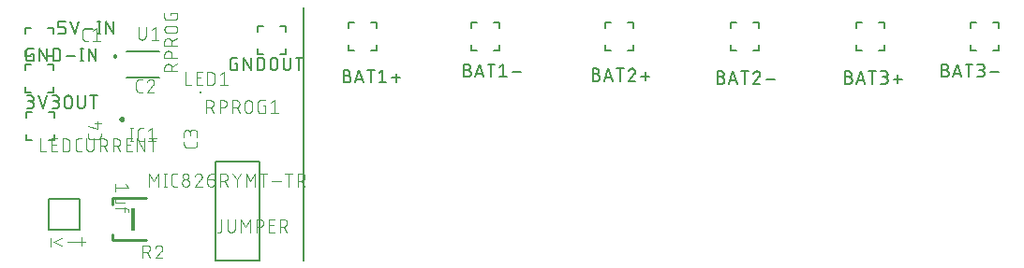
<source format=gbr>
G04 EAGLE Gerber RS-274X export*
G75*
%MOMM*%
%FSLAX34Y34*%
%LPD*%
%INSilkscreen Top*%
%IPPOS*%
%AMOC8*
5,1,8,0,0,1.08239X$1,22.5*%
G01*
%ADD10C,0.152400*%
%ADD11C,0.200000*%
%ADD12C,0.127000*%
%ADD13C,0.101600*%
%ADD14R,0.250000X0.250000*%
%ADD15C,0.250000*%
%ADD16C,0.076200*%
%ADD17C,0.254000*%
%ADD18R,0.300000X2.100000*%


D10*
X260000Y230000D02*
X260000Y0D01*
X220000Y0D02*
X220000Y90000D01*
X180000Y90000D01*
X180000Y0D01*
X220000Y0D01*
D11*
X88550Y185300D02*
X88552Y185363D01*
X88558Y185425D01*
X88568Y185487D01*
X88581Y185549D01*
X88599Y185609D01*
X88620Y185668D01*
X88645Y185726D01*
X88674Y185782D01*
X88706Y185836D01*
X88741Y185888D01*
X88779Y185937D01*
X88821Y185985D01*
X88865Y186029D01*
X88913Y186071D01*
X88962Y186109D01*
X89014Y186144D01*
X89068Y186176D01*
X89124Y186205D01*
X89182Y186230D01*
X89241Y186251D01*
X89301Y186269D01*
X89363Y186282D01*
X89425Y186292D01*
X89487Y186298D01*
X89550Y186300D01*
X89613Y186298D01*
X89675Y186292D01*
X89737Y186282D01*
X89799Y186269D01*
X89859Y186251D01*
X89918Y186230D01*
X89976Y186205D01*
X90032Y186176D01*
X90086Y186144D01*
X90138Y186109D01*
X90187Y186071D01*
X90235Y186029D01*
X90279Y185985D01*
X90321Y185937D01*
X90359Y185888D01*
X90394Y185836D01*
X90426Y185782D01*
X90455Y185726D01*
X90480Y185668D01*
X90501Y185609D01*
X90519Y185549D01*
X90532Y185487D01*
X90542Y185425D01*
X90548Y185363D01*
X90550Y185300D01*
X90548Y185237D01*
X90542Y185175D01*
X90532Y185113D01*
X90519Y185051D01*
X90501Y184991D01*
X90480Y184932D01*
X90455Y184874D01*
X90426Y184818D01*
X90394Y184764D01*
X90359Y184712D01*
X90321Y184663D01*
X90279Y184615D01*
X90235Y184571D01*
X90187Y184529D01*
X90138Y184491D01*
X90086Y184456D01*
X90032Y184424D01*
X89976Y184395D01*
X89918Y184370D01*
X89859Y184349D01*
X89799Y184331D01*
X89737Y184318D01*
X89675Y184308D01*
X89613Y184302D01*
X89550Y184300D01*
X89487Y184302D01*
X89425Y184308D01*
X89363Y184318D01*
X89301Y184331D01*
X89241Y184349D01*
X89182Y184370D01*
X89124Y184395D01*
X89068Y184424D01*
X89014Y184456D01*
X88962Y184491D01*
X88913Y184529D01*
X88865Y184571D01*
X88821Y184615D01*
X88779Y184663D01*
X88741Y184712D01*
X88706Y184764D01*
X88674Y184818D01*
X88645Y184874D01*
X88620Y184932D01*
X88599Y184991D01*
X88581Y185051D01*
X88568Y185113D01*
X88558Y185175D01*
X88552Y185237D01*
X88550Y185300D01*
D12*
X99300Y189850D02*
X129300Y189850D01*
X129300Y165750D02*
X99300Y165750D01*
D13*
X110468Y203654D02*
X110468Y212092D01*
X110468Y203654D02*
X110470Y203541D01*
X110476Y203428D01*
X110486Y203315D01*
X110500Y203202D01*
X110517Y203090D01*
X110539Y202979D01*
X110564Y202869D01*
X110594Y202759D01*
X110627Y202651D01*
X110664Y202544D01*
X110704Y202438D01*
X110749Y202334D01*
X110797Y202231D01*
X110848Y202130D01*
X110903Y202031D01*
X110961Y201934D01*
X111023Y201839D01*
X111088Y201746D01*
X111156Y201656D01*
X111227Y201568D01*
X111302Y201482D01*
X111379Y201399D01*
X111459Y201319D01*
X111542Y201242D01*
X111628Y201167D01*
X111716Y201096D01*
X111806Y201028D01*
X111899Y200963D01*
X111994Y200901D01*
X112091Y200843D01*
X112190Y200788D01*
X112291Y200737D01*
X112394Y200689D01*
X112498Y200644D01*
X112604Y200604D01*
X112711Y200567D01*
X112819Y200534D01*
X112929Y200504D01*
X113039Y200479D01*
X113150Y200457D01*
X113262Y200440D01*
X113375Y200426D01*
X113488Y200416D01*
X113601Y200410D01*
X113714Y200408D01*
X113827Y200410D01*
X113940Y200416D01*
X114053Y200426D01*
X114166Y200440D01*
X114278Y200457D01*
X114389Y200479D01*
X114499Y200504D01*
X114609Y200534D01*
X114717Y200567D01*
X114824Y200604D01*
X114930Y200644D01*
X115034Y200689D01*
X115137Y200737D01*
X115238Y200788D01*
X115337Y200843D01*
X115434Y200901D01*
X115529Y200963D01*
X115622Y201028D01*
X115712Y201096D01*
X115800Y201167D01*
X115886Y201242D01*
X115969Y201319D01*
X116049Y201399D01*
X116126Y201482D01*
X116201Y201568D01*
X116272Y201656D01*
X116340Y201746D01*
X116405Y201839D01*
X116467Y201934D01*
X116525Y202031D01*
X116580Y202130D01*
X116631Y202231D01*
X116679Y202334D01*
X116724Y202438D01*
X116764Y202544D01*
X116801Y202651D01*
X116834Y202759D01*
X116864Y202869D01*
X116889Y202979D01*
X116911Y203090D01*
X116928Y203202D01*
X116942Y203315D01*
X116952Y203428D01*
X116958Y203541D01*
X116960Y203654D01*
X116959Y203654D02*
X116959Y212092D01*
X122279Y209496D02*
X125525Y212092D01*
X125525Y200408D01*
X128770Y200408D02*
X122279Y200408D01*
D10*
X300500Y215900D02*
X305580Y215900D01*
X300500Y215900D02*
X300500Y210820D01*
X325900Y210820D02*
X325900Y215900D01*
X320820Y215900D01*
X325900Y195580D02*
X325900Y190500D01*
X320820Y190500D01*
X305580Y190500D02*
X300500Y190500D01*
X300500Y195580D01*
D12*
X298950Y167985D02*
X295775Y167985D01*
X298950Y167985D02*
X299061Y167983D01*
X299171Y167977D01*
X299282Y167968D01*
X299392Y167954D01*
X299501Y167937D01*
X299610Y167916D01*
X299718Y167891D01*
X299825Y167862D01*
X299931Y167830D01*
X300036Y167794D01*
X300139Y167754D01*
X300241Y167711D01*
X300342Y167664D01*
X300441Y167613D01*
X300538Y167560D01*
X300632Y167503D01*
X300725Y167442D01*
X300816Y167379D01*
X300905Y167312D01*
X300991Y167242D01*
X301074Y167169D01*
X301156Y167094D01*
X301234Y167016D01*
X301309Y166934D01*
X301382Y166851D01*
X301452Y166765D01*
X301519Y166676D01*
X301582Y166585D01*
X301643Y166492D01*
X301700Y166397D01*
X301753Y166301D01*
X301804Y166202D01*
X301851Y166101D01*
X301894Y165999D01*
X301934Y165896D01*
X301970Y165791D01*
X302002Y165685D01*
X302031Y165578D01*
X302056Y165470D01*
X302077Y165361D01*
X302094Y165252D01*
X302108Y165142D01*
X302117Y165031D01*
X302123Y164921D01*
X302125Y164810D01*
X302123Y164699D01*
X302117Y164589D01*
X302108Y164478D01*
X302094Y164368D01*
X302077Y164259D01*
X302056Y164150D01*
X302031Y164042D01*
X302002Y163935D01*
X301970Y163829D01*
X301934Y163724D01*
X301894Y163621D01*
X301851Y163519D01*
X301804Y163418D01*
X301753Y163319D01*
X301700Y163222D01*
X301643Y163128D01*
X301582Y163035D01*
X301519Y162944D01*
X301452Y162855D01*
X301382Y162769D01*
X301309Y162686D01*
X301234Y162604D01*
X301156Y162526D01*
X301074Y162451D01*
X300991Y162378D01*
X300905Y162308D01*
X300816Y162241D01*
X300725Y162178D01*
X300632Y162117D01*
X300538Y162060D01*
X300441Y162007D01*
X300342Y161956D01*
X300241Y161909D01*
X300139Y161866D01*
X300036Y161826D01*
X299931Y161790D01*
X299825Y161758D01*
X299718Y161729D01*
X299610Y161704D01*
X299501Y161683D01*
X299392Y161666D01*
X299282Y161652D01*
X299171Y161643D01*
X299061Y161637D01*
X298950Y161635D01*
X295775Y161635D01*
X295775Y173065D01*
X298950Y173065D01*
X299050Y173063D01*
X299149Y173057D01*
X299249Y173047D01*
X299347Y173034D01*
X299446Y173016D01*
X299543Y172995D01*
X299639Y172970D01*
X299735Y172941D01*
X299829Y172908D01*
X299922Y172872D01*
X300013Y172832D01*
X300103Y172788D01*
X300191Y172741D01*
X300277Y172691D01*
X300361Y172637D01*
X300443Y172580D01*
X300522Y172520D01*
X300600Y172456D01*
X300674Y172390D01*
X300746Y172321D01*
X300815Y172249D01*
X300881Y172175D01*
X300945Y172097D01*
X301005Y172018D01*
X301062Y171936D01*
X301116Y171852D01*
X301166Y171766D01*
X301213Y171678D01*
X301257Y171588D01*
X301297Y171497D01*
X301333Y171404D01*
X301366Y171310D01*
X301395Y171214D01*
X301420Y171118D01*
X301441Y171021D01*
X301459Y170922D01*
X301472Y170824D01*
X301482Y170724D01*
X301488Y170625D01*
X301490Y170525D01*
X301488Y170425D01*
X301482Y170326D01*
X301472Y170226D01*
X301459Y170128D01*
X301441Y170029D01*
X301420Y169932D01*
X301395Y169836D01*
X301366Y169740D01*
X301333Y169646D01*
X301297Y169553D01*
X301257Y169462D01*
X301213Y169372D01*
X301166Y169284D01*
X301116Y169198D01*
X301062Y169114D01*
X301005Y169032D01*
X300945Y168953D01*
X300881Y168875D01*
X300815Y168801D01*
X300746Y168729D01*
X300674Y168660D01*
X300600Y168594D01*
X300522Y168530D01*
X300443Y168470D01*
X300361Y168413D01*
X300277Y168359D01*
X300191Y168309D01*
X300103Y168262D01*
X300013Y168218D01*
X299922Y168178D01*
X299829Y168142D01*
X299735Y168109D01*
X299639Y168080D01*
X299543Y168055D01*
X299446Y168034D01*
X299347Y168016D01*
X299249Y168003D01*
X299149Y167993D01*
X299050Y167987D01*
X298950Y167985D01*
X305999Y161635D02*
X309809Y173065D01*
X313619Y161635D01*
X312666Y164493D02*
X306951Y164493D01*
X320477Y161635D02*
X320477Y173065D01*
X317302Y173065D02*
X323652Y173065D01*
X327970Y170525D02*
X331145Y173065D01*
X331145Y161635D01*
X327970Y161635D02*
X334320Y161635D01*
X339527Y166080D02*
X347147Y166080D01*
X343337Y162270D02*
X343337Y169890D01*
D10*
X411300Y215900D02*
X416380Y215900D01*
X411300Y215900D02*
X411300Y210820D01*
X436700Y210820D02*
X436700Y215900D01*
X431620Y215900D01*
X436700Y195580D02*
X436700Y190500D01*
X431620Y190500D01*
X416380Y190500D02*
X411300Y190500D01*
X411300Y195580D01*
D12*
X407700Y173065D02*
X404525Y173065D01*
X407700Y173065D02*
X407811Y173063D01*
X407921Y173057D01*
X408032Y173048D01*
X408142Y173034D01*
X408251Y173017D01*
X408360Y172996D01*
X408468Y172971D01*
X408575Y172942D01*
X408681Y172910D01*
X408786Y172874D01*
X408889Y172834D01*
X408991Y172791D01*
X409092Y172744D01*
X409191Y172693D01*
X409288Y172640D01*
X409382Y172583D01*
X409475Y172522D01*
X409566Y172459D01*
X409655Y172392D01*
X409741Y172322D01*
X409824Y172249D01*
X409906Y172174D01*
X409984Y172096D01*
X410059Y172014D01*
X410132Y171931D01*
X410202Y171845D01*
X410269Y171756D01*
X410332Y171665D01*
X410393Y171572D01*
X410450Y171477D01*
X410503Y171381D01*
X410554Y171282D01*
X410601Y171181D01*
X410644Y171079D01*
X410684Y170976D01*
X410720Y170871D01*
X410752Y170765D01*
X410781Y170658D01*
X410806Y170550D01*
X410827Y170441D01*
X410844Y170332D01*
X410858Y170222D01*
X410867Y170111D01*
X410873Y170001D01*
X410875Y169890D01*
X410873Y169779D01*
X410867Y169669D01*
X410858Y169558D01*
X410844Y169448D01*
X410827Y169339D01*
X410806Y169230D01*
X410781Y169122D01*
X410752Y169015D01*
X410720Y168909D01*
X410684Y168804D01*
X410644Y168701D01*
X410601Y168599D01*
X410554Y168498D01*
X410503Y168399D01*
X410450Y168302D01*
X410393Y168208D01*
X410332Y168115D01*
X410269Y168024D01*
X410202Y167935D01*
X410132Y167849D01*
X410059Y167766D01*
X409984Y167684D01*
X409906Y167606D01*
X409824Y167531D01*
X409741Y167458D01*
X409655Y167388D01*
X409566Y167321D01*
X409475Y167258D01*
X409382Y167197D01*
X409288Y167140D01*
X409191Y167087D01*
X409092Y167036D01*
X408991Y166989D01*
X408889Y166946D01*
X408786Y166906D01*
X408681Y166870D01*
X408575Y166838D01*
X408468Y166809D01*
X408360Y166784D01*
X408251Y166763D01*
X408142Y166746D01*
X408032Y166732D01*
X407921Y166723D01*
X407811Y166717D01*
X407700Y166715D01*
X404525Y166715D01*
X404525Y178145D01*
X407700Y178145D01*
X407800Y178143D01*
X407899Y178137D01*
X407999Y178127D01*
X408097Y178114D01*
X408196Y178096D01*
X408293Y178075D01*
X408389Y178050D01*
X408485Y178021D01*
X408579Y177988D01*
X408672Y177952D01*
X408763Y177912D01*
X408853Y177868D01*
X408941Y177821D01*
X409027Y177771D01*
X409111Y177717D01*
X409193Y177660D01*
X409272Y177600D01*
X409350Y177536D01*
X409424Y177470D01*
X409496Y177401D01*
X409565Y177329D01*
X409631Y177255D01*
X409695Y177177D01*
X409755Y177098D01*
X409812Y177016D01*
X409866Y176932D01*
X409916Y176846D01*
X409963Y176758D01*
X410007Y176668D01*
X410047Y176577D01*
X410083Y176484D01*
X410116Y176390D01*
X410145Y176294D01*
X410170Y176198D01*
X410191Y176101D01*
X410209Y176002D01*
X410222Y175904D01*
X410232Y175804D01*
X410238Y175705D01*
X410240Y175605D01*
X410238Y175505D01*
X410232Y175406D01*
X410222Y175306D01*
X410209Y175208D01*
X410191Y175109D01*
X410170Y175012D01*
X410145Y174916D01*
X410116Y174820D01*
X410083Y174726D01*
X410047Y174633D01*
X410007Y174542D01*
X409963Y174452D01*
X409916Y174364D01*
X409866Y174278D01*
X409812Y174194D01*
X409755Y174112D01*
X409695Y174033D01*
X409631Y173955D01*
X409565Y173881D01*
X409496Y173809D01*
X409424Y173740D01*
X409350Y173674D01*
X409272Y173610D01*
X409193Y173550D01*
X409111Y173493D01*
X409027Y173439D01*
X408941Y173389D01*
X408853Y173342D01*
X408763Y173298D01*
X408672Y173258D01*
X408579Y173222D01*
X408485Y173189D01*
X408389Y173160D01*
X408293Y173135D01*
X408196Y173114D01*
X408097Y173096D01*
X407999Y173083D01*
X407899Y173073D01*
X407800Y173067D01*
X407700Y173065D01*
X414749Y166715D02*
X418559Y178145D01*
X422369Y166715D01*
X421416Y169573D02*
X415701Y169573D01*
X429227Y166715D02*
X429227Y178145D01*
X426052Y178145D02*
X432402Y178145D01*
X436720Y175605D02*
X439895Y178145D01*
X439895Y166715D01*
X436720Y166715D02*
X443070Y166715D01*
X448277Y171160D02*
X455897Y171160D01*
D13*
X145542Y171958D02*
X133858Y171958D01*
X133858Y175204D01*
X133860Y175317D01*
X133866Y175430D01*
X133876Y175543D01*
X133890Y175656D01*
X133907Y175768D01*
X133929Y175879D01*
X133954Y175989D01*
X133984Y176099D01*
X134017Y176207D01*
X134054Y176314D01*
X134094Y176420D01*
X134139Y176524D01*
X134187Y176627D01*
X134238Y176728D01*
X134293Y176827D01*
X134351Y176924D01*
X134413Y177019D01*
X134478Y177112D01*
X134546Y177202D01*
X134617Y177290D01*
X134692Y177376D01*
X134769Y177459D01*
X134849Y177539D01*
X134932Y177616D01*
X135018Y177691D01*
X135106Y177762D01*
X135196Y177830D01*
X135289Y177895D01*
X135384Y177957D01*
X135481Y178015D01*
X135580Y178070D01*
X135681Y178121D01*
X135784Y178169D01*
X135888Y178214D01*
X135994Y178254D01*
X136101Y178291D01*
X136209Y178324D01*
X136319Y178354D01*
X136429Y178379D01*
X136540Y178401D01*
X136652Y178418D01*
X136765Y178432D01*
X136878Y178442D01*
X136991Y178448D01*
X137104Y178450D01*
X137217Y178448D01*
X137330Y178442D01*
X137443Y178432D01*
X137556Y178418D01*
X137668Y178401D01*
X137779Y178379D01*
X137889Y178354D01*
X137999Y178324D01*
X138107Y178291D01*
X138214Y178254D01*
X138320Y178214D01*
X138424Y178169D01*
X138527Y178121D01*
X138628Y178070D01*
X138727Y178015D01*
X138824Y177957D01*
X138919Y177895D01*
X139012Y177830D01*
X139102Y177762D01*
X139190Y177691D01*
X139276Y177616D01*
X139359Y177539D01*
X139439Y177459D01*
X139516Y177376D01*
X139591Y177290D01*
X139662Y177202D01*
X139730Y177112D01*
X139795Y177019D01*
X139857Y176924D01*
X139915Y176827D01*
X139970Y176728D01*
X140021Y176627D01*
X140069Y176524D01*
X140114Y176420D01*
X140154Y176314D01*
X140191Y176207D01*
X140224Y176099D01*
X140254Y175989D01*
X140279Y175879D01*
X140301Y175768D01*
X140318Y175656D01*
X140332Y175543D01*
X140342Y175430D01*
X140348Y175317D01*
X140350Y175204D01*
X140349Y175204D02*
X140349Y171958D01*
X140349Y175853D02*
X145542Y178449D01*
X145542Y183865D02*
X133858Y183865D01*
X133858Y187110D01*
X133860Y187223D01*
X133866Y187336D01*
X133876Y187449D01*
X133890Y187562D01*
X133907Y187674D01*
X133929Y187785D01*
X133954Y187895D01*
X133984Y188005D01*
X134017Y188113D01*
X134054Y188220D01*
X134094Y188326D01*
X134139Y188430D01*
X134187Y188533D01*
X134238Y188634D01*
X134293Y188733D01*
X134351Y188830D01*
X134413Y188925D01*
X134478Y189018D01*
X134546Y189108D01*
X134617Y189196D01*
X134692Y189282D01*
X134769Y189365D01*
X134849Y189445D01*
X134932Y189522D01*
X135018Y189597D01*
X135106Y189668D01*
X135196Y189736D01*
X135289Y189801D01*
X135384Y189863D01*
X135481Y189921D01*
X135580Y189976D01*
X135681Y190027D01*
X135784Y190075D01*
X135888Y190120D01*
X135994Y190160D01*
X136101Y190197D01*
X136209Y190230D01*
X136319Y190260D01*
X136429Y190285D01*
X136540Y190307D01*
X136652Y190324D01*
X136765Y190338D01*
X136878Y190348D01*
X136991Y190354D01*
X137104Y190356D01*
X137217Y190354D01*
X137330Y190348D01*
X137443Y190338D01*
X137556Y190324D01*
X137668Y190307D01*
X137779Y190285D01*
X137889Y190260D01*
X137999Y190230D01*
X138107Y190197D01*
X138214Y190160D01*
X138320Y190120D01*
X138424Y190075D01*
X138527Y190027D01*
X138628Y189976D01*
X138727Y189921D01*
X138824Y189863D01*
X138919Y189801D01*
X139012Y189736D01*
X139102Y189668D01*
X139190Y189597D01*
X139276Y189522D01*
X139359Y189445D01*
X139439Y189365D01*
X139516Y189282D01*
X139591Y189196D01*
X139662Y189108D01*
X139730Y189018D01*
X139795Y188925D01*
X139857Y188830D01*
X139915Y188733D01*
X139970Y188634D01*
X140021Y188533D01*
X140069Y188430D01*
X140114Y188326D01*
X140154Y188220D01*
X140191Y188113D01*
X140224Y188005D01*
X140254Y187895D01*
X140279Y187785D01*
X140301Y187674D01*
X140318Y187562D01*
X140332Y187449D01*
X140342Y187336D01*
X140348Y187223D01*
X140350Y187110D01*
X140349Y187110D02*
X140349Y183865D01*
X145542Y195199D02*
X133858Y195199D01*
X133858Y198444D01*
X133860Y198557D01*
X133866Y198670D01*
X133876Y198783D01*
X133890Y198896D01*
X133907Y199008D01*
X133929Y199119D01*
X133954Y199229D01*
X133984Y199339D01*
X134017Y199447D01*
X134054Y199554D01*
X134094Y199660D01*
X134139Y199764D01*
X134187Y199867D01*
X134238Y199968D01*
X134293Y200067D01*
X134351Y200164D01*
X134413Y200259D01*
X134478Y200352D01*
X134546Y200442D01*
X134617Y200530D01*
X134692Y200616D01*
X134769Y200699D01*
X134849Y200779D01*
X134932Y200856D01*
X135018Y200931D01*
X135106Y201002D01*
X135196Y201070D01*
X135289Y201135D01*
X135384Y201197D01*
X135481Y201255D01*
X135580Y201310D01*
X135681Y201361D01*
X135784Y201409D01*
X135888Y201454D01*
X135994Y201494D01*
X136101Y201531D01*
X136209Y201564D01*
X136319Y201594D01*
X136429Y201619D01*
X136540Y201641D01*
X136652Y201658D01*
X136765Y201672D01*
X136878Y201682D01*
X136991Y201688D01*
X137104Y201690D01*
X137217Y201688D01*
X137330Y201682D01*
X137443Y201672D01*
X137556Y201658D01*
X137668Y201641D01*
X137779Y201619D01*
X137889Y201594D01*
X137999Y201564D01*
X138107Y201531D01*
X138214Y201494D01*
X138320Y201454D01*
X138424Y201409D01*
X138527Y201361D01*
X138628Y201310D01*
X138727Y201255D01*
X138824Y201197D01*
X138919Y201135D01*
X139012Y201070D01*
X139102Y201002D01*
X139190Y200931D01*
X139276Y200856D01*
X139359Y200779D01*
X139439Y200699D01*
X139516Y200616D01*
X139591Y200530D01*
X139662Y200442D01*
X139730Y200352D01*
X139795Y200259D01*
X139857Y200164D01*
X139915Y200067D01*
X139970Y199968D01*
X140021Y199867D01*
X140069Y199764D01*
X140114Y199660D01*
X140154Y199554D01*
X140191Y199447D01*
X140224Y199339D01*
X140254Y199229D01*
X140279Y199119D01*
X140301Y199008D01*
X140318Y198896D01*
X140332Y198783D01*
X140342Y198670D01*
X140348Y198557D01*
X140350Y198444D01*
X140349Y198444D02*
X140349Y195199D01*
X140349Y199094D02*
X145542Y201690D01*
X142296Y206555D02*
X137104Y206555D01*
X136991Y206557D01*
X136878Y206563D01*
X136765Y206573D01*
X136652Y206587D01*
X136540Y206604D01*
X136429Y206626D01*
X136319Y206651D01*
X136209Y206681D01*
X136101Y206714D01*
X135994Y206751D01*
X135888Y206791D01*
X135784Y206836D01*
X135681Y206884D01*
X135580Y206935D01*
X135481Y206990D01*
X135384Y207048D01*
X135289Y207110D01*
X135196Y207175D01*
X135106Y207243D01*
X135018Y207314D01*
X134932Y207389D01*
X134849Y207466D01*
X134769Y207546D01*
X134692Y207629D01*
X134617Y207715D01*
X134546Y207803D01*
X134478Y207893D01*
X134413Y207986D01*
X134351Y208081D01*
X134293Y208178D01*
X134238Y208277D01*
X134187Y208378D01*
X134139Y208481D01*
X134094Y208585D01*
X134054Y208691D01*
X134017Y208798D01*
X133984Y208906D01*
X133954Y209016D01*
X133929Y209126D01*
X133907Y209237D01*
X133890Y209349D01*
X133876Y209462D01*
X133866Y209575D01*
X133860Y209688D01*
X133858Y209801D01*
X133860Y209914D01*
X133866Y210027D01*
X133876Y210140D01*
X133890Y210253D01*
X133907Y210365D01*
X133929Y210476D01*
X133954Y210586D01*
X133984Y210696D01*
X134017Y210804D01*
X134054Y210911D01*
X134094Y211017D01*
X134139Y211121D01*
X134187Y211224D01*
X134238Y211325D01*
X134293Y211424D01*
X134351Y211521D01*
X134413Y211616D01*
X134478Y211709D01*
X134546Y211799D01*
X134617Y211887D01*
X134692Y211973D01*
X134769Y212056D01*
X134849Y212136D01*
X134932Y212213D01*
X135018Y212288D01*
X135106Y212359D01*
X135196Y212427D01*
X135289Y212492D01*
X135384Y212554D01*
X135481Y212612D01*
X135580Y212667D01*
X135681Y212718D01*
X135784Y212766D01*
X135888Y212811D01*
X135994Y212851D01*
X136101Y212888D01*
X136209Y212921D01*
X136319Y212951D01*
X136429Y212976D01*
X136540Y212998D01*
X136652Y213015D01*
X136765Y213029D01*
X136878Y213039D01*
X136991Y213045D01*
X137104Y213047D01*
X137104Y213046D02*
X142296Y213046D01*
X142296Y213047D02*
X142409Y213045D01*
X142522Y213039D01*
X142635Y213029D01*
X142748Y213015D01*
X142860Y212998D01*
X142971Y212976D01*
X143081Y212951D01*
X143191Y212921D01*
X143299Y212888D01*
X143406Y212851D01*
X143512Y212811D01*
X143616Y212766D01*
X143719Y212718D01*
X143820Y212667D01*
X143919Y212612D01*
X144016Y212554D01*
X144111Y212492D01*
X144204Y212427D01*
X144294Y212359D01*
X144382Y212288D01*
X144468Y212213D01*
X144551Y212136D01*
X144631Y212056D01*
X144708Y211973D01*
X144783Y211887D01*
X144854Y211799D01*
X144922Y211709D01*
X144987Y211616D01*
X145049Y211521D01*
X145107Y211424D01*
X145162Y211325D01*
X145213Y211224D01*
X145261Y211121D01*
X145306Y211017D01*
X145346Y210911D01*
X145383Y210804D01*
X145416Y210696D01*
X145446Y210586D01*
X145471Y210476D01*
X145493Y210365D01*
X145510Y210253D01*
X145524Y210140D01*
X145534Y210027D01*
X145540Y209914D01*
X145542Y209801D01*
X145540Y209688D01*
X145534Y209575D01*
X145524Y209462D01*
X145510Y209349D01*
X145493Y209237D01*
X145471Y209126D01*
X145446Y209016D01*
X145416Y208906D01*
X145383Y208798D01*
X145346Y208691D01*
X145306Y208585D01*
X145261Y208481D01*
X145213Y208378D01*
X145162Y208277D01*
X145107Y208178D01*
X145049Y208081D01*
X144987Y207986D01*
X144922Y207893D01*
X144854Y207803D01*
X144783Y207715D01*
X144708Y207629D01*
X144631Y207546D01*
X144551Y207466D01*
X144468Y207389D01*
X144382Y207314D01*
X144294Y207243D01*
X144204Y207175D01*
X144111Y207110D01*
X144016Y207048D01*
X143919Y206990D01*
X143820Y206935D01*
X143719Y206884D01*
X143616Y206836D01*
X143512Y206791D01*
X143406Y206751D01*
X143299Y206714D01*
X143191Y206681D01*
X143081Y206651D01*
X142971Y206626D01*
X142860Y206604D01*
X142748Y206587D01*
X142635Y206573D01*
X142522Y206563D01*
X142409Y206557D01*
X142296Y206555D01*
X139051Y222910D02*
X139051Y224857D01*
X145542Y224857D01*
X145542Y220963D01*
X145540Y220864D01*
X145534Y220764D01*
X145525Y220665D01*
X145512Y220567D01*
X145495Y220469D01*
X145474Y220371D01*
X145449Y220275D01*
X145421Y220180D01*
X145389Y220086D01*
X145354Y219993D01*
X145315Y219901D01*
X145272Y219811D01*
X145227Y219723D01*
X145177Y219636D01*
X145125Y219552D01*
X145069Y219469D01*
X145011Y219389D01*
X144949Y219311D01*
X144884Y219236D01*
X144816Y219163D01*
X144746Y219093D01*
X144673Y219025D01*
X144598Y218960D01*
X144520Y218898D01*
X144440Y218840D01*
X144357Y218784D01*
X144273Y218732D01*
X144186Y218682D01*
X144098Y218637D01*
X144008Y218594D01*
X143916Y218555D01*
X143823Y218520D01*
X143729Y218488D01*
X143634Y218460D01*
X143538Y218435D01*
X143440Y218414D01*
X143342Y218397D01*
X143244Y218384D01*
X143145Y218375D01*
X143045Y218369D01*
X142946Y218367D01*
X142946Y218366D02*
X136454Y218366D01*
X136355Y218368D01*
X136255Y218374D01*
X136156Y218383D01*
X136058Y218396D01*
X135960Y218414D01*
X135862Y218434D01*
X135766Y218459D01*
X135670Y218487D01*
X135576Y218519D01*
X135483Y218554D01*
X135392Y218593D01*
X135302Y218636D01*
X135213Y218681D01*
X135127Y218731D01*
X135042Y218783D01*
X134960Y218839D01*
X134880Y218898D01*
X134802Y218959D01*
X134726Y219024D01*
X134653Y219092D01*
X134583Y219162D01*
X134515Y219235D01*
X134450Y219311D01*
X134389Y219389D01*
X134330Y219469D01*
X134274Y219551D01*
X134222Y219636D01*
X134173Y219722D01*
X134127Y219811D01*
X134084Y219901D01*
X134045Y219992D01*
X134010Y220085D01*
X133978Y220179D01*
X133950Y220275D01*
X133925Y220371D01*
X133905Y220469D01*
X133887Y220567D01*
X133874Y220665D01*
X133865Y220764D01*
X133859Y220863D01*
X133857Y220963D01*
X133858Y220963D02*
X133858Y224857D01*
D10*
X13180Y210680D02*
X8100Y210680D01*
X8100Y205600D01*
X33500Y205600D02*
X33500Y210680D01*
X28420Y210680D01*
X33500Y190360D02*
X33500Y185280D01*
X28420Y185280D01*
X13180Y185280D02*
X8100Y185280D01*
X8100Y190360D01*
D12*
X38105Y205785D02*
X41915Y205785D01*
X42015Y205787D01*
X42114Y205793D01*
X42214Y205803D01*
X42312Y205816D01*
X42411Y205834D01*
X42508Y205855D01*
X42604Y205880D01*
X42700Y205909D01*
X42794Y205942D01*
X42887Y205978D01*
X42978Y206018D01*
X43068Y206062D01*
X43156Y206109D01*
X43242Y206159D01*
X43326Y206213D01*
X43408Y206270D01*
X43487Y206330D01*
X43565Y206394D01*
X43639Y206460D01*
X43711Y206529D01*
X43780Y206601D01*
X43846Y206675D01*
X43910Y206753D01*
X43970Y206832D01*
X44027Y206914D01*
X44081Y206998D01*
X44131Y207084D01*
X44178Y207172D01*
X44222Y207262D01*
X44262Y207353D01*
X44298Y207446D01*
X44331Y207540D01*
X44360Y207636D01*
X44385Y207732D01*
X44406Y207829D01*
X44424Y207928D01*
X44437Y208026D01*
X44447Y208126D01*
X44453Y208225D01*
X44455Y208325D01*
X44455Y209595D01*
X44453Y209695D01*
X44447Y209794D01*
X44437Y209894D01*
X44424Y209992D01*
X44406Y210091D01*
X44385Y210188D01*
X44360Y210284D01*
X44331Y210380D01*
X44298Y210474D01*
X44262Y210567D01*
X44222Y210658D01*
X44178Y210748D01*
X44131Y210836D01*
X44081Y210922D01*
X44027Y211006D01*
X43970Y211088D01*
X43910Y211167D01*
X43846Y211245D01*
X43780Y211319D01*
X43711Y211391D01*
X43639Y211460D01*
X43565Y211526D01*
X43487Y211590D01*
X43408Y211650D01*
X43326Y211707D01*
X43242Y211761D01*
X43156Y211811D01*
X43068Y211858D01*
X42978Y211902D01*
X42887Y211942D01*
X42794Y211978D01*
X42700Y212011D01*
X42604Y212040D01*
X42508Y212065D01*
X42411Y212086D01*
X42312Y212104D01*
X42214Y212117D01*
X42114Y212127D01*
X42015Y212133D01*
X41915Y212135D01*
X38105Y212135D01*
X38105Y217215D01*
X44455Y217215D01*
X48900Y217215D02*
X52710Y205785D01*
X56520Y217215D01*
X61092Y210230D02*
X68712Y210230D01*
X74808Y205785D02*
X74808Y217215D01*
X73538Y205785D02*
X76078Y205785D01*
X76078Y217215D02*
X73538Y217215D01*
X81158Y217215D02*
X81158Y205785D01*
X87508Y205785D02*
X81158Y217215D01*
X87508Y217215D02*
X87508Y205785D01*
D10*
X13500Y177830D02*
X8420Y177830D01*
X8420Y172750D01*
X33820Y172750D02*
X33820Y177830D01*
X28740Y177830D01*
X33820Y157510D02*
X33820Y152430D01*
X28740Y152430D01*
X13500Y152430D02*
X8420Y152430D01*
X8420Y157510D01*
D12*
X13500Y187355D02*
X15405Y187355D01*
X15405Y181005D01*
X11595Y181005D01*
X11495Y181007D01*
X11396Y181013D01*
X11296Y181023D01*
X11198Y181036D01*
X11099Y181054D01*
X11002Y181075D01*
X10906Y181100D01*
X10810Y181129D01*
X10716Y181162D01*
X10623Y181198D01*
X10532Y181238D01*
X10442Y181282D01*
X10354Y181329D01*
X10268Y181379D01*
X10184Y181433D01*
X10102Y181490D01*
X10023Y181550D01*
X9945Y181614D01*
X9871Y181680D01*
X9799Y181749D01*
X9730Y181821D01*
X9664Y181895D01*
X9600Y181973D01*
X9540Y182052D01*
X9483Y182134D01*
X9429Y182218D01*
X9379Y182304D01*
X9332Y182392D01*
X9288Y182482D01*
X9248Y182573D01*
X9212Y182666D01*
X9179Y182760D01*
X9150Y182856D01*
X9125Y182952D01*
X9104Y183049D01*
X9086Y183148D01*
X9073Y183246D01*
X9063Y183346D01*
X9057Y183445D01*
X9055Y183545D01*
X9055Y189895D01*
X9057Y189995D01*
X9063Y190094D01*
X9073Y190194D01*
X9086Y190292D01*
X9104Y190391D01*
X9125Y190488D01*
X9150Y190584D01*
X9179Y190680D01*
X9212Y190774D01*
X9248Y190867D01*
X9288Y190958D01*
X9332Y191048D01*
X9379Y191136D01*
X9429Y191222D01*
X9483Y191306D01*
X9540Y191388D01*
X9600Y191467D01*
X9664Y191545D01*
X9730Y191619D01*
X9799Y191691D01*
X9871Y191760D01*
X9945Y191826D01*
X10023Y191890D01*
X10102Y191950D01*
X10184Y192007D01*
X10268Y192061D01*
X10354Y192111D01*
X10442Y192158D01*
X10532Y192202D01*
X10623Y192242D01*
X10716Y192278D01*
X10810Y192311D01*
X10906Y192340D01*
X11002Y192365D01*
X11099Y192386D01*
X11198Y192404D01*
X11296Y192417D01*
X11396Y192427D01*
X11495Y192433D01*
X11595Y192435D01*
X15405Y192435D01*
X21247Y192435D02*
X21247Y181005D01*
X27597Y181005D02*
X21247Y192435D01*
X27597Y192435D02*
X27597Y181005D01*
X33439Y181005D02*
X33439Y192435D01*
X36614Y192435D01*
X36725Y192433D01*
X36835Y192427D01*
X36946Y192418D01*
X37056Y192404D01*
X37165Y192387D01*
X37274Y192366D01*
X37382Y192341D01*
X37489Y192312D01*
X37595Y192280D01*
X37700Y192244D01*
X37803Y192204D01*
X37905Y192161D01*
X38006Y192114D01*
X38105Y192063D01*
X38202Y192010D01*
X38296Y191953D01*
X38389Y191892D01*
X38480Y191829D01*
X38569Y191762D01*
X38655Y191692D01*
X38738Y191619D01*
X38820Y191544D01*
X38898Y191466D01*
X38973Y191384D01*
X39046Y191301D01*
X39116Y191215D01*
X39183Y191126D01*
X39246Y191035D01*
X39307Y190942D01*
X39364Y190848D01*
X39417Y190751D01*
X39468Y190652D01*
X39515Y190551D01*
X39558Y190449D01*
X39598Y190346D01*
X39634Y190241D01*
X39666Y190135D01*
X39695Y190028D01*
X39720Y189920D01*
X39741Y189811D01*
X39758Y189702D01*
X39772Y189592D01*
X39781Y189481D01*
X39787Y189371D01*
X39789Y189260D01*
X39789Y184180D01*
X39787Y184069D01*
X39781Y183959D01*
X39772Y183848D01*
X39758Y183738D01*
X39741Y183629D01*
X39720Y183520D01*
X39695Y183412D01*
X39666Y183305D01*
X39634Y183199D01*
X39598Y183094D01*
X39558Y182991D01*
X39515Y182889D01*
X39468Y182788D01*
X39417Y182689D01*
X39364Y182592D01*
X39307Y182498D01*
X39246Y182405D01*
X39183Y182314D01*
X39116Y182225D01*
X39046Y182139D01*
X38973Y182056D01*
X38898Y181974D01*
X38820Y181896D01*
X38738Y181821D01*
X38655Y181748D01*
X38569Y181678D01*
X38480Y181611D01*
X38389Y181548D01*
X38296Y181487D01*
X38201Y181430D01*
X38105Y181377D01*
X38006Y181326D01*
X37905Y181279D01*
X37803Y181236D01*
X37700Y181196D01*
X37595Y181160D01*
X37489Y181128D01*
X37382Y181099D01*
X37274Y181074D01*
X37165Y181053D01*
X37056Y181036D01*
X36946Y181022D01*
X36835Y181013D01*
X36725Y181007D01*
X36614Y181005D01*
X33439Y181005D01*
X45377Y185450D02*
X52997Y185450D01*
X59093Y181005D02*
X59093Y192435D01*
X57823Y181005D02*
X60363Y181005D01*
X60363Y192435D02*
X57823Y192435D01*
X65443Y192435D02*
X65443Y181005D01*
X71793Y181005D02*
X65443Y192435D01*
X71793Y192435D02*
X71793Y181005D01*
D13*
X65081Y199288D02*
X62484Y199288D01*
X62385Y199290D01*
X62285Y199296D01*
X62186Y199305D01*
X62088Y199318D01*
X61990Y199335D01*
X61892Y199356D01*
X61796Y199381D01*
X61701Y199409D01*
X61607Y199441D01*
X61514Y199476D01*
X61422Y199515D01*
X61332Y199558D01*
X61244Y199603D01*
X61157Y199653D01*
X61073Y199705D01*
X60990Y199761D01*
X60910Y199819D01*
X60832Y199881D01*
X60757Y199946D01*
X60684Y200014D01*
X60614Y200084D01*
X60546Y200157D01*
X60481Y200232D01*
X60419Y200310D01*
X60361Y200390D01*
X60305Y200473D01*
X60253Y200557D01*
X60203Y200644D01*
X60158Y200732D01*
X60115Y200822D01*
X60076Y200914D01*
X60041Y201007D01*
X60009Y201101D01*
X59981Y201196D01*
X59956Y201292D01*
X59935Y201390D01*
X59918Y201488D01*
X59905Y201586D01*
X59896Y201685D01*
X59890Y201785D01*
X59888Y201884D01*
X59888Y208376D01*
X59890Y208475D01*
X59896Y208575D01*
X59905Y208674D01*
X59918Y208772D01*
X59935Y208870D01*
X59956Y208968D01*
X59981Y209064D01*
X60009Y209159D01*
X60041Y209253D01*
X60076Y209346D01*
X60115Y209438D01*
X60158Y209528D01*
X60203Y209616D01*
X60253Y209703D01*
X60305Y209787D01*
X60361Y209870D01*
X60419Y209950D01*
X60481Y210028D01*
X60546Y210103D01*
X60614Y210176D01*
X60684Y210246D01*
X60757Y210314D01*
X60832Y210379D01*
X60910Y210441D01*
X60990Y210499D01*
X61073Y210555D01*
X61157Y210607D01*
X61244Y210657D01*
X61332Y210702D01*
X61422Y210745D01*
X61514Y210784D01*
X61606Y210819D01*
X61701Y210851D01*
X61796Y210879D01*
X61892Y210904D01*
X61990Y210925D01*
X62088Y210942D01*
X62186Y210955D01*
X62285Y210964D01*
X62385Y210970D01*
X62484Y210972D01*
X65081Y210972D01*
X69446Y208376D02*
X72692Y210972D01*
X72692Y199288D01*
X75937Y199288D02*
X69446Y199288D01*
X111054Y152908D02*
X113651Y152908D01*
X111054Y152908D02*
X110955Y152910D01*
X110855Y152916D01*
X110756Y152925D01*
X110658Y152938D01*
X110560Y152955D01*
X110462Y152976D01*
X110366Y153001D01*
X110271Y153029D01*
X110177Y153061D01*
X110084Y153096D01*
X109992Y153135D01*
X109902Y153178D01*
X109814Y153223D01*
X109727Y153273D01*
X109643Y153325D01*
X109560Y153381D01*
X109480Y153439D01*
X109402Y153501D01*
X109327Y153566D01*
X109254Y153634D01*
X109184Y153704D01*
X109116Y153777D01*
X109051Y153852D01*
X108989Y153930D01*
X108931Y154010D01*
X108875Y154093D01*
X108823Y154177D01*
X108773Y154264D01*
X108728Y154352D01*
X108685Y154442D01*
X108646Y154534D01*
X108611Y154627D01*
X108579Y154721D01*
X108551Y154816D01*
X108526Y154912D01*
X108505Y155010D01*
X108488Y155108D01*
X108475Y155206D01*
X108466Y155305D01*
X108460Y155405D01*
X108458Y155504D01*
X108458Y161996D01*
X108460Y162095D01*
X108466Y162195D01*
X108475Y162294D01*
X108488Y162392D01*
X108505Y162490D01*
X108526Y162588D01*
X108551Y162684D01*
X108579Y162779D01*
X108611Y162873D01*
X108646Y162966D01*
X108685Y163058D01*
X108728Y163148D01*
X108773Y163236D01*
X108823Y163323D01*
X108875Y163407D01*
X108931Y163490D01*
X108989Y163570D01*
X109051Y163648D01*
X109116Y163723D01*
X109184Y163796D01*
X109254Y163866D01*
X109327Y163934D01*
X109402Y163999D01*
X109480Y164061D01*
X109560Y164119D01*
X109643Y164175D01*
X109727Y164227D01*
X109814Y164277D01*
X109902Y164322D01*
X109992Y164365D01*
X110084Y164404D01*
X110176Y164439D01*
X110271Y164471D01*
X110366Y164499D01*
X110462Y164524D01*
X110560Y164545D01*
X110658Y164562D01*
X110756Y164575D01*
X110855Y164584D01*
X110955Y164590D01*
X111054Y164592D01*
X113651Y164592D01*
X121586Y164592D02*
X121693Y164590D01*
X121799Y164584D01*
X121905Y164574D01*
X122011Y164561D01*
X122117Y164543D01*
X122221Y164522D01*
X122325Y164497D01*
X122428Y164468D01*
X122529Y164436D01*
X122629Y164399D01*
X122728Y164359D01*
X122826Y164316D01*
X122922Y164269D01*
X123016Y164218D01*
X123108Y164164D01*
X123198Y164107D01*
X123286Y164047D01*
X123371Y163983D01*
X123454Y163916D01*
X123535Y163846D01*
X123613Y163774D01*
X123689Y163698D01*
X123761Y163620D01*
X123831Y163539D01*
X123898Y163456D01*
X123962Y163371D01*
X124022Y163283D01*
X124079Y163193D01*
X124133Y163101D01*
X124184Y163007D01*
X124231Y162911D01*
X124274Y162813D01*
X124314Y162714D01*
X124351Y162614D01*
X124383Y162513D01*
X124412Y162410D01*
X124437Y162306D01*
X124458Y162202D01*
X124476Y162096D01*
X124489Y161990D01*
X124499Y161884D01*
X124505Y161778D01*
X124507Y161671D01*
X121586Y164592D02*
X121465Y164590D01*
X121344Y164584D01*
X121224Y164574D01*
X121103Y164561D01*
X120984Y164543D01*
X120864Y164522D01*
X120746Y164497D01*
X120629Y164468D01*
X120512Y164435D01*
X120397Y164399D01*
X120283Y164358D01*
X120170Y164315D01*
X120058Y164267D01*
X119949Y164216D01*
X119841Y164161D01*
X119734Y164103D01*
X119630Y164042D01*
X119528Y163977D01*
X119428Y163909D01*
X119330Y163838D01*
X119234Y163764D01*
X119141Y163687D01*
X119051Y163606D01*
X118963Y163523D01*
X118878Y163437D01*
X118795Y163348D01*
X118716Y163257D01*
X118639Y163163D01*
X118566Y163067D01*
X118496Y162969D01*
X118429Y162868D01*
X118365Y162765D01*
X118305Y162660D01*
X118248Y162553D01*
X118194Y162445D01*
X118144Y162335D01*
X118098Y162223D01*
X118055Y162110D01*
X118016Y161995D01*
X123534Y159399D02*
X123613Y159476D01*
X123689Y159557D01*
X123762Y159640D01*
X123832Y159725D01*
X123899Y159813D01*
X123963Y159903D01*
X124023Y159995D01*
X124080Y160090D01*
X124134Y160186D01*
X124185Y160284D01*
X124232Y160384D01*
X124276Y160486D01*
X124316Y160589D01*
X124352Y160693D01*
X124384Y160799D01*
X124413Y160905D01*
X124438Y161013D01*
X124460Y161121D01*
X124477Y161231D01*
X124491Y161340D01*
X124500Y161450D01*
X124506Y161561D01*
X124508Y161671D01*
X123534Y159399D02*
X118016Y152908D01*
X124507Y152908D01*
D14*
X166350Y152400D03*
D13*
X152908Y159258D02*
X152908Y170942D01*
X152908Y159258D02*
X158101Y159258D01*
X162814Y159258D02*
X168007Y159258D01*
X162814Y159258D02*
X162814Y170942D01*
X168007Y170942D01*
X166709Y165749D02*
X162814Y165749D01*
X172697Y170942D02*
X172697Y159258D01*
X172697Y170942D02*
X175943Y170942D01*
X176056Y170940D01*
X176169Y170934D01*
X176282Y170924D01*
X176395Y170910D01*
X176507Y170893D01*
X176618Y170871D01*
X176728Y170846D01*
X176838Y170816D01*
X176946Y170783D01*
X177053Y170746D01*
X177159Y170706D01*
X177263Y170661D01*
X177366Y170613D01*
X177467Y170562D01*
X177566Y170507D01*
X177663Y170449D01*
X177758Y170387D01*
X177851Y170322D01*
X177941Y170254D01*
X178029Y170183D01*
X178115Y170108D01*
X178198Y170031D01*
X178278Y169951D01*
X178355Y169868D01*
X178430Y169782D01*
X178501Y169694D01*
X178569Y169604D01*
X178634Y169511D01*
X178696Y169416D01*
X178754Y169319D01*
X178809Y169220D01*
X178860Y169119D01*
X178908Y169016D01*
X178953Y168912D01*
X178993Y168806D01*
X179030Y168699D01*
X179063Y168591D01*
X179093Y168481D01*
X179118Y168371D01*
X179140Y168260D01*
X179157Y168148D01*
X179171Y168035D01*
X179181Y167922D01*
X179187Y167809D01*
X179189Y167696D01*
X179189Y162504D01*
X179187Y162391D01*
X179181Y162278D01*
X179171Y162165D01*
X179157Y162052D01*
X179140Y161940D01*
X179118Y161829D01*
X179093Y161719D01*
X179063Y161609D01*
X179030Y161501D01*
X178993Y161394D01*
X178953Y161288D01*
X178908Y161184D01*
X178860Y161081D01*
X178809Y160980D01*
X178754Y160881D01*
X178696Y160784D01*
X178634Y160689D01*
X178569Y160596D01*
X178501Y160506D01*
X178430Y160418D01*
X178355Y160332D01*
X178278Y160249D01*
X178198Y160169D01*
X178115Y160092D01*
X178029Y160017D01*
X177941Y159946D01*
X177851Y159878D01*
X177758Y159813D01*
X177663Y159751D01*
X177566Y159693D01*
X177467Y159638D01*
X177366Y159587D01*
X177263Y159539D01*
X177159Y159494D01*
X177053Y159454D01*
X176946Y159417D01*
X176838Y159384D01*
X176728Y159354D01*
X176618Y159329D01*
X176507Y159307D01*
X176395Y159290D01*
X176282Y159276D01*
X176169Y159266D01*
X176056Y159260D01*
X175943Y159258D01*
X172697Y159258D01*
X184508Y168346D02*
X187754Y170942D01*
X187754Y159258D01*
X190999Y159258D02*
X184508Y159258D01*
X171958Y145542D02*
X171958Y133858D01*
X171958Y145542D02*
X175204Y145542D01*
X175317Y145540D01*
X175430Y145534D01*
X175543Y145524D01*
X175656Y145510D01*
X175768Y145493D01*
X175879Y145471D01*
X175989Y145446D01*
X176099Y145416D01*
X176207Y145383D01*
X176314Y145346D01*
X176420Y145306D01*
X176524Y145261D01*
X176627Y145213D01*
X176728Y145162D01*
X176827Y145107D01*
X176924Y145049D01*
X177019Y144987D01*
X177112Y144922D01*
X177202Y144854D01*
X177290Y144783D01*
X177376Y144708D01*
X177459Y144631D01*
X177539Y144551D01*
X177616Y144468D01*
X177691Y144382D01*
X177762Y144294D01*
X177830Y144204D01*
X177895Y144111D01*
X177957Y144016D01*
X178015Y143919D01*
X178070Y143820D01*
X178121Y143719D01*
X178169Y143616D01*
X178214Y143512D01*
X178254Y143406D01*
X178291Y143299D01*
X178324Y143191D01*
X178354Y143081D01*
X178379Y142971D01*
X178401Y142860D01*
X178418Y142748D01*
X178432Y142635D01*
X178442Y142522D01*
X178448Y142409D01*
X178450Y142296D01*
X178448Y142183D01*
X178442Y142070D01*
X178432Y141957D01*
X178418Y141844D01*
X178401Y141732D01*
X178379Y141621D01*
X178354Y141511D01*
X178324Y141401D01*
X178291Y141293D01*
X178254Y141186D01*
X178214Y141080D01*
X178169Y140976D01*
X178121Y140873D01*
X178070Y140772D01*
X178015Y140673D01*
X177957Y140576D01*
X177895Y140481D01*
X177830Y140388D01*
X177762Y140298D01*
X177691Y140210D01*
X177616Y140124D01*
X177539Y140041D01*
X177459Y139961D01*
X177376Y139884D01*
X177290Y139809D01*
X177202Y139738D01*
X177112Y139670D01*
X177019Y139605D01*
X176924Y139543D01*
X176827Y139485D01*
X176728Y139430D01*
X176627Y139379D01*
X176524Y139331D01*
X176420Y139286D01*
X176314Y139246D01*
X176207Y139209D01*
X176099Y139176D01*
X175989Y139146D01*
X175879Y139121D01*
X175768Y139099D01*
X175656Y139082D01*
X175543Y139068D01*
X175430Y139058D01*
X175317Y139052D01*
X175204Y139050D01*
X175204Y139051D02*
X171958Y139051D01*
X175853Y139051D02*
X178449Y133858D01*
X183865Y133858D02*
X183865Y145542D01*
X187110Y145542D01*
X187223Y145540D01*
X187336Y145534D01*
X187449Y145524D01*
X187562Y145510D01*
X187674Y145493D01*
X187785Y145471D01*
X187895Y145446D01*
X188005Y145416D01*
X188113Y145383D01*
X188220Y145346D01*
X188326Y145306D01*
X188430Y145261D01*
X188533Y145213D01*
X188634Y145162D01*
X188733Y145107D01*
X188830Y145049D01*
X188925Y144987D01*
X189018Y144922D01*
X189108Y144854D01*
X189196Y144783D01*
X189282Y144708D01*
X189365Y144631D01*
X189445Y144551D01*
X189522Y144468D01*
X189597Y144382D01*
X189668Y144294D01*
X189736Y144204D01*
X189801Y144111D01*
X189863Y144016D01*
X189921Y143919D01*
X189976Y143820D01*
X190027Y143719D01*
X190075Y143616D01*
X190120Y143512D01*
X190160Y143406D01*
X190197Y143299D01*
X190230Y143191D01*
X190260Y143081D01*
X190285Y142971D01*
X190307Y142860D01*
X190324Y142748D01*
X190338Y142635D01*
X190348Y142522D01*
X190354Y142409D01*
X190356Y142296D01*
X190354Y142183D01*
X190348Y142070D01*
X190338Y141957D01*
X190324Y141844D01*
X190307Y141732D01*
X190285Y141621D01*
X190260Y141511D01*
X190230Y141401D01*
X190197Y141293D01*
X190160Y141186D01*
X190120Y141080D01*
X190075Y140976D01*
X190027Y140873D01*
X189976Y140772D01*
X189921Y140673D01*
X189863Y140576D01*
X189801Y140481D01*
X189736Y140388D01*
X189668Y140298D01*
X189597Y140210D01*
X189522Y140124D01*
X189445Y140041D01*
X189365Y139961D01*
X189282Y139884D01*
X189196Y139809D01*
X189108Y139738D01*
X189018Y139670D01*
X188925Y139605D01*
X188830Y139543D01*
X188733Y139485D01*
X188634Y139430D01*
X188533Y139379D01*
X188430Y139331D01*
X188326Y139286D01*
X188220Y139246D01*
X188113Y139209D01*
X188005Y139176D01*
X187895Y139146D01*
X187785Y139121D01*
X187674Y139099D01*
X187562Y139082D01*
X187449Y139068D01*
X187336Y139058D01*
X187223Y139052D01*
X187110Y139050D01*
X187110Y139051D02*
X183865Y139051D01*
X195199Y133858D02*
X195199Y145542D01*
X198444Y145542D01*
X198557Y145540D01*
X198670Y145534D01*
X198783Y145524D01*
X198896Y145510D01*
X199008Y145493D01*
X199119Y145471D01*
X199229Y145446D01*
X199339Y145416D01*
X199447Y145383D01*
X199554Y145346D01*
X199660Y145306D01*
X199764Y145261D01*
X199867Y145213D01*
X199968Y145162D01*
X200067Y145107D01*
X200164Y145049D01*
X200259Y144987D01*
X200352Y144922D01*
X200442Y144854D01*
X200530Y144783D01*
X200616Y144708D01*
X200699Y144631D01*
X200779Y144551D01*
X200856Y144468D01*
X200931Y144382D01*
X201002Y144294D01*
X201070Y144204D01*
X201135Y144111D01*
X201197Y144016D01*
X201255Y143919D01*
X201310Y143820D01*
X201361Y143719D01*
X201409Y143616D01*
X201454Y143512D01*
X201494Y143406D01*
X201531Y143299D01*
X201564Y143191D01*
X201594Y143081D01*
X201619Y142971D01*
X201641Y142860D01*
X201658Y142748D01*
X201672Y142635D01*
X201682Y142522D01*
X201688Y142409D01*
X201690Y142296D01*
X201688Y142183D01*
X201682Y142070D01*
X201672Y141957D01*
X201658Y141844D01*
X201641Y141732D01*
X201619Y141621D01*
X201594Y141511D01*
X201564Y141401D01*
X201531Y141293D01*
X201494Y141186D01*
X201454Y141080D01*
X201409Y140976D01*
X201361Y140873D01*
X201310Y140772D01*
X201255Y140673D01*
X201197Y140576D01*
X201135Y140481D01*
X201070Y140388D01*
X201002Y140298D01*
X200931Y140210D01*
X200856Y140124D01*
X200779Y140041D01*
X200699Y139961D01*
X200616Y139884D01*
X200530Y139809D01*
X200442Y139738D01*
X200352Y139670D01*
X200259Y139605D01*
X200164Y139543D01*
X200067Y139485D01*
X199968Y139430D01*
X199867Y139379D01*
X199764Y139331D01*
X199660Y139286D01*
X199554Y139246D01*
X199447Y139209D01*
X199339Y139176D01*
X199229Y139146D01*
X199119Y139121D01*
X199008Y139099D01*
X198896Y139082D01*
X198783Y139068D01*
X198670Y139058D01*
X198557Y139052D01*
X198444Y139050D01*
X198444Y139051D02*
X195199Y139051D01*
X199094Y139051D02*
X201690Y133858D01*
X206555Y137104D02*
X206555Y142296D01*
X206557Y142409D01*
X206563Y142522D01*
X206573Y142635D01*
X206587Y142748D01*
X206604Y142860D01*
X206626Y142971D01*
X206651Y143081D01*
X206681Y143191D01*
X206714Y143299D01*
X206751Y143406D01*
X206791Y143512D01*
X206836Y143616D01*
X206884Y143719D01*
X206935Y143820D01*
X206990Y143919D01*
X207048Y144016D01*
X207110Y144111D01*
X207175Y144204D01*
X207243Y144294D01*
X207314Y144382D01*
X207389Y144468D01*
X207466Y144551D01*
X207546Y144631D01*
X207629Y144708D01*
X207715Y144783D01*
X207803Y144854D01*
X207893Y144922D01*
X207986Y144987D01*
X208081Y145049D01*
X208178Y145107D01*
X208277Y145162D01*
X208378Y145213D01*
X208481Y145261D01*
X208585Y145306D01*
X208691Y145346D01*
X208798Y145383D01*
X208906Y145416D01*
X209016Y145446D01*
X209126Y145471D01*
X209237Y145493D01*
X209349Y145510D01*
X209462Y145524D01*
X209575Y145534D01*
X209688Y145540D01*
X209801Y145542D01*
X209914Y145540D01*
X210027Y145534D01*
X210140Y145524D01*
X210253Y145510D01*
X210365Y145493D01*
X210476Y145471D01*
X210586Y145446D01*
X210696Y145416D01*
X210804Y145383D01*
X210911Y145346D01*
X211017Y145306D01*
X211121Y145261D01*
X211224Y145213D01*
X211325Y145162D01*
X211424Y145107D01*
X211521Y145049D01*
X211616Y144987D01*
X211709Y144922D01*
X211799Y144854D01*
X211887Y144783D01*
X211973Y144708D01*
X212056Y144631D01*
X212136Y144551D01*
X212213Y144468D01*
X212288Y144382D01*
X212359Y144294D01*
X212427Y144204D01*
X212492Y144111D01*
X212554Y144016D01*
X212612Y143919D01*
X212667Y143820D01*
X212718Y143719D01*
X212766Y143616D01*
X212811Y143512D01*
X212851Y143406D01*
X212888Y143299D01*
X212921Y143191D01*
X212951Y143081D01*
X212976Y142971D01*
X212998Y142860D01*
X213015Y142748D01*
X213029Y142635D01*
X213039Y142522D01*
X213045Y142409D01*
X213047Y142296D01*
X213046Y142296D02*
X213046Y137104D01*
X213047Y137104D02*
X213045Y136991D01*
X213039Y136878D01*
X213029Y136765D01*
X213015Y136652D01*
X212998Y136540D01*
X212976Y136429D01*
X212951Y136319D01*
X212921Y136209D01*
X212888Y136101D01*
X212851Y135994D01*
X212811Y135888D01*
X212766Y135784D01*
X212718Y135681D01*
X212667Y135580D01*
X212612Y135481D01*
X212554Y135384D01*
X212492Y135289D01*
X212427Y135196D01*
X212359Y135106D01*
X212288Y135018D01*
X212213Y134932D01*
X212136Y134849D01*
X212056Y134769D01*
X211973Y134692D01*
X211887Y134617D01*
X211799Y134546D01*
X211709Y134478D01*
X211616Y134413D01*
X211521Y134351D01*
X211424Y134293D01*
X211325Y134238D01*
X211224Y134187D01*
X211121Y134139D01*
X211017Y134094D01*
X210911Y134054D01*
X210804Y134017D01*
X210696Y133984D01*
X210586Y133954D01*
X210476Y133929D01*
X210365Y133907D01*
X210253Y133890D01*
X210140Y133876D01*
X210027Y133866D01*
X209914Y133860D01*
X209801Y133858D01*
X209688Y133860D01*
X209575Y133866D01*
X209462Y133876D01*
X209349Y133890D01*
X209237Y133907D01*
X209126Y133929D01*
X209016Y133954D01*
X208906Y133984D01*
X208798Y134017D01*
X208691Y134054D01*
X208585Y134094D01*
X208481Y134139D01*
X208378Y134187D01*
X208277Y134238D01*
X208178Y134293D01*
X208081Y134351D01*
X207986Y134413D01*
X207893Y134478D01*
X207803Y134546D01*
X207715Y134617D01*
X207629Y134692D01*
X207546Y134769D01*
X207466Y134849D01*
X207389Y134932D01*
X207314Y135018D01*
X207243Y135106D01*
X207175Y135196D01*
X207110Y135289D01*
X207048Y135384D01*
X206990Y135481D01*
X206935Y135580D01*
X206884Y135681D01*
X206836Y135784D01*
X206791Y135888D01*
X206751Y135994D01*
X206714Y136101D01*
X206681Y136209D01*
X206651Y136319D01*
X206626Y136429D01*
X206604Y136540D01*
X206587Y136652D01*
X206573Y136765D01*
X206563Y136878D01*
X206557Y136991D01*
X206555Y137104D01*
X222910Y140349D02*
X224857Y140349D01*
X224857Y133858D01*
X220963Y133858D01*
X220864Y133860D01*
X220764Y133866D01*
X220665Y133875D01*
X220567Y133888D01*
X220469Y133905D01*
X220371Y133926D01*
X220275Y133951D01*
X220180Y133979D01*
X220086Y134011D01*
X219993Y134046D01*
X219901Y134085D01*
X219811Y134128D01*
X219723Y134173D01*
X219636Y134223D01*
X219552Y134275D01*
X219469Y134331D01*
X219389Y134389D01*
X219311Y134451D01*
X219236Y134516D01*
X219163Y134584D01*
X219093Y134654D01*
X219025Y134727D01*
X218960Y134802D01*
X218898Y134880D01*
X218840Y134960D01*
X218784Y135043D01*
X218732Y135127D01*
X218682Y135214D01*
X218637Y135302D01*
X218594Y135392D01*
X218555Y135484D01*
X218520Y135577D01*
X218488Y135671D01*
X218460Y135766D01*
X218435Y135862D01*
X218414Y135960D01*
X218397Y136058D01*
X218384Y136156D01*
X218375Y136255D01*
X218369Y136355D01*
X218367Y136454D01*
X218366Y136454D02*
X218366Y142946D01*
X218367Y142946D02*
X218369Y143045D01*
X218375Y143145D01*
X218384Y143244D01*
X218397Y143342D01*
X218414Y143440D01*
X218435Y143538D01*
X218460Y143634D01*
X218488Y143729D01*
X218520Y143823D01*
X218555Y143916D01*
X218594Y144008D01*
X218637Y144098D01*
X218682Y144186D01*
X218732Y144273D01*
X218784Y144357D01*
X218840Y144440D01*
X218898Y144520D01*
X218960Y144598D01*
X219025Y144673D01*
X219093Y144746D01*
X219163Y144816D01*
X219236Y144884D01*
X219311Y144949D01*
X219389Y145011D01*
X219469Y145069D01*
X219552Y145125D01*
X219636Y145177D01*
X219723Y145227D01*
X219811Y145272D01*
X219901Y145315D01*
X219993Y145354D01*
X220085Y145389D01*
X220180Y145421D01*
X220275Y145449D01*
X220371Y145474D01*
X220469Y145495D01*
X220567Y145512D01*
X220665Y145525D01*
X220764Y145534D01*
X220864Y145540D01*
X220963Y145542D01*
X224857Y145542D01*
X230177Y142946D02*
X233423Y145542D01*
X233423Y133858D01*
X236668Y133858D02*
X230177Y133858D01*
D15*
X94050Y128300D02*
X94052Y128370D01*
X94058Y128440D01*
X94068Y128509D01*
X94081Y128578D01*
X94099Y128646D01*
X94120Y128713D01*
X94145Y128778D01*
X94174Y128842D01*
X94206Y128905D01*
X94242Y128965D01*
X94281Y129023D01*
X94323Y129079D01*
X94368Y129133D01*
X94416Y129184D01*
X94467Y129232D01*
X94521Y129277D01*
X94577Y129319D01*
X94635Y129358D01*
X94695Y129394D01*
X94758Y129426D01*
X94822Y129455D01*
X94887Y129480D01*
X94954Y129501D01*
X95022Y129519D01*
X95091Y129532D01*
X95160Y129542D01*
X95230Y129548D01*
X95300Y129550D01*
X95370Y129548D01*
X95440Y129542D01*
X95509Y129532D01*
X95578Y129519D01*
X95646Y129501D01*
X95713Y129480D01*
X95778Y129455D01*
X95842Y129426D01*
X95905Y129394D01*
X95965Y129358D01*
X96023Y129319D01*
X96079Y129277D01*
X96133Y129232D01*
X96184Y129184D01*
X96232Y129133D01*
X96277Y129079D01*
X96319Y129023D01*
X96358Y128965D01*
X96394Y128905D01*
X96426Y128842D01*
X96455Y128778D01*
X96480Y128713D01*
X96501Y128646D01*
X96519Y128578D01*
X96532Y128509D01*
X96542Y128440D01*
X96548Y128370D01*
X96550Y128300D01*
X96548Y128230D01*
X96542Y128160D01*
X96532Y128091D01*
X96519Y128022D01*
X96501Y127954D01*
X96480Y127887D01*
X96455Y127822D01*
X96426Y127758D01*
X96394Y127695D01*
X96358Y127635D01*
X96319Y127577D01*
X96277Y127521D01*
X96232Y127467D01*
X96184Y127416D01*
X96133Y127368D01*
X96079Y127323D01*
X96023Y127281D01*
X95965Y127242D01*
X95905Y127206D01*
X95842Y127174D01*
X95778Y127145D01*
X95713Y127120D01*
X95646Y127099D01*
X95578Y127081D01*
X95509Y127068D01*
X95440Y127058D01*
X95370Y127052D01*
X95300Y127050D01*
X95230Y127052D01*
X95160Y127058D01*
X95091Y127068D01*
X95022Y127081D01*
X94954Y127099D01*
X94887Y127120D01*
X94822Y127145D01*
X94758Y127174D01*
X94695Y127206D01*
X94635Y127242D01*
X94577Y127281D01*
X94521Y127323D01*
X94467Y127368D01*
X94416Y127416D01*
X94368Y127467D01*
X94323Y127521D01*
X94281Y127577D01*
X94242Y127635D01*
X94206Y127695D01*
X94174Y127758D01*
X94145Y127822D01*
X94120Y127887D01*
X94099Y127954D01*
X94081Y128022D01*
X94068Y128091D01*
X94058Y128160D01*
X94052Y128230D01*
X94050Y128300D01*
D13*
X103992Y120142D02*
X103992Y108458D01*
X102694Y108458D02*
X105290Y108458D01*
X105290Y120142D02*
X102694Y120142D01*
X112454Y108458D02*
X115050Y108458D01*
X112454Y108458D02*
X112355Y108460D01*
X112255Y108466D01*
X112156Y108475D01*
X112058Y108488D01*
X111960Y108505D01*
X111862Y108526D01*
X111766Y108551D01*
X111671Y108579D01*
X111577Y108611D01*
X111484Y108646D01*
X111392Y108685D01*
X111302Y108728D01*
X111214Y108773D01*
X111127Y108823D01*
X111043Y108875D01*
X110960Y108931D01*
X110880Y108989D01*
X110802Y109051D01*
X110727Y109116D01*
X110654Y109184D01*
X110584Y109254D01*
X110516Y109327D01*
X110451Y109402D01*
X110389Y109480D01*
X110331Y109560D01*
X110275Y109643D01*
X110223Y109727D01*
X110173Y109814D01*
X110128Y109902D01*
X110085Y109992D01*
X110046Y110084D01*
X110011Y110177D01*
X109979Y110271D01*
X109951Y110366D01*
X109926Y110462D01*
X109905Y110560D01*
X109888Y110658D01*
X109875Y110756D01*
X109866Y110855D01*
X109860Y110955D01*
X109858Y111054D01*
X109857Y111054D02*
X109857Y117546D01*
X109858Y117546D02*
X109860Y117645D01*
X109866Y117745D01*
X109875Y117844D01*
X109888Y117942D01*
X109905Y118040D01*
X109926Y118138D01*
X109951Y118234D01*
X109979Y118329D01*
X110011Y118423D01*
X110046Y118516D01*
X110085Y118608D01*
X110128Y118698D01*
X110173Y118786D01*
X110223Y118873D01*
X110275Y118957D01*
X110331Y119040D01*
X110389Y119120D01*
X110451Y119198D01*
X110516Y119273D01*
X110584Y119346D01*
X110654Y119416D01*
X110727Y119484D01*
X110802Y119549D01*
X110880Y119611D01*
X110960Y119669D01*
X111043Y119725D01*
X111127Y119777D01*
X111214Y119827D01*
X111302Y119872D01*
X111392Y119915D01*
X111484Y119954D01*
X111576Y119989D01*
X111671Y120021D01*
X111766Y120049D01*
X111862Y120074D01*
X111960Y120095D01*
X112058Y120112D01*
X112156Y120125D01*
X112255Y120134D01*
X112355Y120140D01*
X112454Y120142D01*
X115050Y120142D01*
X119415Y117546D02*
X122661Y120142D01*
X122661Y108458D01*
X125906Y108458D02*
X119415Y108458D01*
X163322Y108016D02*
X163322Y105419D01*
X163320Y105320D01*
X163314Y105220D01*
X163305Y105121D01*
X163292Y105023D01*
X163275Y104925D01*
X163254Y104827D01*
X163229Y104731D01*
X163201Y104636D01*
X163169Y104542D01*
X163134Y104449D01*
X163095Y104357D01*
X163052Y104267D01*
X163007Y104179D01*
X162957Y104092D01*
X162905Y104008D01*
X162849Y103925D01*
X162791Y103845D01*
X162729Y103767D01*
X162664Y103692D01*
X162596Y103619D01*
X162526Y103549D01*
X162453Y103481D01*
X162378Y103416D01*
X162300Y103354D01*
X162220Y103296D01*
X162137Y103240D01*
X162053Y103188D01*
X161966Y103138D01*
X161878Y103093D01*
X161788Y103050D01*
X161696Y103011D01*
X161603Y102976D01*
X161509Y102944D01*
X161414Y102916D01*
X161318Y102891D01*
X161220Y102870D01*
X161122Y102853D01*
X161024Y102840D01*
X160925Y102831D01*
X160825Y102825D01*
X160726Y102823D01*
X154234Y102823D01*
X154234Y102822D02*
X154135Y102824D01*
X154035Y102830D01*
X153936Y102839D01*
X153838Y102852D01*
X153740Y102870D01*
X153642Y102890D01*
X153546Y102915D01*
X153450Y102943D01*
X153356Y102975D01*
X153263Y103010D01*
X153172Y103049D01*
X153082Y103092D01*
X152993Y103137D01*
X152907Y103187D01*
X152822Y103239D01*
X152740Y103295D01*
X152660Y103354D01*
X152582Y103415D01*
X152506Y103480D01*
X152433Y103548D01*
X152363Y103618D01*
X152295Y103691D01*
X152230Y103767D01*
X152169Y103845D01*
X152110Y103925D01*
X152054Y104007D01*
X152002Y104092D01*
X151953Y104178D01*
X151907Y104267D01*
X151864Y104357D01*
X151825Y104448D01*
X151790Y104541D01*
X151758Y104635D01*
X151730Y104731D01*
X151705Y104827D01*
X151685Y104925D01*
X151667Y105023D01*
X151654Y105121D01*
X151645Y105220D01*
X151639Y105319D01*
X151637Y105419D01*
X151638Y105419D02*
X151638Y108016D01*
X163322Y112381D02*
X163322Y115626D01*
X163320Y115739D01*
X163314Y115852D01*
X163304Y115965D01*
X163290Y116078D01*
X163273Y116190D01*
X163251Y116301D01*
X163226Y116411D01*
X163196Y116521D01*
X163163Y116629D01*
X163126Y116736D01*
X163086Y116842D01*
X163041Y116946D01*
X162993Y117049D01*
X162942Y117150D01*
X162887Y117249D01*
X162829Y117346D01*
X162767Y117441D01*
X162702Y117534D01*
X162634Y117624D01*
X162563Y117712D01*
X162488Y117798D01*
X162411Y117881D01*
X162331Y117961D01*
X162248Y118038D01*
X162162Y118113D01*
X162074Y118184D01*
X161984Y118252D01*
X161891Y118317D01*
X161796Y118379D01*
X161699Y118437D01*
X161600Y118492D01*
X161499Y118543D01*
X161396Y118591D01*
X161292Y118636D01*
X161186Y118676D01*
X161079Y118713D01*
X160971Y118746D01*
X160861Y118776D01*
X160751Y118801D01*
X160640Y118823D01*
X160528Y118840D01*
X160415Y118854D01*
X160302Y118864D01*
X160189Y118870D01*
X160076Y118872D01*
X159963Y118870D01*
X159850Y118864D01*
X159737Y118854D01*
X159624Y118840D01*
X159512Y118823D01*
X159401Y118801D01*
X159291Y118776D01*
X159181Y118746D01*
X159073Y118713D01*
X158966Y118676D01*
X158860Y118636D01*
X158756Y118591D01*
X158653Y118543D01*
X158552Y118492D01*
X158453Y118437D01*
X158356Y118379D01*
X158261Y118317D01*
X158168Y118252D01*
X158078Y118184D01*
X157990Y118113D01*
X157904Y118038D01*
X157821Y117961D01*
X157741Y117881D01*
X157664Y117798D01*
X157589Y117712D01*
X157518Y117624D01*
X157450Y117534D01*
X157385Y117441D01*
X157323Y117346D01*
X157265Y117249D01*
X157210Y117150D01*
X157159Y117049D01*
X157111Y116946D01*
X157066Y116842D01*
X157026Y116736D01*
X156989Y116629D01*
X156956Y116521D01*
X156926Y116411D01*
X156901Y116301D01*
X156879Y116190D01*
X156862Y116078D01*
X156848Y115965D01*
X156838Y115852D01*
X156832Y115739D01*
X156830Y115626D01*
X151638Y116276D02*
X151638Y112381D01*
X151638Y116276D02*
X151640Y116377D01*
X151646Y116477D01*
X151656Y116577D01*
X151669Y116677D01*
X151687Y116776D01*
X151708Y116875D01*
X151733Y116972D01*
X151762Y117069D01*
X151795Y117164D01*
X151831Y117258D01*
X151871Y117350D01*
X151914Y117441D01*
X151961Y117530D01*
X152011Y117617D01*
X152065Y117703D01*
X152122Y117786D01*
X152182Y117866D01*
X152245Y117945D01*
X152312Y118021D01*
X152381Y118094D01*
X152453Y118164D01*
X152527Y118232D01*
X152604Y118297D01*
X152684Y118358D01*
X152766Y118417D01*
X152850Y118472D01*
X152936Y118524D01*
X153024Y118573D01*
X153114Y118618D01*
X153206Y118660D01*
X153299Y118698D01*
X153394Y118732D01*
X153489Y118763D01*
X153586Y118790D01*
X153684Y118813D01*
X153783Y118833D01*
X153883Y118848D01*
X153983Y118860D01*
X154083Y118868D01*
X154184Y118872D01*
X154284Y118872D01*
X154385Y118868D01*
X154485Y118860D01*
X154585Y118848D01*
X154685Y118833D01*
X154784Y118813D01*
X154882Y118790D01*
X154979Y118763D01*
X155074Y118732D01*
X155169Y118698D01*
X155262Y118660D01*
X155354Y118618D01*
X155444Y118573D01*
X155532Y118524D01*
X155618Y118472D01*
X155702Y118417D01*
X155784Y118358D01*
X155864Y118297D01*
X155941Y118232D01*
X156015Y118164D01*
X156087Y118094D01*
X156156Y118021D01*
X156223Y117945D01*
X156286Y117866D01*
X156346Y117786D01*
X156403Y117703D01*
X156457Y117617D01*
X156507Y117530D01*
X156554Y117441D01*
X156597Y117350D01*
X156637Y117258D01*
X156673Y117164D01*
X156706Y117069D01*
X156735Y116972D01*
X156760Y116875D01*
X156781Y116776D01*
X156799Y116677D01*
X156812Y116577D01*
X156822Y116477D01*
X156828Y116377D01*
X156830Y116276D01*
X156831Y116276D02*
X156831Y113679D01*
X76342Y112909D02*
X76342Y115506D01*
X76342Y112909D02*
X76340Y112810D01*
X76334Y112710D01*
X76325Y112611D01*
X76312Y112513D01*
X76295Y112415D01*
X76274Y112317D01*
X76249Y112221D01*
X76221Y112126D01*
X76189Y112032D01*
X76154Y111939D01*
X76115Y111847D01*
X76072Y111757D01*
X76027Y111669D01*
X75977Y111582D01*
X75925Y111498D01*
X75869Y111415D01*
X75811Y111335D01*
X75749Y111257D01*
X75684Y111182D01*
X75616Y111109D01*
X75546Y111039D01*
X75473Y110971D01*
X75398Y110906D01*
X75320Y110844D01*
X75240Y110786D01*
X75157Y110730D01*
X75073Y110678D01*
X74986Y110628D01*
X74898Y110583D01*
X74808Y110540D01*
X74716Y110501D01*
X74623Y110466D01*
X74529Y110434D01*
X74434Y110406D01*
X74338Y110381D01*
X74240Y110360D01*
X74142Y110343D01*
X74044Y110330D01*
X73945Y110321D01*
X73845Y110315D01*
X73746Y110313D01*
X67254Y110313D01*
X67254Y110312D02*
X67155Y110314D01*
X67055Y110320D01*
X66956Y110329D01*
X66858Y110342D01*
X66760Y110360D01*
X66662Y110380D01*
X66566Y110405D01*
X66470Y110433D01*
X66376Y110465D01*
X66283Y110500D01*
X66192Y110539D01*
X66102Y110582D01*
X66013Y110627D01*
X65927Y110677D01*
X65842Y110729D01*
X65760Y110785D01*
X65680Y110844D01*
X65602Y110905D01*
X65526Y110970D01*
X65453Y111038D01*
X65383Y111108D01*
X65315Y111181D01*
X65250Y111257D01*
X65189Y111335D01*
X65130Y111415D01*
X65074Y111497D01*
X65022Y111582D01*
X64973Y111668D01*
X64927Y111757D01*
X64884Y111847D01*
X64845Y111938D01*
X64810Y112031D01*
X64778Y112125D01*
X64750Y112221D01*
X64725Y112317D01*
X64705Y112415D01*
X64687Y112513D01*
X64674Y112611D01*
X64665Y112710D01*
X64659Y112809D01*
X64657Y112909D01*
X64658Y112909D02*
X64658Y115506D01*
X64658Y122467D02*
X73746Y119871D01*
X73746Y126362D01*
X71149Y124415D02*
X76342Y124415D01*
D16*
X120129Y79159D02*
X120129Y67221D01*
X124108Y72527D02*
X120129Y79159D01*
X124108Y72527D02*
X128088Y79159D01*
X128088Y67221D01*
X134395Y67221D02*
X134395Y79159D01*
X133069Y67221D02*
X135722Y67221D01*
X135722Y79159D02*
X133069Y79159D01*
X142847Y67221D02*
X145500Y67221D01*
X142847Y67221D02*
X142745Y67223D01*
X142644Y67229D01*
X142543Y67239D01*
X142442Y67252D01*
X142342Y67270D01*
X142243Y67291D01*
X142144Y67316D01*
X142047Y67345D01*
X141950Y67377D01*
X141855Y67413D01*
X141762Y67453D01*
X141670Y67496D01*
X141580Y67543D01*
X141491Y67594D01*
X141405Y67647D01*
X141321Y67704D01*
X141239Y67764D01*
X141159Y67827D01*
X141082Y67893D01*
X141007Y67962D01*
X140935Y68034D01*
X140866Y68109D01*
X140800Y68186D01*
X140737Y68266D01*
X140677Y68348D01*
X140620Y68432D01*
X140567Y68518D01*
X140516Y68607D01*
X140469Y68697D01*
X140426Y68789D01*
X140386Y68882D01*
X140350Y68977D01*
X140318Y69074D01*
X140289Y69171D01*
X140264Y69270D01*
X140243Y69369D01*
X140225Y69469D01*
X140212Y69570D01*
X140202Y69671D01*
X140196Y69772D01*
X140194Y69874D01*
X140194Y76506D01*
X140196Y76608D01*
X140202Y76709D01*
X140212Y76810D01*
X140225Y76911D01*
X140243Y77011D01*
X140264Y77110D01*
X140289Y77209D01*
X140318Y77306D01*
X140350Y77403D01*
X140386Y77498D01*
X140426Y77591D01*
X140469Y77683D01*
X140516Y77773D01*
X140567Y77862D01*
X140620Y77948D01*
X140677Y78032D01*
X140737Y78114D01*
X140800Y78194D01*
X140866Y78271D01*
X140935Y78346D01*
X141007Y78418D01*
X141082Y78487D01*
X141159Y78553D01*
X141239Y78616D01*
X141321Y78676D01*
X141405Y78733D01*
X141491Y78786D01*
X141580Y78837D01*
X141670Y78884D01*
X141762Y78927D01*
X141855Y78967D01*
X141950Y79003D01*
X142047Y79035D01*
X142144Y79064D01*
X142242Y79089D01*
X142342Y79110D01*
X142442Y79128D01*
X142543Y79141D01*
X142644Y79151D01*
X142745Y79157D01*
X142847Y79159D01*
X145500Y79159D01*
X149748Y70537D02*
X149750Y70651D01*
X149756Y70766D01*
X149766Y70880D01*
X149780Y70993D01*
X149797Y71107D01*
X149819Y71219D01*
X149844Y71331D01*
X149874Y71441D01*
X149907Y71551D01*
X149944Y71659D01*
X149984Y71766D01*
X150029Y71872D01*
X150076Y71976D01*
X150128Y72078D01*
X150183Y72178D01*
X150241Y72277D01*
X150303Y72373D01*
X150368Y72468D01*
X150436Y72559D01*
X150508Y72649D01*
X150582Y72736D01*
X150659Y72820D01*
X150740Y72902D01*
X150823Y72981D01*
X150908Y73057D01*
X150997Y73130D01*
X151087Y73199D01*
X151180Y73266D01*
X151276Y73329D01*
X151373Y73389D01*
X151473Y73446D01*
X151574Y73499D01*
X151677Y73549D01*
X151782Y73595D01*
X151888Y73638D01*
X151996Y73676D01*
X152105Y73711D01*
X152215Y73742D01*
X152326Y73770D01*
X152438Y73793D01*
X152551Y73813D01*
X152664Y73829D01*
X152778Y73841D01*
X152892Y73849D01*
X153007Y73853D01*
X153121Y73853D01*
X153236Y73849D01*
X153350Y73841D01*
X153464Y73829D01*
X153577Y73813D01*
X153690Y73793D01*
X153802Y73770D01*
X153913Y73742D01*
X154023Y73711D01*
X154132Y73676D01*
X154240Y73638D01*
X154346Y73595D01*
X154451Y73549D01*
X154554Y73499D01*
X154655Y73446D01*
X154755Y73389D01*
X154852Y73329D01*
X154948Y73266D01*
X155041Y73199D01*
X155131Y73130D01*
X155220Y73057D01*
X155305Y72981D01*
X155388Y72902D01*
X155469Y72820D01*
X155546Y72736D01*
X155620Y72649D01*
X155692Y72559D01*
X155760Y72468D01*
X155825Y72373D01*
X155887Y72277D01*
X155945Y72178D01*
X156000Y72078D01*
X156052Y71976D01*
X156099Y71872D01*
X156144Y71766D01*
X156184Y71659D01*
X156221Y71551D01*
X156254Y71441D01*
X156284Y71331D01*
X156309Y71219D01*
X156331Y71107D01*
X156348Y70993D01*
X156362Y70880D01*
X156372Y70766D01*
X156378Y70651D01*
X156380Y70537D01*
X156378Y70423D01*
X156372Y70308D01*
X156362Y70194D01*
X156348Y70081D01*
X156331Y69967D01*
X156309Y69855D01*
X156284Y69743D01*
X156254Y69633D01*
X156221Y69523D01*
X156184Y69415D01*
X156144Y69308D01*
X156099Y69202D01*
X156052Y69098D01*
X156000Y68996D01*
X155945Y68896D01*
X155887Y68797D01*
X155825Y68701D01*
X155760Y68606D01*
X155692Y68515D01*
X155620Y68425D01*
X155546Y68338D01*
X155469Y68254D01*
X155388Y68172D01*
X155305Y68093D01*
X155220Y68017D01*
X155131Y67944D01*
X155041Y67875D01*
X154948Y67808D01*
X154852Y67745D01*
X154755Y67685D01*
X154655Y67628D01*
X154554Y67575D01*
X154451Y67525D01*
X154346Y67479D01*
X154240Y67436D01*
X154132Y67398D01*
X154023Y67363D01*
X153913Y67332D01*
X153802Y67304D01*
X153690Y67281D01*
X153577Y67261D01*
X153464Y67245D01*
X153350Y67233D01*
X153236Y67225D01*
X153121Y67221D01*
X153007Y67221D01*
X152892Y67225D01*
X152778Y67233D01*
X152664Y67245D01*
X152551Y67261D01*
X152438Y67281D01*
X152326Y67304D01*
X152215Y67332D01*
X152105Y67363D01*
X151996Y67398D01*
X151888Y67436D01*
X151782Y67479D01*
X151677Y67525D01*
X151574Y67575D01*
X151473Y67628D01*
X151373Y67685D01*
X151276Y67745D01*
X151180Y67808D01*
X151087Y67875D01*
X150997Y67944D01*
X150908Y68017D01*
X150823Y68093D01*
X150740Y68172D01*
X150659Y68254D01*
X150582Y68338D01*
X150508Y68425D01*
X150436Y68515D01*
X150368Y68606D01*
X150303Y68701D01*
X150241Y68797D01*
X150183Y68896D01*
X150128Y68996D01*
X150076Y69098D01*
X150029Y69202D01*
X149984Y69308D01*
X149944Y69415D01*
X149907Y69523D01*
X149874Y69633D01*
X149844Y69743D01*
X149819Y69855D01*
X149797Y69967D01*
X149780Y70081D01*
X149766Y70194D01*
X149756Y70308D01*
X149750Y70423D01*
X149748Y70537D01*
X150411Y76506D02*
X150413Y76608D01*
X150419Y76709D01*
X150429Y76810D01*
X150442Y76911D01*
X150460Y77011D01*
X150481Y77110D01*
X150506Y77209D01*
X150535Y77306D01*
X150567Y77403D01*
X150603Y77498D01*
X150643Y77591D01*
X150686Y77683D01*
X150733Y77773D01*
X150784Y77862D01*
X150837Y77948D01*
X150894Y78032D01*
X150954Y78114D01*
X151017Y78194D01*
X151083Y78271D01*
X151152Y78346D01*
X151224Y78418D01*
X151299Y78487D01*
X151376Y78553D01*
X151456Y78616D01*
X151538Y78676D01*
X151622Y78733D01*
X151708Y78786D01*
X151797Y78837D01*
X151887Y78884D01*
X151979Y78927D01*
X152072Y78967D01*
X152167Y79003D01*
X152264Y79035D01*
X152361Y79064D01*
X152460Y79089D01*
X152559Y79110D01*
X152659Y79128D01*
X152760Y79141D01*
X152861Y79151D01*
X152962Y79157D01*
X153064Y79159D01*
X153166Y79157D01*
X153267Y79151D01*
X153368Y79141D01*
X153469Y79128D01*
X153569Y79110D01*
X153668Y79089D01*
X153767Y79064D01*
X153864Y79035D01*
X153961Y79003D01*
X154056Y78967D01*
X154149Y78927D01*
X154241Y78884D01*
X154331Y78837D01*
X154420Y78786D01*
X154506Y78733D01*
X154590Y78676D01*
X154672Y78616D01*
X154752Y78553D01*
X154829Y78487D01*
X154904Y78418D01*
X154976Y78346D01*
X155045Y78271D01*
X155111Y78194D01*
X155174Y78114D01*
X155234Y78032D01*
X155291Y77948D01*
X155344Y77862D01*
X155395Y77773D01*
X155442Y77683D01*
X155485Y77591D01*
X155525Y77498D01*
X155561Y77403D01*
X155593Y77306D01*
X155622Y77209D01*
X155647Y77110D01*
X155668Y77011D01*
X155686Y76911D01*
X155699Y76810D01*
X155709Y76709D01*
X155715Y76608D01*
X155717Y76506D01*
X155715Y76404D01*
X155709Y76303D01*
X155699Y76202D01*
X155686Y76101D01*
X155668Y76001D01*
X155647Y75902D01*
X155622Y75803D01*
X155593Y75706D01*
X155561Y75609D01*
X155525Y75514D01*
X155485Y75421D01*
X155442Y75329D01*
X155395Y75239D01*
X155344Y75150D01*
X155291Y75064D01*
X155234Y74980D01*
X155174Y74898D01*
X155111Y74818D01*
X155045Y74741D01*
X154976Y74666D01*
X154904Y74594D01*
X154829Y74525D01*
X154752Y74459D01*
X154672Y74396D01*
X154590Y74336D01*
X154506Y74279D01*
X154420Y74226D01*
X154331Y74175D01*
X154241Y74128D01*
X154149Y74085D01*
X154056Y74045D01*
X153961Y74009D01*
X153864Y73977D01*
X153767Y73948D01*
X153668Y73923D01*
X153569Y73902D01*
X153469Y73884D01*
X153368Y73871D01*
X153267Y73861D01*
X153166Y73855D01*
X153064Y73853D01*
X152962Y73855D01*
X152861Y73861D01*
X152760Y73871D01*
X152659Y73884D01*
X152559Y73902D01*
X152460Y73923D01*
X152361Y73948D01*
X152264Y73977D01*
X152167Y74009D01*
X152072Y74045D01*
X151979Y74085D01*
X151887Y74128D01*
X151797Y74175D01*
X151708Y74226D01*
X151622Y74279D01*
X151538Y74336D01*
X151456Y74396D01*
X151376Y74459D01*
X151299Y74525D01*
X151224Y74594D01*
X151152Y74666D01*
X151083Y74741D01*
X151017Y74818D01*
X150954Y74898D01*
X150894Y74980D01*
X150837Y75064D01*
X150784Y75150D01*
X150733Y75239D01*
X150686Y75329D01*
X150643Y75421D01*
X150603Y75514D01*
X150567Y75609D01*
X150535Y75706D01*
X150506Y75803D01*
X150481Y75902D01*
X150460Y76001D01*
X150442Y76101D01*
X150429Y76202D01*
X150419Y76303D01*
X150413Y76404D01*
X150411Y76506D01*
X164826Y79160D02*
X164933Y79158D01*
X165039Y79152D01*
X165145Y79143D01*
X165251Y79130D01*
X165356Y79113D01*
X165461Y79092D01*
X165564Y79067D01*
X165667Y79039D01*
X165769Y79007D01*
X165869Y78972D01*
X165968Y78933D01*
X166066Y78890D01*
X166162Y78844D01*
X166257Y78795D01*
X166349Y78742D01*
X166440Y78686D01*
X166528Y78627D01*
X166615Y78565D01*
X166699Y78499D01*
X166781Y78431D01*
X166860Y78360D01*
X166937Y78286D01*
X167011Y78209D01*
X167082Y78130D01*
X167150Y78048D01*
X167216Y77964D01*
X167278Y77877D01*
X167337Y77789D01*
X167393Y77698D01*
X167446Y77606D01*
X167495Y77511D01*
X167541Y77415D01*
X167584Y77317D01*
X167623Y77218D01*
X167658Y77118D01*
X167690Y77016D01*
X167718Y76913D01*
X167743Y76810D01*
X167764Y76705D01*
X167781Y76600D01*
X167794Y76494D01*
X167803Y76388D01*
X167809Y76282D01*
X167811Y76175D01*
X164826Y79159D02*
X164705Y79157D01*
X164585Y79151D01*
X164465Y79142D01*
X164345Y79129D01*
X164226Y79112D01*
X164107Y79091D01*
X163989Y79067D01*
X163872Y79038D01*
X163756Y79007D01*
X163640Y78971D01*
X163526Y78932D01*
X163414Y78889D01*
X163302Y78843D01*
X163192Y78794D01*
X163084Y78740D01*
X162978Y78684D01*
X162873Y78624D01*
X162770Y78561D01*
X162670Y78495D01*
X162571Y78426D01*
X162475Y78353D01*
X162381Y78278D01*
X162289Y78200D01*
X162200Y78118D01*
X162113Y78034D01*
X162030Y77948D01*
X161948Y77859D01*
X161870Y77767D01*
X161795Y77673D01*
X161723Y77576D01*
X161653Y77478D01*
X161587Y77377D01*
X161524Y77274D01*
X161465Y77169D01*
X161408Y77063D01*
X161355Y76954D01*
X161306Y76845D01*
X161260Y76733D01*
X161217Y76620D01*
X161179Y76506D01*
X166816Y73853D02*
X166896Y73933D01*
X166974Y74015D01*
X167048Y74099D01*
X167120Y74187D01*
X167188Y74277D01*
X167254Y74369D01*
X167316Y74463D01*
X167374Y74559D01*
X167429Y74658D01*
X167481Y74758D01*
X167529Y74860D01*
X167574Y74964D01*
X167614Y75069D01*
X167651Y75176D01*
X167685Y75284D01*
X167714Y75393D01*
X167740Y75503D01*
X167761Y75614D01*
X167779Y75725D01*
X167793Y75837D01*
X167803Y75949D01*
X167809Y76062D01*
X167811Y76175D01*
X166816Y73853D02*
X161178Y67221D01*
X167810Y67221D01*
X172608Y73853D02*
X176587Y73853D01*
X176689Y73851D01*
X176790Y73845D01*
X176891Y73835D01*
X176992Y73822D01*
X177092Y73804D01*
X177191Y73783D01*
X177290Y73758D01*
X177387Y73729D01*
X177484Y73697D01*
X177579Y73661D01*
X177672Y73621D01*
X177764Y73578D01*
X177854Y73531D01*
X177943Y73480D01*
X178029Y73427D01*
X178113Y73370D01*
X178195Y73310D01*
X178275Y73247D01*
X178352Y73181D01*
X178427Y73112D01*
X178499Y73040D01*
X178568Y72965D01*
X178634Y72888D01*
X178697Y72808D01*
X178757Y72726D01*
X178814Y72642D01*
X178867Y72556D01*
X178918Y72467D01*
X178965Y72377D01*
X179008Y72285D01*
X179048Y72192D01*
X179084Y72097D01*
X179116Y72000D01*
X179145Y71903D01*
X179170Y71804D01*
X179191Y71705D01*
X179209Y71605D01*
X179222Y71504D01*
X179232Y71403D01*
X179238Y71302D01*
X179240Y71200D01*
X179240Y70537D01*
X179238Y70423D01*
X179232Y70308D01*
X179222Y70194D01*
X179208Y70081D01*
X179191Y69967D01*
X179169Y69855D01*
X179144Y69743D01*
X179114Y69633D01*
X179081Y69523D01*
X179044Y69415D01*
X179004Y69308D01*
X178959Y69202D01*
X178912Y69098D01*
X178860Y68996D01*
X178805Y68896D01*
X178747Y68797D01*
X178685Y68701D01*
X178620Y68606D01*
X178552Y68515D01*
X178480Y68425D01*
X178406Y68338D01*
X178329Y68254D01*
X178248Y68172D01*
X178165Y68093D01*
X178080Y68017D01*
X177991Y67944D01*
X177901Y67875D01*
X177808Y67808D01*
X177712Y67745D01*
X177615Y67685D01*
X177515Y67628D01*
X177414Y67575D01*
X177311Y67525D01*
X177206Y67479D01*
X177100Y67436D01*
X176992Y67398D01*
X176883Y67363D01*
X176773Y67332D01*
X176662Y67304D01*
X176550Y67281D01*
X176437Y67261D01*
X176324Y67245D01*
X176210Y67233D01*
X176096Y67225D01*
X175981Y67221D01*
X175867Y67221D01*
X175752Y67225D01*
X175638Y67233D01*
X175524Y67245D01*
X175411Y67261D01*
X175298Y67281D01*
X175186Y67304D01*
X175075Y67332D01*
X174965Y67363D01*
X174856Y67398D01*
X174748Y67436D01*
X174642Y67479D01*
X174537Y67525D01*
X174434Y67575D01*
X174333Y67628D01*
X174233Y67685D01*
X174136Y67745D01*
X174040Y67808D01*
X173947Y67875D01*
X173857Y67944D01*
X173768Y68017D01*
X173683Y68093D01*
X173600Y68172D01*
X173519Y68254D01*
X173442Y68338D01*
X173368Y68425D01*
X173296Y68515D01*
X173228Y68606D01*
X173163Y68701D01*
X173101Y68797D01*
X173043Y68896D01*
X172988Y68996D01*
X172936Y69098D01*
X172889Y69202D01*
X172844Y69308D01*
X172804Y69415D01*
X172767Y69523D01*
X172734Y69633D01*
X172704Y69743D01*
X172679Y69855D01*
X172657Y69967D01*
X172640Y70081D01*
X172626Y70194D01*
X172616Y70308D01*
X172610Y70423D01*
X172608Y70537D01*
X172608Y73853D01*
X172610Y73997D01*
X172616Y74140D01*
X172626Y74284D01*
X172639Y74427D01*
X172657Y74569D01*
X172678Y74711D01*
X172703Y74853D01*
X172732Y74994D01*
X172765Y75134D01*
X172801Y75273D01*
X172842Y75410D01*
X172886Y75547D01*
X172933Y75683D01*
X172985Y75817D01*
X173040Y75950D01*
X173098Y76081D01*
X173160Y76211D01*
X173226Y76338D01*
X173295Y76464D01*
X173368Y76589D01*
X173443Y76711D01*
X173522Y76831D01*
X173605Y76948D01*
X173690Y77064D01*
X173778Y77177D01*
X173870Y77288D01*
X173964Y77396D01*
X174062Y77502D01*
X174162Y77605D01*
X174265Y77705D01*
X174371Y77803D01*
X174479Y77897D01*
X174590Y77989D01*
X174703Y78077D01*
X174818Y78162D01*
X174936Y78245D01*
X175056Y78324D01*
X175178Y78399D01*
X175303Y78472D01*
X175429Y78541D01*
X175556Y78606D01*
X175686Y78669D01*
X175817Y78727D01*
X175950Y78782D01*
X176084Y78834D01*
X176220Y78881D01*
X176357Y78925D01*
X176494Y78966D01*
X176633Y79002D01*
X176773Y79035D01*
X176914Y79064D01*
X177056Y79089D01*
X177198Y79110D01*
X177340Y79128D01*
X177483Y79141D01*
X177627Y79151D01*
X177770Y79157D01*
X177914Y79159D01*
X184483Y79159D02*
X184483Y67221D01*
X184483Y79159D02*
X187800Y79159D01*
X187914Y79157D01*
X188029Y79151D01*
X188143Y79141D01*
X188256Y79127D01*
X188370Y79110D01*
X188482Y79088D01*
X188594Y79063D01*
X188704Y79033D01*
X188814Y79000D01*
X188922Y78963D01*
X189029Y78923D01*
X189135Y78878D01*
X189239Y78831D01*
X189341Y78779D01*
X189441Y78724D01*
X189540Y78666D01*
X189636Y78604D01*
X189731Y78539D01*
X189822Y78471D01*
X189912Y78399D01*
X189999Y78325D01*
X190083Y78248D01*
X190165Y78167D01*
X190244Y78084D01*
X190320Y77999D01*
X190393Y77910D01*
X190462Y77820D01*
X190529Y77727D01*
X190592Y77631D01*
X190652Y77534D01*
X190709Y77434D01*
X190762Y77333D01*
X190812Y77230D01*
X190858Y77125D01*
X190901Y77019D01*
X190939Y76911D01*
X190974Y76802D01*
X191005Y76692D01*
X191033Y76581D01*
X191056Y76469D01*
X191076Y76356D01*
X191092Y76243D01*
X191104Y76129D01*
X191112Y76015D01*
X191116Y75900D01*
X191116Y75786D01*
X191112Y75671D01*
X191104Y75557D01*
X191092Y75443D01*
X191076Y75330D01*
X191056Y75217D01*
X191033Y75105D01*
X191005Y74994D01*
X190974Y74884D01*
X190939Y74775D01*
X190901Y74667D01*
X190858Y74561D01*
X190812Y74456D01*
X190762Y74353D01*
X190709Y74252D01*
X190652Y74152D01*
X190592Y74055D01*
X190529Y73959D01*
X190462Y73866D01*
X190393Y73776D01*
X190320Y73687D01*
X190244Y73602D01*
X190165Y73519D01*
X190083Y73438D01*
X189999Y73361D01*
X189912Y73287D01*
X189822Y73215D01*
X189731Y73147D01*
X189636Y73082D01*
X189540Y73020D01*
X189441Y72962D01*
X189341Y72907D01*
X189239Y72855D01*
X189135Y72808D01*
X189029Y72763D01*
X188922Y72723D01*
X188814Y72686D01*
X188704Y72653D01*
X188594Y72623D01*
X188482Y72598D01*
X188370Y72576D01*
X188256Y72559D01*
X188143Y72545D01*
X188029Y72535D01*
X187914Y72529D01*
X187800Y72527D01*
X184483Y72527D01*
X188463Y72527D02*
X191116Y67221D01*
X199165Y73522D02*
X195186Y79159D01*
X199165Y73522D02*
X203144Y79159D01*
X199165Y73522D02*
X199165Y67221D01*
X207759Y67221D02*
X207759Y79159D01*
X211738Y72527D01*
X215717Y79159D01*
X215717Y67221D01*
X223549Y67221D02*
X223549Y79159D01*
X220233Y79159D02*
X226865Y79159D01*
X231000Y71864D02*
X238958Y71864D01*
X246409Y67221D02*
X246409Y79159D01*
X243093Y79159D02*
X249725Y79159D01*
X254206Y79159D02*
X254206Y67221D01*
X254206Y79159D02*
X257522Y79159D01*
X257636Y79157D01*
X257751Y79151D01*
X257865Y79141D01*
X257978Y79127D01*
X258092Y79110D01*
X258204Y79088D01*
X258316Y79063D01*
X258426Y79033D01*
X258536Y79000D01*
X258644Y78963D01*
X258751Y78923D01*
X258857Y78878D01*
X258961Y78831D01*
X259063Y78779D01*
X259163Y78724D01*
X259262Y78666D01*
X259358Y78604D01*
X259453Y78539D01*
X259544Y78471D01*
X259634Y78399D01*
X259721Y78325D01*
X259805Y78248D01*
X259887Y78167D01*
X259966Y78084D01*
X260042Y77999D01*
X260115Y77910D01*
X260184Y77820D01*
X260251Y77727D01*
X260314Y77631D01*
X260374Y77534D01*
X260431Y77434D01*
X260484Y77333D01*
X260534Y77230D01*
X260580Y77125D01*
X260623Y77019D01*
X260661Y76911D01*
X260696Y76802D01*
X260727Y76692D01*
X260755Y76581D01*
X260778Y76469D01*
X260798Y76356D01*
X260814Y76243D01*
X260826Y76129D01*
X260834Y76015D01*
X260838Y75900D01*
X260838Y75786D01*
X260834Y75671D01*
X260826Y75557D01*
X260814Y75443D01*
X260798Y75330D01*
X260778Y75217D01*
X260755Y75105D01*
X260727Y74994D01*
X260696Y74884D01*
X260661Y74775D01*
X260623Y74667D01*
X260580Y74561D01*
X260534Y74456D01*
X260484Y74353D01*
X260431Y74252D01*
X260374Y74152D01*
X260314Y74055D01*
X260251Y73959D01*
X260184Y73866D01*
X260115Y73776D01*
X260042Y73687D01*
X259966Y73602D01*
X259887Y73519D01*
X259805Y73438D01*
X259721Y73361D01*
X259634Y73287D01*
X259544Y73215D01*
X259453Y73147D01*
X259358Y73082D01*
X259262Y73020D01*
X259163Y72962D01*
X259063Y72907D01*
X258961Y72855D01*
X258857Y72808D01*
X258751Y72763D01*
X258644Y72723D01*
X258536Y72686D01*
X258426Y72653D01*
X258316Y72623D01*
X258204Y72598D01*
X258092Y72576D01*
X257978Y72559D01*
X257865Y72545D01*
X257751Y72535D01*
X257636Y72529D01*
X257522Y72527D01*
X254206Y72527D01*
X258186Y72527D02*
X260839Y67221D01*
D10*
X532100Y215900D02*
X537180Y215900D01*
X532100Y215900D02*
X532100Y210820D01*
X557500Y210820D02*
X557500Y215900D01*
X552420Y215900D01*
X557500Y195580D02*
X557500Y190500D01*
X552420Y190500D01*
X537180Y190500D02*
X532100Y190500D01*
X532100Y195580D01*
D12*
X524070Y169255D02*
X520895Y169255D01*
X524070Y169255D02*
X524181Y169253D01*
X524291Y169247D01*
X524402Y169238D01*
X524512Y169224D01*
X524621Y169207D01*
X524730Y169186D01*
X524838Y169161D01*
X524945Y169132D01*
X525051Y169100D01*
X525156Y169064D01*
X525259Y169024D01*
X525361Y168981D01*
X525462Y168934D01*
X525561Y168883D01*
X525658Y168830D01*
X525752Y168773D01*
X525845Y168712D01*
X525936Y168649D01*
X526025Y168582D01*
X526111Y168512D01*
X526194Y168439D01*
X526276Y168364D01*
X526354Y168286D01*
X526429Y168204D01*
X526502Y168121D01*
X526572Y168035D01*
X526639Y167946D01*
X526702Y167855D01*
X526763Y167762D01*
X526820Y167667D01*
X526873Y167571D01*
X526924Y167472D01*
X526971Y167371D01*
X527014Y167269D01*
X527054Y167166D01*
X527090Y167061D01*
X527122Y166955D01*
X527151Y166848D01*
X527176Y166740D01*
X527197Y166631D01*
X527214Y166522D01*
X527228Y166412D01*
X527237Y166301D01*
X527243Y166191D01*
X527245Y166080D01*
X527243Y165969D01*
X527237Y165859D01*
X527228Y165748D01*
X527214Y165638D01*
X527197Y165529D01*
X527176Y165420D01*
X527151Y165312D01*
X527122Y165205D01*
X527090Y165099D01*
X527054Y164994D01*
X527014Y164891D01*
X526971Y164789D01*
X526924Y164688D01*
X526873Y164589D01*
X526820Y164492D01*
X526763Y164398D01*
X526702Y164305D01*
X526639Y164214D01*
X526572Y164125D01*
X526502Y164039D01*
X526429Y163956D01*
X526354Y163874D01*
X526276Y163796D01*
X526194Y163721D01*
X526111Y163648D01*
X526025Y163578D01*
X525936Y163511D01*
X525845Y163448D01*
X525752Y163387D01*
X525658Y163330D01*
X525561Y163277D01*
X525462Y163226D01*
X525361Y163179D01*
X525259Y163136D01*
X525156Y163096D01*
X525051Y163060D01*
X524945Y163028D01*
X524838Y162999D01*
X524730Y162974D01*
X524621Y162953D01*
X524512Y162936D01*
X524402Y162922D01*
X524291Y162913D01*
X524181Y162907D01*
X524070Y162905D01*
X520895Y162905D01*
X520895Y174335D01*
X524070Y174335D01*
X524170Y174333D01*
X524269Y174327D01*
X524369Y174317D01*
X524467Y174304D01*
X524566Y174286D01*
X524663Y174265D01*
X524759Y174240D01*
X524855Y174211D01*
X524949Y174178D01*
X525042Y174142D01*
X525133Y174102D01*
X525223Y174058D01*
X525311Y174011D01*
X525397Y173961D01*
X525481Y173907D01*
X525563Y173850D01*
X525642Y173790D01*
X525720Y173726D01*
X525794Y173660D01*
X525866Y173591D01*
X525935Y173519D01*
X526001Y173445D01*
X526065Y173367D01*
X526125Y173288D01*
X526182Y173206D01*
X526236Y173122D01*
X526286Y173036D01*
X526333Y172948D01*
X526377Y172858D01*
X526417Y172767D01*
X526453Y172674D01*
X526486Y172580D01*
X526515Y172484D01*
X526540Y172388D01*
X526561Y172291D01*
X526579Y172192D01*
X526592Y172094D01*
X526602Y171994D01*
X526608Y171895D01*
X526610Y171795D01*
X526608Y171695D01*
X526602Y171596D01*
X526592Y171496D01*
X526579Y171398D01*
X526561Y171299D01*
X526540Y171202D01*
X526515Y171106D01*
X526486Y171010D01*
X526453Y170916D01*
X526417Y170823D01*
X526377Y170732D01*
X526333Y170642D01*
X526286Y170554D01*
X526236Y170468D01*
X526182Y170384D01*
X526125Y170302D01*
X526065Y170223D01*
X526001Y170145D01*
X525935Y170071D01*
X525866Y169999D01*
X525794Y169930D01*
X525720Y169864D01*
X525642Y169800D01*
X525563Y169740D01*
X525481Y169683D01*
X525397Y169629D01*
X525311Y169579D01*
X525223Y169532D01*
X525133Y169488D01*
X525042Y169448D01*
X524949Y169412D01*
X524855Y169379D01*
X524759Y169350D01*
X524663Y169325D01*
X524566Y169304D01*
X524467Y169286D01*
X524369Y169273D01*
X524269Y169263D01*
X524170Y169257D01*
X524070Y169255D01*
X531119Y162905D02*
X534929Y174335D01*
X538739Y162905D01*
X537786Y165763D02*
X532071Y165763D01*
X545597Y162905D02*
X545597Y174335D01*
X542422Y174335D02*
X548772Y174335D01*
X556582Y174336D02*
X556686Y174334D01*
X556791Y174328D01*
X556895Y174319D01*
X556998Y174306D01*
X557101Y174288D01*
X557203Y174268D01*
X557305Y174243D01*
X557405Y174215D01*
X557505Y174183D01*
X557603Y174147D01*
X557700Y174108D01*
X557795Y174066D01*
X557889Y174020D01*
X557981Y173970D01*
X558071Y173918D01*
X558159Y173862D01*
X558245Y173802D01*
X558329Y173740D01*
X558410Y173675D01*
X558489Y173607D01*
X558566Y173535D01*
X558639Y173462D01*
X558711Y173385D01*
X558779Y173306D01*
X558844Y173225D01*
X558906Y173141D01*
X558966Y173055D01*
X559022Y172967D01*
X559074Y172877D01*
X559124Y172785D01*
X559170Y172691D01*
X559212Y172596D01*
X559251Y172499D01*
X559287Y172401D01*
X559319Y172301D01*
X559347Y172201D01*
X559372Y172099D01*
X559392Y171997D01*
X559410Y171894D01*
X559423Y171791D01*
X559432Y171687D01*
X559438Y171582D01*
X559440Y171478D01*
X556582Y174335D02*
X556464Y174333D01*
X556345Y174327D01*
X556227Y174318D01*
X556110Y174305D01*
X555993Y174287D01*
X555876Y174267D01*
X555760Y174242D01*
X555645Y174214D01*
X555532Y174181D01*
X555419Y174146D01*
X555307Y174106D01*
X555197Y174064D01*
X555088Y174017D01*
X554980Y173967D01*
X554875Y173914D01*
X554771Y173857D01*
X554669Y173797D01*
X554569Y173734D01*
X554471Y173667D01*
X554375Y173598D01*
X554282Y173525D01*
X554191Y173449D01*
X554102Y173371D01*
X554016Y173289D01*
X553933Y173205D01*
X553852Y173119D01*
X553775Y173029D01*
X553700Y172938D01*
X553628Y172844D01*
X553559Y172747D01*
X553494Y172649D01*
X553431Y172548D01*
X553372Y172445D01*
X553316Y172341D01*
X553264Y172235D01*
X553215Y172127D01*
X553170Y172018D01*
X553128Y171907D01*
X553090Y171795D01*
X558487Y169256D02*
X558563Y169331D01*
X558638Y169410D01*
X558709Y169491D01*
X558778Y169575D01*
X558843Y169661D01*
X558905Y169749D01*
X558965Y169839D01*
X559021Y169931D01*
X559074Y170026D01*
X559123Y170122D01*
X559169Y170220D01*
X559212Y170319D01*
X559251Y170420D01*
X559286Y170522D01*
X559318Y170625D01*
X559346Y170729D01*
X559371Y170834D01*
X559392Y170941D01*
X559409Y171047D01*
X559422Y171154D01*
X559431Y171262D01*
X559437Y171370D01*
X559439Y171478D01*
X558487Y169255D02*
X553090Y162905D01*
X559440Y162905D01*
X564647Y167350D02*
X572267Y167350D01*
X568457Y163540D02*
X568457Y171160D01*
D10*
X645600Y215900D02*
X650680Y215900D01*
X645600Y215900D02*
X645600Y210820D01*
X671000Y210820D02*
X671000Y215900D01*
X665920Y215900D01*
X671000Y195580D02*
X671000Y190500D01*
X665920Y190500D01*
X650680Y190500D02*
X645600Y190500D01*
X645600Y195580D01*
D12*
X636950Y166715D02*
X633775Y166715D01*
X636950Y166715D02*
X637061Y166713D01*
X637171Y166707D01*
X637282Y166698D01*
X637392Y166684D01*
X637501Y166667D01*
X637610Y166646D01*
X637718Y166621D01*
X637825Y166592D01*
X637931Y166560D01*
X638036Y166524D01*
X638139Y166484D01*
X638241Y166441D01*
X638342Y166394D01*
X638441Y166343D01*
X638538Y166290D01*
X638632Y166233D01*
X638725Y166172D01*
X638816Y166109D01*
X638905Y166042D01*
X638991Y165972D01*
X639074Y165899D01*
X639156Y165824D01*
X639234Y165746D01*
X639309Y165664D01*
X639382Y165581D01*
X639452Y165495D01*
X639519Y165406D01*
X639582Y165315D01*
X639643Y165222D01*
X639700Y165127D01*
X639753Y165031D01*
X639804Y164932D01*
X639851Y164831D01*
X639894Y164729D01*
X639934Y164626D01*
X639970Y164521D01*
X640002Y164415D01*
X640031Y164308D01*
X640056Y164200D01*
X640077Y164091D01*
X640094Y163982D01*
X640108Y163872D01*
X640117Y163761D01*
X640123Y163651D01*
X640125Y163540D01*
X640123Y163429D01*
X640117Y163319D01*
X640108Y163208D01*
X640094Y163098D01*
X640077Y162989D01*
X640056Y162880D01*
X640031Y162772D01*
X640002Y162665D01*
X639970Y162559D01*
X639934Y162454D01*
X639894Y162351D01*
X639851Y162249D01*
X639804Y162148D01*
X639753Y162049D01*
X639700Y161952D01*
X639643Y161858D01*
X639582Y161765D01*
X639519Y161674D01*
X639452Y161585D01*
X639382Y161499D01*
X639309Y161416D01*
X639234Y161334D01*
X639156Y161256D01*
X639074Y161181D01*
X638991Y161108D01*
X638905Y161038D01*
X638816Y160971D01*
X638725Y160908D01*
X638632Y160847D01*
X638538Y160790D01*
X638441Y160737D01*
X638342Y160686D01*
X638241Y160639D01*
X638139Y160596D01*
X638036Y160556D01*
X637931Y160520D01*
X637825Y160488D01*
X637718Y160459D01*
X637610Y160434D01*
X637501Y160413D01*
X637392Y160396D01*
X637282Y160382D01*
X637171Y160373D01*
X637061Y160367D01*
X636950Y160365D01*
X633775Y160365D01*
X633775Y171795D01*
X636950Y171795D01*
X637050Y171793D01*
X637149Y171787D01*
X637249Y171777D01*
X637347Y171764D01*
X637446Y171746D01*
X637543Y171725D01*
X637639Y171700D01*
X637735Y171671D01*
X637829Y171638D01*
X637922Y171602D01*
X638013Y171562D01*
X638103Y171518D01*
X638191Y171471D01*
X638277Y171421D01*
X638361Y171367D01*
X638443Y171310D01*
X638522Y171250D01*
X638600Y171186D01*
X638674Y171120D01*
X638746Y171051D01*
X638815Y170979D01*
X638881Y170905D01*
X638945Y170827D01*
X639005Y170748D01*
X639062Y170666D01*
X639116Y170582D01*
X639166Y170496D01*
X639213Y170408D01*
X639257Y170318D01*
X639297Y170227D01*
X639333Y170134D01*
X639366Y170040D01*
X639395Y169944D01*
X639420Y169848D01*
X639441Y169751D01*
X639459Y169652D01*
X639472Y169554D01*
X639482Y169454D01*
X639488Y169355D01*
X639490Y169255D01*
X639488Y169155D01*
X639482Y169056D01*
X639472Y168956D01*
X639459Y168858D01*
X639441Y168759D01*
X639420Y168662D01*
X639395Y168566D01*
X639366Y168470D01*
X639333Y168376D01*
X639297Y168283D01*
X639257Y168192D01*
X639213Y168102D01*
X639166Y168014D01*
X639116Y167928D01*
X639062Y167844D01*
X639005Y167762D01*
X638945Y167683D01*
X638881Y167605D01*
X638815Y167531D01*
X638746Y167459D01*
X638674Y167390D01*
X638600Y167324D01*
X638522Y167260D01*
X638443Y167200D01*
X638361Y167143D01*
X638277Y167089D01*
X638191Y167039D01*
X638103Y166992D01*
X638013Y166948D01*
X637922Y166908D01*
X637829Y166872D01*
X637735Y166839D01*
X637639Y166810D01*
X637543Y166785D01*
X637446Y166764D01*
X637347Y166746D01*
X637249Y166733D01*
X637149Y166723D01*
X637050Y166717D01*
X636950Y166715D01*
X643999Y160365D02*
X647809Y171795D01*
X651619Y160365D01*
X650666Y163223D02*
X644951Y163223D01*
X658477Y160365D02*
X658477Y171795D01*
X655302Y171795D02*
X661652Y171795D01*
X669462Y171796D02*
X669566Y171794D01*
X669671Y171788D01*
X669775Y171779D01*
X669878Y171766D01*
X669981Y171748D01*
X670083Y171728D01*
X670185Y171703D01*
X670285Y171675D01*
X670385Y171643D01*
X670483Y171607D01*
X670580Y171568D01*
X670675Y171526D01*
X670769Y171480D01*
X670861Y171430D01*
X670951Y171378D01*
X671039Y171322D01*
X671125Y171262D01*
X671209Y171200D01*
X671290Y171135D01*
X671369Y171067D01*
X671446Y170995D01*
X671519Y170922D01*
X671591Y170845D01*
X671659Y170766D01*
X671724Y170685D01*
X671786Y170601D01*
X671846Y170515D01*
X671902Y170427D01*
X671954Y170337D01*
X672004Y170245D01*
X672050Y170151D01*
X672092Y170056D01*
X672131Y169959D01*
X672167Y169861D01*
X672199Y169761D01*
X672227Y169661D01*
X672252Y169559D01*
X672272Y169457D01*
X672290Y169354D01*
X672303Y169251D01*
X672312Y169147D01*
X672318Y169042D01*
X672320Y168938D01*
X669462Y171795D02*
X669344Y171793D01*
X669225Y171787D01*
X669107Y171778D01*
X668990Y171765D01*
X668873Y171747D01*
X668756Y171727D01*
X668640Y171702D01*
X668525Y171674D01*
X668412Y171641D01*
X668299Y171606D01*
X668187Y171566D01*
X668077Y171524D01*
X667968Y171477D01*
X667860Y171427D01*
X667755Y171374D01*
X667651Y171317D01*
X667549Y171257D01*
X667449Y171194D01*
X667351Y171127D01*
X667255Y171058D01*
X667162Y170985D01*
X667071Y170909D01*
X666982Y170831D01*
X666896Y170749D01*
X666813Y170665D01*
X666732Y170579D01*
X666655Y170489D01*
X666580Y170398D01*
X666508Y170304D01*
X666439Y170207D01*
X666374Y170109D01*
X666311Y170008D01*
X666252Y169905D01*
X666196Y169801D01*
X666144Y169695D01*
X666095Y169587D01*
X666050Y169478D01*
X666008Y169367D01*
X665970Y169255D01*
X671367Y166716D02*
X671443Y166791D01*
X671518Y166870D01*
X671589Y166951D01*
X671658Y167035D01*
X671723Y167121D01*
X671785Y167209D01*
X671845Y167299D01*
X671901Y167391D01*
X671954Y167486D01*
X672003Y167582D01*
X672049Y167680D01*
X672092Y167779D01*
X672131Y167880D01*
X672166Y167982D01*
X672198Y168085D01*
X672226Y168189D01*
X672251Y168294D01*
X672272Y168401D01*
X672289Y168507D01*
X672302Y168614D01*
X672311Y168722D01*
X672317Y168830D01*
X672319Y168938D01*
X671367Y166715D02*
X665970Y160365D01*
X672320Y160365D01*
X677527Y164810D02*
X685147Y164810D01*
D10*
X759100Y215900D02*
X764180Y215900D01*
X759100Y215900D02*
X759100Y210820D01*
X784500Y210820D02*
X784500Y215900D01*
X779420Y215900D01*
X784500Y195580D02*
X784500Y190500D01*
X779420Y190500D01*
X764180Y190500D02*
X759100Y190500D01*
X759100Y195580D01*
D12*
X752210Y166715D02*
X749035Y166715D01*
X752210Y166715D02*
X752321Y166713D01*
X752431Y166707D01*
X752542Y166698D01*
X752652Y166684D01*
X752761Y166667D01*
X752870Y166646D01*
X752978Y166621D01*
X753085Y166592D01*
X753191Y166560D01*
X753296Y166524D01*
X753399Y166484D01*
X753501Y166441D01*
X753602Y166394D01*
X753701Y166343D01*
X753798Y166290D01*
X753892Y166233D01*
X753985Y166172D01*
X754076Y166109D01*
X754165Y166042D01*
X754251Y165972D01*
X754334Y165899D01*
X754416Y165824D01*
X754494Y165746D01*
X754569Y165664D01*
X754642Y165581D01*
X754712Y165495D01*
X754779Y165406D01*
X754842Y165315D01*
X754903Y165222D01*
X754960Y165127D01*
X755013Y165031D01*
X755064Y164932D01*
X755111Y164831D01*
X755154Y164729D01*
X755194Y164626D01*
X755230Y164521D01*
X755262Y164415D01*
X755291Y164308D01*
X755316Y164200D01*
X755337Y164091D01*
X755354Y163982D01*
X755368Y163872D01*
X755377Y163761D01*
X755383Y163651D01*
X755385Y163540D01*
X755383Y163429D01*
X755377Y163319D01*
X755368Y163208D01*
X755354Y163098D01*
X755337Y162989D01*
X755316Y162880D01*
X755291Y162772D01*
X755262Y162665D01*
X755230Y162559D01*
X755194Y162454D01*
X755154Y162351D01*
X755111Y162249D01*
X755064Y162148D01*
X755013Y162049D01*
X754960Y161952D01*
X754903Y161858D01*
X754842Y161765D01*
X754779Y161674D01*
X754712Y161585D01*
X754642Y161499D01*
X754569Y161416D01*
X754494Y161334D01*
X754416Y161256D01*
X754334Y161181D01*
X754251Y161108D01*
X754165Y161038D01*
X754076Y160971D01*
X753985Y160908D01*
X753892Y160847D01*
X753798Y160790D01*
X753701Y160737D01*
X753602Y160686D01*
X753501Y160639D01*
X753399Y160596D01*
X753296Y160556D01*
X753191Y160520D01*
X753085Y160488D01*
X752978Y160459D01*
X752870Y160434D01*
X752761Y160413D01*
X752652Y160396D01*
X752542Y160382D01*
X752431Y160373D01*
X752321Y160367D01*
X752210Y160365D01*
X749035Y160365D01*
X749035Y171795D01*
X752210Y171795D01*
X752310Y171793D01*
X752409Y171787D01*
X752509Y171777D01*
X752607Y171764D01*
X752706Y171746D01*
X752803Y171725D01*
X752899Y171700D01*
X752995Y171671D01*
X753089Y171638D01*
X753182Y171602D01*
X753273Y171562D01*
X753363Y171518D01*
X753451Y171471D01*
X753537Y171421D01*
X753621Y171367D01*
X753703Y171310D01*
X753782Y171250D01*
X753860Y171186D01*
X753934Y171120D01*
X754006Y171051D01*
X754075Y170979D01*
X754141Y170905D01*
X754205Y170827D01*
X754265Y170748D01*
X754322Y170666D01*
X754376Y170582D01*
X754426Y170496D01*
X754473Y170408D01*
X754517Y170318D01*
X754557Y170227D01*
X754593Y170134D01*
X754626Y170040D01*
X754655Y169944D01*
X754680Y169848D01*
X754701Y169751D01*
X754719Y169652D01*
X754732Y169554D01*
X754742Y169454D01*
X754748Y169355D01*
X754750Y169255D01*
X754748Y169155D01*
X754742Y169056D01*
X754732Y168956D01*
X754719Y168858D01*
X754701Y168759D01*
X754680Y168662D01*
X754655Y168566D01*
X754626Y168470D01*
X754593Y168376D01*
X754557Y168283D01*
X754517Y168192D01*
X754473Y168102D01*
X754426Y168014D01*
X754376Y167928D01*
X754322Y167844D01*
X754265Y167762D01*
X754205Y167683D01*
X754141Y167605D01*
X754075Y167531D01*
X754006Y167459D01*
X753934Y167390D01*
X753860Y167324D01*
X753782Y167260D01*
X753703Y167200D01*
X753621Y167143D01*
X753537Y167089D01*
X753451Y167039D01*
X753363Y166992D01*
X753273Y166948D01*
X753182Y166908D01*
X753089Y166872D01*
X752995Y166839D01*
X752899Y166810D01*
X752803Y166785D01*
X752706Y166764D01*
X752607Y166746D01*
X752509Y166733D01*
X752409Y166723D01*
X752310Y166717D01*
X752210Y166715D01*
X759259Y160365D02*
X763069Y171795D01*
X766879Y160365D01*
X765926Y163223D02*
X760211Y163223D01*
X773737Y160365D02*
X773737Y171795D01*
X770562Y171795D02*
X776912Y171795D01*
X781230Y160365D02*
X784405Y160365D01*
X784516Y160367D01*
X784626Y160373D01*
X784737Y160382D01*
X784847Y160396D01*
X784956Y160413D01*
X785065Y160434D01*
X785173Y160459D01*
X785280Y160488D01*
X785386Y160520D01*
X785491Y160556D01*
X785594Y160596D01*
X785696Y160639D01*
X785797Y160686D01*
X785896Y160737D01*
X785993Y160790D01*
X786087Y160847D01*
X786180Y160908D01*
X786271Y160971D01*
X786360Y161038D01*
X786446Y161108D01*
X786529Y161181D01*
X786611Y161256D01*
X786689Y161334D01*
X786764Y161416D01*
X786837Y161499D01*
X786907Y161585D01*
X786974Y161674D01*
X787037Y161765D01*
X787098Y161858D01*
X787155Y161952D01*
X787208Y162049D01*
X787259Y162148D01*
X787306Y162249D01*
X787349Y162351D01*
X787389Y162454D01*
X787425Y162559D01*
X787457Y162665D01*
X787486Y162772D01*
X787511Y162880D01*
X787532Y162989D01*
X787549Y163098D01*
X787563Y163208D01*
X787572Y163319D01*
X787578Y163429D01*
X787580Y163540D01*
X787578Y163651D01*
X787572Y163761D01*
X787563Y163872D01*
X787549Y163982D01*
X787532Y164091D01*
X787511Y164200D01*
X787486Y164308D01*
X787457Y164415D01*
X787425Y164521D01*
X787389Y164626D01*
X787349Y164729D01*
X787306Y164831D01*
X787259Y164932D01*
X787208Y165031D01*
X787155Y165127D01*
X787098Y165222D01*
X787037Y165315D01*
X786974Y165406D01*
X786907Y165495D01*
X786837Y165581D01*
X786764Y165664D01*
X786689Y165746D01*
X786611Y165824D01*
X786529Y165899D01*
X786446Y165972D01*
X786360Y166042D01*
X786271Y166109D01*
X786180Y166172D01*
X786087Y166233D01*
X785993Y166290D01*
X785896Y166343D01*
X785797Y166394D01*
X785696Y166441D01*
X785594Y166484D01*
X785491Y166524D01*
X785386Y166560D01*
X785280Y166592D01*
X785173Y166621D01*
X785065Y166646D01*
X784956Y166667D01*
X784847Y166684D01*
X784737Y166698D01*
X784626Y166707D01*
X784516Y166713D01*
X784405Y166715D01*
X785040Y171795D02*
X781230Y171795D01*
X785040Y171795D02*
X785140Y171793D01*
X785239Y171787D01*
X785339Y171777D01*
X785437Y171764D01*
X785536Y171746D01*
X785633Y171725D01*
X785729Y171700D01*
X785825Y171671D01*
X785919Y171638D01*
X786012Y171602D01*
X786103Y171562D01*
X786193Y171518D01*
X786281Y171471D01*
X786367Y171421D01*
X786451Y171367D01*
X786533Y171310D01*
X786612Y171250D01*
X786690Y171186D01*
X786764Y171120D01*
X786836Y171051D01*
X786905Y170979D01*
X786971Y170905D01*
X787035Y170827D01*
X787095Y170748D01*
X787152Y170666D01*
X787206Y170582D01*
X787256Y170496D01*
X787303Y170408D01*
X787347Y170318D01*
X787387Y170227D01*
X787423Y170134D01*
X787456Y170040D01*
X787485Y169944D01*
X787510Y169848D01*
X787531Y169751D01*
X787549Y169652D01*
X787562Y169554D01*
X787572Y169454D01*
X787578Y169355D01*
X787580Y169255D01*
X787578Y169155D01*
X787572Y169056D01*
X787562Y168956D01*
X787549Y168858D01*
X787531Y168759D01*
X787510Y168662D01*
X787485Y168566D01*
X787456Y168470D01*
X787423Y168376D01*
X787387Y168283D01*
X787347Y168192D01*
X787303Y168102D01*
X787256Y168014D01*
X787206Y167928D01*
X787152Y167844D01*
X787095Y167762D01*
X787035Y167683D01*
X786971Y167605D01*
X786905Y167531D01*
X786836Y167459D01*
X786764Y167390D01*
X786690Y167324D01*
X786612Y167260D01*
X786533Y167200D01*
X786451Y167143D01*
X786367Y167089D01*
X786281Y167039D01*
X786193Y166992D01*
X786103Y166948D01*
X786012Y166908D01*
X785919Y166872D01*
X785825Y166839D01*
X785729Y166810D01*
X785633Y166785D01*
X785536Y166764D01*
X785437Y166746D01*
X785339Y166733D01*
X785239Y166723D01*
X785140Y166717D01*
X785040Y166715D01*
X782500Y166715D01*
X792787Y164810D02*
X800407Y164810D01*
X796597Y161000D02*
X796597Y168620D01*
D10*
X862600Y215900D02*
X867680Y215900D01*
X862600Y215900D02*
X862600Y210820D01*
X888000Y210820D02*
X888000Y215900D01*
X882920Y215900D01*
X888000Y195580D02*
X888000Y190500D01*
X882920Y190500D01*
X867680Y190500D02*
X862600Y190500D01*
X862600Y195580D01*
D12*
X839530Y173065D02*
X836355Y173065D01*
X839530Y173065D02*
X839641Y173063D01*
X839751Y173057D01*
X839862Y173048D01*
X839972Y173034D01*
X840081Y173017D01*
X840190Y172996D01*
X840298Y172971D01*
X840405Y172942D01*
X840511Y172910D01*
X840616Y172874D01*
X840719Y172834D01*
X840821Y172791D01*
X840922Y172744D01*
X841021Y172693D01*
X841118Y172640D01*
X841212Y172583D01*
X841305Y172522D01*
X841396Y172459D01*
X841485Y172392D01*
X841571Y172322D01*
X841654Y172249D01*
X841736Y172174D01*
X841814Y172096D01*
X841889Y172014D01*
X841962Y171931D01*
X842032Y171845D01*
X842099Y171756D01*
X842162Y171665D01*
X842223Y171572D01*
X842280Y171477D01*
X842333Y171381D01*
X842384Y171282D01*
X842431Y171181D01*
X842474Y171079D01*
X842514Y170976D01*
X842550Y170871D01*
X842582Y170765D01*
X842611Y170658D01*
X842636Y170550D01*
X842657Y170441D01*
X842674Y170332D01*
X842688Y170222D01*
X842697Y170111D01*
X842703Y170001D01*
X842705Y169890D01*
X842703Y169779D01*
X842697Y169669D01*
X842688Y169558D01*
X842674Y169448D01*
X842657Y169339D01*
X842636Y169230D01*
X842611Y169122D01*
X842582Y169015D01*
X842550Y168909D01*
X842514Y168804D01*
X842474Y168701D01*
X842431Y168599D01*
X842384Y168498D01*
X842333Y168399D01*
X842280Y168302D01*
X842223Y168208D01*
X842162Y168115D01*
X842099Y168024D01*
X842032Y167935D01*
X841962Y167849D01*
X841889Y167766D01*
X841814Y167684D01*
X841736Y167606D01*
X841654Y167531D01*
X841571Y167458D01*
X841485Y167388D01*
X841396Y167321D01*
X841305Y167258D01*
X841212Y167197D01*
X841118Y167140D01*
X841021Y167087D01*
X840922Y167036D01*
X840821Y166989D01*
X840719Y166946D01*
X840616Y166906D01*
X840511Y166870D01*
X840405Y166838D01*
X840298Y166809D01*
X840190Y166784D01*
X840081Y166763D01*
X839972Y166746D01*
X839862Y166732D01*
X839751Y166723D01*
X839641Y166717D01*
X839530Y166715D01*
X836355Y166715D01*
X836355Y178145D01*
X839530Y178145D01*
X839630Y178143D01*
X839729Y178137D01*
X839829Y178127D01*
X839927Y178114D01*
X840026Y178096D01*
X840123Y178075D01*
X840219Y178050D01*
X840315Y178021D01*
X840409Y177988D01*
X840502Y177952D01*
X840593Y177912D01*
X840683Y177868D01*
X840771Y177821D01*
X840857Y177771D01*
X840941Y177717D01*
X841023Y177660D01*
X841102Y177600D01*
X841180Y177536D01*
X841254Y177470D01*
X841326Y177401D01*
X841395Y177329D01*
X841461Y177255D01*
X841525Y177177D01*
X841585Y177098D01*
X841642Y177016D01*
X841696Y176932D01*
X841746Y176846D01*
X841793Y176758D01*
X841837Y176668D01*
X841877Y176577D01*
X841913Y176484D01*
X841946Y176390D01*
X841975Y176294D01*
X842000Y176198D01*
X842021Y176101D01*
X842039Y176002D01*
X842052Y175904D01*
X842062Y175804D01*
X842068Y175705D01*
X842070Y175605D01*
X842068Y175505D01*
X842062Y175406D01*
X842052Y175306D01*
X842039Y175208D01*
X842021Y175109D01*
X842000Y175012D01*
X841975Y174916D01*
X841946Y174820D01*
X841913Y174726D01*
X841877Y174633D01*
X841837Y174542D01*
X841793Y174452D01*
X841746Y174364D01*
X841696Y174278D01*
X841642Y174194D01*
X841585Y174112D01*
X841525Y174033D01*
X841461Y173955D01*
X841395Y173881D01*
X841326Y173809D01*
X841254Y173740D01*
X841180Y173674D01*
X841102Y173610D01*
X841023Y173550D01*
X840941Y173493D01*
X840857Y173439D01*
X840771Y173389D01*
X840683Y173342D01*
X840593Y173298D01*
X840502Y173258D01*
X840409Y173222D01*
X840315Y173189D01*
X840219Y173160D01*
X840123Y173135D01*
X840026Y173114D01*
X839927Y173096D01*
X839829Y173083D01*
X839729Y173073D01*
X839630Y173067D01*
X839530Y173065D01*
X846579Y166715D02*
X850389Y178145D01*
X854199Y166715D01*
X853246Y169573D02*
X847531Y169573D01*
X861057Y166715D02*
X861057Y178145D01*
X857882Y178145D02*
X864232Y178145D01*
X868550Y166715D02*
X871725Y166715D01*
X871836Y166717D01*
X871946Y166723D01*
X872057Y166732D01*
X872167Y166746D01*
X872276Y166763D01*
X872385Y166784D01*
X872493Y166809D01*
X872600Y166838D01*
X872706Y166870D01*
X872811Y166906D01*
X872914Y166946D01*
X873016Y166989D01*
X873117Y167036D01*
X873216Y167087D01*
X873313Y167140D01*
X873407Y167197D01*
X873500Y167258D01*
X873591Y167321D01*
X873680Y167388D01*
X873766Y167458D01*
X873849Y167531D01*
X873931Y167606D01*
X874009Y167684D01*
X874084Y167766D01*
X874157Y167849D01*
X874227Y167935D01*
X874294Y168024D01*
X874357Y168115D01*
X874418Y168208D01*
X874475Y168302D01*
X874528Y168399D01*
X874579Y168498D01*
X874626Y168599D01*
X874669Y168701D01*
X874709Y168804D01*
X874745Y168909D01*
X874777Y169015D01*
X874806Y169122D01*
X874831Y169230D01*
X874852Y169339D01*
X874869Y169448D01*
X874883Y169558D01*
X874892Y169669D01*
X874898Y169779D01*
X874900Y169890D01*
X874898Y170001D01*
X874892Y170111D01*
X874883Y170222D01*
X874869Y170332D01*
X874852Y170441D01*
X874831Y170550D01*
X874806Y170658D01*
X874777Y170765D01*
X874745Y170871D01*
X874709Y170976D01*
X874669Y171079D01*
X874626Y171181D01*
X874579Y171282D01*
X874528Y171381D01*
X874475Y171477D01*
X874418Y171572D01*
X874357Y171665D01*
X874294Y171756D01*
X874227Y171845D01*
X874157Y171931D01*
X874084Y172014D01*
X874009Y172096D01*
X873931Y172174D01*
X873849Y172249D01*
X873766Y172322D01*
X873680Y172392D01*
X873591Y172459D01*
X873500Y172522D01*
X873407Y172583D01*
X873313Y172640D01*
X873216Y172693D01*
X873117Y172744D01*
X873016Y172791D01*
X872914Y172834D01*
X872811Y172874D01*
X872706Y172910D01*
X872600Y172942D01*
X872493Y172971D01*
X872385Y172996D01*
X872276Y173017D01*
X872167Y173034D01*
X872057Y173048D01*
X871946Y173057D01*
X871836Y173063D01*
X871725Y173065D01*
X872360Y178145D02*
X868550Y178145D01*
X872360Y178145D02*
X872460Y178143D01*
X872559Y178137D01*
X872659Y178127D01*
X872757Y178114D01*
X872856Y178096D01*
X872953Y178075D01*
X873049Y178050D01*
X873145Y178021D01*
X873239Y177988D01*
X873332Y177952D01*
X873423Y177912D01*
X873513Y177868D01*
X873601Y177821D01*
X873687Y177771D01*
X873771Y177717D01*
X873853Y177660D01*
X873932Y177600D01*
X874010Y177536D01*
X874084Y177470D01*
X874156Y177401D01*
X874225Y177329D01*
X874291Y177255D01*
X874355Y177177D01*
X874415Y177098D01*
X874472Y177016D01*
X874526Y176932D01*
X874576Y176846D01*
X874623Y176758D01*
X874667Y176668D01*
X874707Y176577D01*
X874743Y176484D01*
X874776Y176390D01*
X874805Y176294D01*
X874830Y176198D01*
X874851Y176101D01*
X874869Y176002D01*
X874882Y175904D01*
X874892Y175804D01*
X874898Y175705D01*
X874900Y175605D01*
X874898Y175505D01*
X874892Y175406D01*
X874882Y175306D01*
X874869Y175208D01*
X874851Y175109D01*
X874830Y175012D01*
X874805Y174916D01*
X874776Y174820D01*
X874743Y174726D01*
X874707Y174633D01*
X874667Y174542D01*
X874623Y174452D01*
X874576Y174364D01*
X874526Y174278D01*
X874472Y174194D01*
X874415Y174112D01*
X874355Y174033D01*
X874291Y173955D01*
X874225Y173881D01*
X874156Y173809D01*
X874084Y173740D01*
X874010Y173674D01*
X873932Y173610D01*
X873853Y173550D01*
X873771Y173493D01*
X873687Y173439D01*
X873601Y173389D01*
X873513Y173342D01*
X873423Y173298D01*
X873332Y173258D01*
X873239Y173222D01*
X873145Y173189D01*
X873049Y173160D01*
X872953Y173135D01*
X872856Y173114D01*
X872757Y173096D01*
X872659Y173083D01*
X872559Y173073D01*
X872460Y173067D01*
X872360Y173065D01*
X869820Y173065D01*
X880107Y171160D02*
X887727Y171160D01*
X57180Y55910D02*
X57180Y27910D01*
X29180Y27910D01*
X29180Y55910D01*
X57180Y55910D01*
D13*
X58828Y21402D02*
X58828Y13613D01*
X54934Y17507D02*
X62723Y17507D01*
X30828Y20402D02*
X30828Y12613D01*
X33688Y16962D02*
X41477Y20207D01*
X41477Y13716D02*
X33688Y16962D01*
X46642Y16962D02*
X54431Y16962D01*
D17*
X86790Y18540D02*
X117290Y18540D01*
X86790Y18540D02*
X86790Y24040D01*
X86790Y56540D02*
X117290Y56540D01*
X86790Y56540D02*
X86790Y51040D01*
D18*
X105790Y37540D03*
D13*
X114335Y14132D02*
X114335Y2448D01*
X114335Y14132D02*
X117580Y14132D01*
X117693Y14130D01*
X117806Y14124D01*
X117919Y14114D01*
X118032Y14100D01*
X118144Y14083D01*
X118255Y14061D01*
X118365Y14036D01*
X118475Y14006D01*
X118583Y13973D01*
X118690Y13936D01*
X118796Y13896D01*
X118900Y13851D01*
X119003Y13803D01*
X119104Y13752D01*
X119203Y13697D01*
X119300Y13639D01*
X119395Y13577D01*
X119488Y13512D01*
X119578Y13444D01*
X119666Y13373D01*
X119752Y13298D01*
X119835Y13221D01*
X119915Y13141D01*
X119992Y13058D01*
X120067Y12972D01*
X120138Y12884D01*
X120206Y12794D01*
X120271Y12701D01*
X120333Y12606D01*
X120391Y12509D01*
X120446Y12410D01*
X120497Y12309D01*
X120545Y12206D01*
X120590Y12102D01*
X120630Y11996D01*
X120667Y11889D01*
X120700Y11781D01*
X120730Y11671D01*
X120755Y11561D01*
X120777Y11450D01*
X120794Y11338D01*
X120808Y11225D01*
X120818Y11112D01*
X120824Y10999D01*
X120826Y10886D01*
X120824Y10773D01*
X120818Y10660D01*
X120808Y10547D01*
X120794Y10434D01*
X120777Y10322D01*
X120755Y10211D01*
X120730Y10101D01*
X120700Y9991D01*
X120667Y9883D01*
X120630Y9776D01*
X120590Y9670D01*
X120545Y9566D01*
X120497Y9463D01*
X120446Y9362D01*
X120391Y9263D01*
X120333Y9166D01*
X120271Y9071D01*
X120206Y8978D01*
X120138Y8888D01*
X120067Y8800D01*
X119992Y8714D01*
X119915Y8631D01*
X119835Y8551D01*
X119752Y8474D01*
X119666Y8399D01*
X119578Y8328D01*
X119488Y8260D01*
X119395Y8195D01*
X119300Y8133D01*
X119203Y8075D01*
X119104Y8020D01*
X119003Y7969D01*
X118900Y7921D01*
X118796Y7876D01*
X118690Y7836D01*
X118583Y7799D01*
X118475Y7766D01*
X118365Y7736D01*
X118255Y7711D01*
X118144Y7689D01*
X118032Y7672D01*
X117919Y7658D01*
X117806Y7648D01*
X117693Y7642D01*
X117580Y7640D01*
X117580Y7641D02*
X114335Y7641D01*
X118229Y7641D02*
X120826Y2448D01*
X132182Y11211D02*
X132180Y11318D01*
X132174Y11424D01*
X132164Y11530D01*
X132151Y11636D01*
X132133Y11742D01*
X132112Y11846D01*
X132087Y11950D01*
X132058Y12053D01*
X132026Y12154D01*
X131989Y12254D01*
X131949Y12353D01*
X131906Y12451D01*
X131859Y12547D01*
X131808Y12641D01*
X131754Y12733D01*
X131697Y12823D01*
X131637Y12911D01*
X131573Y12996D01*
X131506Y13079D01*
X131436Y13160D01*
X131364Y13238D01*
X131288Y13314D01*
X131210Y13386D01*
X131129Y13456D01*
X131046Y13523D01*
X130961Y13587D01*
X130873Y13647D01*
X130783Y13704D01*
X130691Y13758D01*
X130597Y13809D01*
X130501Y13856D01*
X130403Y13899D01*
X130304Y13939D01*
X130204Y13976D01*
X130103Y14008D01*
X130000Y14037D01*
X129896Y14062D01*
X129792Y14083D01*
X129686Y14101D01*
X129580Y14114D01*
X129474Y14124D01*
X129368Y14130D01*
X129261Y14132D01*
X129140Y14130D01*
X129019Y14124D01*
X128899Y14114D01*
X128778Y14101D01*
X128659Y14083D01*
X128539Y14062D01*
X128421Y14037D01*
X128304Y14008D01*
X128187Y13975D01*
X128072Y13939D01*
X127958Y13898D01*
X127845Y13855D01*
X127733Y13807D01*
X127624Y13756D01*
X127516Y13701D01*
X127409Y13643D01*
X127305Y13582D01*
X127203Y13517D01*
X127103Y13449D01*
X127005Y13378D01*
X126909Y13304D01*
X126816Y13227D01*
X126726Y13146D01*
X126638Y13063D01*
X126553Y12977D01*
X126470Y12888D01*
X126391Y12797D01*
X126314Y12703D01*
X126241Y12607D01*
X126171Y12509D01*
X126104Y12408D01*
X126040Y12305D01*
X125980Y12200D01*
X125923Y12093D01*
X125869Y11985D01*
X125819Y11875D01*
X125773Y11763D01*
X125730Y11650D01*
X125691Y11535D01*
X131209Y8939D02*
X131288Y9016D01*
X131364Y9097D01*
X131437Y9180D01*
X131507Y9265D01*
X131574Y9353D01*
X131638Y9443D01*
X131698Y9535D01*
X131755Y9630D01*
X131809Y9726D01*
X131860Y9824D01*
X131907Y9924D01*
X131951Y10026D01*
X131991Y10129D01*
X132027Y10233D01*
X132059Y10339D01*
X132088Y10445D01*
X132113Y10553D01*
X132135Y10661D01*
X132152Y10771D01*
X132166Y10880D01*
X132175Y10990D01*
X132181Y11101D01*
X132183Y11211D01*
X131208Y8939D02*
X125691Y2448D01*
X132182Y2448D01*
X21938Y99088D02*
X21938Y110772D01*
X21938Y99088D02*
X27131Y99088D01*
X31844Y99088D02*
X37037Y99088D01*
X31844Y99088D02*
X31844Y110772D01*
X37037Y110772D01*
X35739Y105579D02*
X31844Y105579D01*
X41727Y110772D02*
X41727Y99088D01*
X41727Y110772D02*
X44973Y110772D01*
X45086Y110770D01*
X45199Y110764D01*
X45312Y110754D01*
X45425Y110740D01*
X45537Y110723D01*
X45648Y110701D01*
X45758Y110676D01*
X45868Y110646D01*
X45976Y110613D01*
X46083Y110576D01*
X46189Y110536D01*
X46293Y110491D01*
X46396Y110443D01*
X46497Y110392D01*
X46596Y110337D01*
X46693Y110279D01*
X46788Y110217D01*
X46881Y110152D01*
X46971Y110084D01*
X47059Y110013D01*
X47145Y109938D01*
X47228Y109861D01*
X47308Y109781D01*
X47385Y109698D01*
X47460Y109612D01*
X47531Y109524D01*
X47599Y109434D01*
X47664Y109341D01*
X47726Y109246D01*
X47784Y109149D01*
X47839Y109050D01*
X47890Y108949D01*
X47938Y108846D01*
X47983Y108742D01*
X48023Y108636D01*
X48060Y108529D01*
X48093Y108421D01*
X48123Y108311D01*
X48148Y108201D01*
X48170Y108090D01*
X48187Y107978D01*
X48201Y107865D01*
X48211Y107752D01*
X48217Y107639D01*
X48219Y107526D01*
X48219Y102334D01*
X48217Y102221D01*
X48211Y102108D01*
X48201Y101995D01*
X48187Y101882D01*
X48170Y101770D01*
X48148Y101659D01*
X48123Y101549D01*
X48093Y101439D01*
X48060Y101331D01*
X48023Y101224D01*
X47983Y101118D01*
X47938Y101014D01*
X47890Y100911D01*
X47839Y100810D01*
X47784Y100711D01*
X47726Y100614D01*
X47664Y100519D01*
X47599Y100426D01*
X47531Y100336D01*
X47460Y100248D01*
X47385Y100162D01*
X47308Y100079D01*
X47228Y99999D01*
X47145Y99922D01*
X47059Y99847D01*
X46971Y99776D01*
X46881Y99708D01*
X46788Y99643D01*
X46693Y99581D01*
X46596Y99523D01*
X46497Y99468D01*
X46396Y99417D01*
X46293Y99369D01*
X46189Y99324D01*
X46083Y99284D01*
X45976Y99247D01*
X45868Y99214D01*
X45758Y99184D01*
X45648Y99159D01*
X45537Y99137D01*
X45425Y99120D01*
X45312Y99106D01*
X45199Y99096D01*
X45086Y99090D01*
X44973Y99088D01*
X41727Y99088D01*
X56102Y99088D02*
X58698Y99088D01*
X56102Y99088D02*
X56003Y99090D01*
X55903Y99096D01*
X55804Y99105D01*
X55706Y99118D01*
X55608Y99135D01*
X55510Y99156D01*
X55414Y99181D01*
X55319Y99209D01*
X55225Y99241D01*
X55132Y99276D01*
X55040Y99315D01*
X54950Y99358D01*
X54862Y99403D01*
X54775Y99453D01*
X54691Y99505D01*
X54608Y99561D01*
X54528Y99619D01*
X54450Y99681D01*
X54375Y99746D01*
X54302Y99814D01*
X54232Y99884D01*
X54164Y99957D01*
X54099Y100032D01*
X54037Y100110D01*
X53979Y100190D01*
X53923Y100273D01*
X53871Y100357D01*
X53821Y100444D01*
X53776Y100532D01*
X53733Y100622D01*
X53694Y100714D01*
X53659Y100807D01*
X53627Y100901D01*
X53599Y100996D01*
X53574Y101092D01*
X53553Y101190D01*
X53536Y101288D01*
X53523Y101386D01*
X53514Y101485D01*
X53508Y101585D01*
X53506Y101684D01*
X53505Y101684D02*
X53505Y108176D01*
X53506Y108176D02*
X53508Y108275D01*
X53514Y108375D01*
X53523Y108474D01*
X53536Y108572D01*
X53553Y108670D01*
X53574Y108768D01*
X53599Y108864D01*
X53627Y108959D01*
X53659Y109053D01*
X53694Y109146D01*
X53733Y109238D01*
X53776Y109328D01*
X53821Y109416D01*
X53871Y109503D01*
X53923Y109587D01*
X53979Y109670D01*
X54037Y109750D01*
X54099Y109828D01*
X54164Y109903D01*
X54232Y109976D01*
X54302Y110046D01*
X54375Y110114D01*
X54450Y110179D01*
X54528Y110241D01*
X54608Y110299D01*
X54691Y110355D01*
X54775Y110407D01*
X54862Y110457D01*
X54950Y110502D01*
X55040Y110545D01*
X55132Y110584D01*
X55224Y110619D01*
X55319Y110651D01*
X55414Y110679D01*
X55510Y110704D01*
X55608Y110725D01*
X55706Y110742D01*
X55804Y110755D01*
X55903Y110764D01*
X56003Y110770D01*
X56102Y110772D01*
X58698Y110772D01*
X63444Y110772D02*
X63444Y102334D01*
X63446Y102221D01*
X63452Y102108D01*
X63462Y101995D01*
X63476Y101882D01*
X63493Y101770D01*
X63515Y101659D01*
X63540Y101549D01*
X63570Y101439D01*
X63603Y101331D01*
X63640Y101224D01*
X63680Y101118D01*
X63725Y101014D01*
X63773Y100911D01*
X63824Y100810D01*
X63879Y100711D01*
X63937Y100614D01*
X63999Y100519D01*
X64064Y100426D01*
X64132Y100336D01*
X64203Y100248D01*
X64278Y100162D01*
X64355Y100079D01*
X64435Y99999D01*
X64518Y99922D01*
X64604Y99847D01*
X64692Y99776D01*
X64782Y99708D01*
X64875Y99643D01*
X64970Y99581D01*
X65067Y99523D01*
X65166Y99468D01*
X65267Y99417D01*
X65370Y99369D01*
X65474Y99324D01*
X65580Y99284D01*
X65687Y99247D01*
X65795Y99214D01*
X65905Y99184D01*
X66015Y99159D01*
X66126Y99137D01*
X66238Y99120D01*
X66351Y99106D01*
X66464Y99096D01*
X66577Y99090D01*
X66690Y99088D01*
X66803Y99090D01*
X66916Y99096D01*
X67029Y99106D01*
X67142Y99120D01*
X67254Y99137D01*
X67365Y99159D01*
X67475Y99184D01*
X67585Y99214D01*
X67693Y99247D01*
X67800Y99284D01*
X67906Y99324D01*
X68010Y99369D01*
X68113Y99417D01*
X68214Y99468D01*
X68313Y99523D01*
X68410Y99581D01*
X68505Y99643D01*
X68598Y99708D01*
X68688Y99776D01*
X68776Y99847D01*
X68862Y99922D01*
X68945Y99999D01*
X69025Y100079D01*
X69102Y100162D01*
X69177Y100248D01*
X69248Y100336D01*
X69316Y100426D01*
X69381Y100519D01*
X69443Y100614D01*
X69501Y100711D01*
X69556Y100810D01*
X69607Y100911D01*
X69655Y101014D01*
X69700Y101118D01*
X69740Y101224D01*
X69777Y101331D01*
X69810Y101439D01*
X69840Y101549D01*
X69865Y101659D01*
X69887Y101770D01*
X69904Y101882D01*
X69918Y101995D01*
X69928Y102108D01*
X69934Y102221D01*
X69936Y102334D01*
X69935Y102334D02*
X69935Y110772D01*
X75710Y110772D02*
X75710Y99088D01*
X75710Y110772D02*
X78956Y110772D01*
X79069Y110770D01*
X79182Y110764D01*
X79295Y110754D01*
X79408Y110740D01*
X79520Y110723D01*
X79631Y110701D01*
X79741Y110676D01*
X79851Y110646D01*
X79959Y110613D01*
X80066Y110576D01*
X80172Y110536D01*
X80276Y110491D01*
X80379Y110443D01*
X80480Y110392D01*
X80579Y110337D01*
X80676Y110279D01*
X80771Y110217D01*
X80864Y110152D01*
X80954Y110084D01*
X81042Y110013D01*
X81128Y109938D01*
X81211Y109861D01*
X81291Y109781D01*
X81368Y109698D01*
X81443Y109612D01*
X81514Y109524D01*
X81582Y109434D01*
X81647Y109341D01*
X81709Y109246D01*
X81767Y109149D01*
X81822Y109050D01*
X81873Y108949D01*
X81921Y108846D01*
X81966Y108742D01*
X82006Y108636D01*
X82043Y108529D01*
X82076Y108421D01*
X82106Y108311D01*
X82131Y108201D01*
X82153Y108090D01*
X82170Y107978D01*
X82184Y107865D01*
X82194Y107752D01*
X82200Y107639D01*
X82202Y107526D01*
X82200Y107413D01*
X82194Y107300D01*
X82184Y107187D01*
X82170Y107074D01*
X82153Y106962D01*
X82131Y106851D01*
X82106Y106741D01*
X82076Y106631D01*
X82043Y106523D01*
X82006Y106416D01*
X81966Y106310D01*
X81921Y106206D01*
X81873Y106103D01*
X81822Y106002D01*
X81767Y105903D01*
X81709Y105806D01*
X81647Y105711D01*
X81582Y105618D01*
X81514Y105528D01*
X81443Y105440D01*
X81368Y105354D01*
X81291Y105271D01*
X81211Y105191D01*
X81128Y105114D01*
X81042Y105039D01*
X80954Y104968D01*
X80864Y104900D01*
X80771Y104835D01*
X80676Y104773D01*
X80579Y104715D01*
X80480Y104660D01*
X80379Y104609D01*
X80276Y104561D01*
X80172Y104516D01*
X80066Y104476D01*
X79959Y104439D01*
X79851Y104406D01*
X79741Y104376D01*
X79631Y104351D01*
X79520Y104329D01*
X79408Y104312D01*
X79295Y104298D01*
X79182Y104288D01*
X79069Y104282D01*
X78956Y104280D01*
X78956Y104281D02*
X75710Y104281D01*
X79605Y104281D02*
X82201Y99088D01*
X87521Y99088D02*
X87521Y110772D01*
X90766Y110772D01*
X90879Y110770D01*
X90992Y110764D01*
X91105Y110754D01*
X91218Y110740D01*
X91330Y110723D01*
X91441Y110701D01*
X91551Y110676D01*
X91661Y110646D01*
X91769Y110613D01*
X91876Y110576D01*
X91982Y110536D01*
X92086Y110491D01*
X92189Y110443D01*
X92290Y110392D01*
X92389Y110337D01*
X92486Y110279D01*
X92581Y110217D01*
X92674Y110152D01*
X92764Y110084D01*
X92852Y110013D01*
X92938Y109938D01*
X93021Y109861D01*
X93101Y109781D01*
X93178Y109698D01*
X93253Y109612D01*
X93324Y109524D01*
X93392Y109434D01*
X93457Y109341D01*
X93519Y109246D01*
X93577Y109149D01*
X93632Y109050D01*
X93683Y108949D01*
X93731Y108846D01*
X93776Y108742D01*
X93816Y108636D01*
X93853Y108529D01*
X93886Y108421D01*
X93916Y108311D01*
X93941Y108201D01*
X93963Y108090D01*
X93980Y107978D01*
X93994Y107865D01*
X94004Y107752D01*
X94010Y107639D01*
X94012Y107526D01*
X94010Y107413D01*
X94004Y107300D01*
X93994Y107187D01*
X93980Y107074D01*
X93963Y106962D01*
X93941Y106851D01*
X93916Y106741D01*
X93886Y106631D01*
X93853Y106523D01*
X93816Y106416D01*
X93776Y106310D01*
X93731Y106206D01*
X93683Y106103D01*
X93632Y106002D01*
X93577Y105903D01*
X93519Y105806D01*
X93457Y105711D01*
X93392Y105618D01*
X93324Y105528D01*
X93253Y105440D01*
X93178Y105354D01*
X93101Y105271D01*
X93021Y105191D01*
X92938Y105114D01*
X92852Y105039D01*
X92764Y104968D01*
X92674Y104900D01*
X92581Y104835D01*
X92486Y104773D01*
X92389Y104715D01*
X92290Y104660D01*
X92189Y104609D01*
X92086Y104561D01*
X91982Y104516D01*
X91876Y104476D01*
X91769Y104439D01*
X91661Y104406D01*
X91551Y104376D01*
X91441Y104351D01*
X91330Y104329D01*
X91218Y104312D01*
X91105Y104298D01*
X90992Y104288D01*
X90879Y104282D01*
X90766Y104280D01*
X90766Y104281D02*
X87521Y104281D01*
X91416Y104281D02*
X94012Y99088D01*
X99281Y99088D02*
X104474Y99088D01*
X99281Y99088D02*
X99281Y110772D01*
X104474Y110772D01*
X103176Y105579D02*
X99281Y105579D01*
X109164Y110772D02*
X109164Y99088D01*
X115655Y99088D02*
X109164Y110772D01*
X115655Y110772D02*
X115655Y99088D01*
X123459Y99088D02*
X123459Y110772D01*
X126704Y110772D02*
X120213Y110772D01*
X185299Y37432D02*
X185299Y28344D01*
X185297Y28245D01*
X185291Y28145D01*
X185282Y28046D01*
X185269Y27948D01*
X185252Y27850D01*
X185231Y27752D01*
X185206Y27656D01*
X185178Y27561D01*
X185146Y27467D01*
X185111Y27374D01*
X185072Y27282D01*
X185029Y27192D01*
X184984Y27104D01*
X184934Y27017D01*
X184882Y26933D01*
X184826Y26850D01*
X184768Y26770D01*
X184706Y26692D01*
X184641Y26617D01*
X184573Y26544D01*
X184503Y26474D01*
X184430Y26406D01*
X184355Y26341D01*
X184277Y26279D01*
X184197Y26221D01*
X184114Y26165D01*
X184030Y26113D01*
X183943Y26063D01*
X183855Y26018D01*
X183765Y25975D01*
X183673Y25936D01*
X183580Y25901D01*
X183486Y25869D01*
X183391Y25841D01*
X183295Y25816D01*
X183197Y25795D01*
X183099Y25778D01*
X183001Y25765D01*
X182902Y25756D01*
X182802Y25750D01*
X182703Y25748D01*
X181404Y25748D01*
X190953Y28994D02*
X190953Y37432D01*
X190953Y28994D02*
X190955Y28881D01*
X190961Y28768D01*
X190971Y28655D01*
X190985Y28542D01*
X191002Y28430D01*
X191024Y28319D01*
X191049Y28209D01*
X191079Y28099D01*
X191112Y27991D01*
X191149Y27884D01*
X191189Y27778D01*
X191234Y27674D01*
X191282Y27571D01*
X191333Y27470D01*
X191388Y27371D01*
X191446Y27274D01*
X191508Y27179D01*
X191573Y27086D01*
X191641Y26996D01*
X191712Y26908D01*
X191787Y26822D01*
X191864Y26739D01*
X191944Y26659D01*
X192027Y26582D01*
X192113Y26507D01*
X192201Y26436D01*
X192291Y26368D01*
X192384Y26303D01*
X192479Y26241D01*
X192576Y26183D01*
X192675Y26128D01*
X192776Y26077D01*
X192879Y26029D01*
X192983Y25984D01*
X193089Y25944D01*
X193196Y25907D01*
X193304Y25874D01*
X193414Y25844D01*
X193524Y25819D01*
X193635Y25797D01*
X193747Y25780D01*
X193860Y25766D01*
X193973Y25756D01*
X194086Y25750D01*
X194199Y25748D01*
X194312Y25750D01*
X194425Y25756D01*
X194538Y25766D01*
X194651Y25780D01*
X194763Y25797D01*
X194874Y25819D01*
X194984Y25844D01*
X195094Y25874D01*
X195202Y25907D01*
X195309Y25944D01*
X195415Y25984D01*
X195519Y26029D01*
X195622Y26077D01*
X195723Y26128D01*
X195822Y26183D01*
X195919Y26241D01*
X196014Y26303D01*
X196107Y26368D01*
X196197Y26436D01*
X196285Y26507D01*
X196371Y26582D01*
X196454Y26659D01*
X196534Y26739D01*
X196611Y26822D01*
X196686Y26908D01*
X196757Y26996D01*
X196825Y27086D01*
X196890Y27179D01*
X196952Y27274D01*
X197010Y27371D01*
X197065Y27470D01*
X197116Y27571D01*
X197164Y27674D01*
X197209Y27778D01*
X197249Y27884D01*
X197286Y27991D01*
X197319Y28099D01*
X197349Y28209D01*
X197374Y28319D01*
X197396Y28430D01*
X197413Y28542D01*
X197427Y28655D01*
X197437Y28768D01*
X197443Y28881D01*
X197445Y28994D01*
X197444Y28994D02*
X197444Y37432D01*
X203258Y37432D02*
X203258Y25748D01*
X207153Y30941D02*
X203258Y37432D01*
X207153Y30941D02*
X211048Y37432D01*
X211048Y25748D01*
X217031Y25748D02*
X217031Y37432D01*
X220276Y37432D01*
X220389Y37430D01*
X220502Y37424D01*
X220615Y37414D01*
X220728Y37400D01*
X220840Y37383D01*
X220951Y37361D01*
X221061Y37336D01*
X221171Y37306D01*
X221279Y37273D01*
X221386Y37236D01*
X221492Y37196D01*
X221596Y37151D01*
X221699Y37103D01*
X221800Y37052D01*
X221899Y36997D01*
X221996Y36939D01*
X222091Y36877D01*
X222184Y36812D01*
X222274Y36744D01*
X222362Y36673D01*
X222448Y36598D01*
X222531Y36521D01*
X222611Y36441D01*
X222688Y36358D01*
X222763Y36272D01*
X222834Y36184D01*
X222902Y36094D01*
X222967Y36001D01*
X223029Y35906D01*
X223087Y35809D01*
X223142Y35710D01*
X223193Y35609D01*
X223241Y35506D01*
X223286Y35402D01*
X223326Y35296D01*
X223363Y35189D01*
X223396Y35081D01*
X223426Y34971D01*
X223451Y34861D01*
X223473Y34750D01*
X223490Y34638D01*
X223504Y34525D01*
X223514Y34412D01*
X223520Y34299D01*
X223522Y34186D01*
X223520Y34073D01*
X223514Y33960D01*
X223504Y33847D01*
X223490Y33734D01*
X223473Y33622D01*
X223451Y33511D01*
X223426Y33401D01*
X223396Y33291D01*
X223363Y33183D01*
X223326Y33076D01*
X223286Y32970D01*
X223241Y32866D01*
X223193Y32763D01*
X223142Y32662D01*
X223087Y32563D01*
X223029Y32466D01*
X222967Y32371D01*
X222902Y32278D01*
X222834Y32188D01*
X222763Y32100D01*
X222688Y32014D01*
X222611Y31931D01*
X222531Y31851D01*
X222448Y31774D01*
X222362Y31699D01*
X222274Y31628D01*
X222184Y31560D01*
X222091Y31495D01*
X221996Y31433D01*
X221899Y31375D01*
X221800Y31320D01*
X221699Y31269D01*
X221596Y31221D01*
X221492Y31176D01*
X221386Y31136D01*
X221279Y31099D01*
X221171Y31066D01*
X221061Y31036D01*
X220951Y31011D01*
X220840Y30989D01*
X220728Y30972D01*
X220615Y30958D01*
X220502Y30948D01*
X220389Y30942D01*
X220276Y30940D01*
X220276Y30941D02*
X217031Y30941D01*
X228314Y25748D02*
X233507Y25748D01*
X228314Y25748D02*
X228314Y37432D01*
X233507Y37432D01*
X232209Y32239D02*
X228314Y32239D01*
X238271Y37432D02*
X238271Y25748D01*
X238271Y37432D02*
X241516Y37432D01*
X241629Y37430D01*
X241742Y37424D01*
X241855Y37414D01*
X241968Y37400D01*
X242080Y37383D01*
X242191Y37361D01*
X242301Y37336D01*
X242411Y37306D01*
X242519Y37273D01*
X242626Y37236D01*
X242732Y37196D01*
X242836Y37151D01*
X242939Y37103D01*
X243040Y37052D01*
X243139Y36997D01*
X243236Y36939D01*
X243331Y36877D01*
X243424Y36812D01*
X243514Y36744D01*
X243602Y36673D01*
X243688Y36598D01*
X243771Y36521D01*
X243851Y36441D01*
X243928Y36358D01*
X244003Y36272D01*
X244074Y36184D01*
X244142Y36094D01*
X244207Y36001D01*
X244269Y35906D01*
X244327Y35809D01*
X244382Y35710D01*
X244433Y35609D01*
X244481Y35506D01*
X244526Y35402D01*
X244566Y35296D01*
X244603Y35189D01*
X244636Y35081D01*
X244666Y34971D01*
X244691Y34861D01*
X244713Y34750D01*
X244730Y34638D01*
X244744Y34525D01*
X244754Y34412D01*
X244760Y34299D01*
X244762Y34186D01*
X244760Y34073D01*
X244754Y33960D01*
X244744Y33847D01*
X244730Y33734D01*
X244713Y33622D01*
X244691Y33511D01*
X244666Y33401D01*
X244636Y33291D01*
X244603Y33183D01*
X244566Y33076D01*
X244526Y32970D01*
X244481Y32866D01*
X244433Y32763D01*
X244382Y32662D01*
X244327Y32563D01*
X244269Y32466D01*
X244207Y32371D01*
X244142Y32278D01*
X244074Y32188D01*
X244003Y32100D01*
X243928Y32014D01*
X243851Y31931D01*
X243771Y31851D01*
X243688Y31774D01*
X243602Y31699D01*
X243514Y31628D01*
X243424Y31560D01*
X243331Y31495D01*
X243236Y31433D01*
X243139Y31375D01*
X243040Y31320D01*
X242939Y31269D01*
X242836Y31221D01*
X242732Y31176D01*
X242626Y31136D01*
X242519Y31099D01*
X242411Y31066D01*
X242301Y31036D01*
X242191Y31011D01*
X242080Y30989D01*
X241968Y30972D01*
X241855Y30958D01*
X241742Y30948D01*
X241629Y30942D01*
X241516Y30940D01*
X241516Y30941D02*
X238271Y30941D01*
X242166Y30941D02*
X244762Y25748D01*
D10*
X13970Y135100D02*
X8890Y135100D01*
X8890Y130020D01*
X34290Y130020D02*
X34290Y135100D01*
X29210Y135100D01*
X34290Y114780D02*
X34290Y109700D01*
X29210Y109700D01*
X13970Y109700D02*
X8890Y109700D01*
X8890Y114780D01*
D12*
X9525Y138275D02*
X12700Y138275D01*
X12811Y138277D01*
X12921Y138283D01*
X13032Y138292D01*
X13142Y138306D01*
X13251Y138323D01*
X13360Y138344D01*
X13468Y138369D01*
X13575Y138398D01*
X13681Y138430D01*
X13786Y138466D01*
X13889Y138506D01*
X13991Y138549D01*
X14092Y138596D01*
X14191Y138647D01*
X14287Y138700D01*
X14382Y138757D01*
X14475Y138818D01*
X14566Y138881D01*
X14655Y138948D01*
X14741Y139018D01*
X14824Y139091D01*
X14906Y139166D01*
X14984Y139244D01*
X15059Y139326D01*
X15132Y139409D01*
X15202Y139495D01*
X15269Y139584D01*
X15332Y139675D01*
X15393Y139768D01*
X15450Y139862D01*
X15503Y139959D01*
X15554Y140058D01*
X15601Y140159D01*
X15644Y140261D01*
X15684Y140364D01*
X15720Y140469D01*
X15752Y140575D01*
X15781Y140682D01*
X15806Y140790D01*
X15827Y140899D01*
X15844Y141008D01*
X15858Y141118D01*
X15867Y141229D01*
X15873Y141339D01*
X15875Y141450D01*
X15873Y141561D01*
X15867Y141671D01*
X15858Y141782D01*
X15844Y141892D01*
X15827Y142001D01*
X15806Y142110D01*
X15781Y142218D01*
X15752Y142325D01*
X15720Y142431D01*
X15684Y142536D01*
X15644Y142639D01*
X15601Y142741D01*
X15554Y142842D01*
X15503Y142941D01*
X15450Y143037D01*
X15393Y143132D01*
X15332Y143225D01*
X15269Y143316D01*
X15202Y143405D01*
X15132Y143491D01*
X15059Y143574D01*
X14984Y143656D01*
X14906Y143734D01*
X14824Y143809D01*
X14741Y143882D01*
X14655Y143952D01*
X14566Y144019D01*
X14475Y144082D01*
X14382Y144143D01*
X14288Y144200D01*
X14191Y144253D01*
X14092Y144304D01*
X13991Y144351D01*
X13889Y144394D01*
X13786Y144434D01*
X13681Y144470D01*
X13575Y144502D01*
X13468Y144531D01*
X13360Y144556D01*
X13251Y144577D01*
X13142Y144594D01*
X13032Y144608D01*
X12921Y144617D01*
X12811Y144623D01*
X12700Y144625D01*
X13335Y149705D02*
X9525Y149705D01*
X13335Y149705D02*
X13435Y149703D01*
X13534Y149697D01*
X13634Y149687D01*
X13732Y149674D01*
X13831Y149656D01*
X13928Y149635D01*
X14024Y149610D01*
X14120Y149581D01*
X14214Y149548D01*
X14307Y149512D01*
X14398Y149472D01*
X14488Y149428D01*
X14576Y149381D01*
X14662Y149331D01*
X14746Y149277D01*
X14828Y149220D01*
X14907Y149160D01*
X14985Y149096D01*
X15059Y149030D01*
X15131Y148961D01*
X15200Y148889D01*
X15266Y148815D01*
X15330Y148737D01*
X15390Y148658D01*
X15447Y148576D01*
X15501Y148492D01*
X15551Y148406D01*
X15598Y148318D01*
X15642Y148228D01*
X15682Y148137D01*
X15718Y148044D01*
X15751Y147950D01*
X15780Y147854D01*
X15805Y147758D01*
X15826Y147661D01*
X15844Y147562D01*
X15857Y147464D01*
X15867Y147364D01*
X15873Y147265D01*
X15875Y147165D01*
X15873Y147065D01*
X15867Y146966D01*
X15857Y146866D01*
X15844Y146768D01*
X15826Y146669D01*
X15805Y146572D01*
X15780Y146476D01*
X15751Y146380D01*
X15718Y146286D01*
X15682Y146193D01*
X15642Y146102D01*
X15598Y146012D01*
X15551Y145924D01*
X15501Y145838D01*
X15447Y145754D01*
X15390Y145672D01*
X15330Y145593D01*
X15266Y145515D01*
X15200Y145441D01*
X15131Y145369D01*
X15059Y145300D01*
X14985Y145234D01*
X14907Y145170D01*
X14828Y145110D01*
X14746Y145053D01*
X14662Y144999D01*
X14576Y144949D01*
X14488Y144902D01*
X14398Y144858D01*
X14307Y144818D01*
X14214Y144782D01*
X14120Y144749D01*
X14024Y144720D01*
X13928Y144695D01*
X13831Y144674D01*
X13732Y144656D01*
X13634Y144643D01*
X13534Y144633D01*
X13435Y144627D01*
X13335Y144625D01*
X10795Y144625D01*
X20320Y149705D02*
X24130Y138275D01*
X27940Y149705D01*
X32385Y138275D02*
X35560Y138275D01*
X35671Y138277D01*
X35781Y138283D01*
X35892Y138292D01*
X36002Y138306D01*
X36111Y138323D01*
X36220Y138344D01*
X36328Y138369D01*
X36435Y138398D01*
X36541Y138430D01*
X36646Y138466D01*
X36749Y138506D01*
X36851Y138549D01*
X36952Y138596D01*
X37051Y138647D01*
X37147Y138700D01*
X37242Y138757D01*
X37335Y138818D01*
X37426Y138881D01*
X37515Y138948D01*
X37601Y139018D01*
X37684Y139091D01*
X37766Y139166D01*
X37844Y139244D01*
X37919Y139326D01*
X37992Y139409D01*
X38062Y139495D01*
X38129Y139584D01*
X38192Y139675D01*
X38253Y139768D01*
X38310Y139862D01*
X38363Y139959D01*
X38414Y140058D01*
X38461Y140159D01*
X38504Y140261D01*
X38544Y140364D01*
X38580Y140469D01*
X38612Y140575D01*
X38641Y140682D01*
X38666Y140790D01*
X38687Y140899D01*
X38704Y141008D01*
X38718Y141118D01*
X38727Y141229D01*
X38733Y141339D01*
X38735Y141450D01*
X38733Y141561D01*
X38727Y141671D01*
X38718Y141782D01*
X38704Y141892D01*
X38687Y142001D01*
X38666Y142110D01*
X38641Y142218D01*
X38612Y142325D01*
X38580Y142431D01*
X38544Y142536D01*
X38504Y142639D01*
X38461Y142741D01*
X38414Y142842D01*
X38363Y142941D01*
X38310Y143037D01*
X38253Y143132D01*
X38192Y143225D01*
X38129Y143316D01*
X38062Y143405D01*
X37992Y143491D01*
X37919Y143574D01*
X37844Y143656D01*
X37766Y143734D01*
X37684Y143809D01*
X37601Y143882D01*
X37515Y143952D01*
X37426Y144019D01*
X37335Y144082D01*
X37242Y144143D01*
X37148Y144200D01*
X37051Y144253D01*
X36952Y144304D01*
X36851Y144351D01*
X36749Y144394D01*
X36646Y144434D01*
X36541Y144470D01*
X36435Y144502D01*
X36328Y144531D01*
X36220Y144556D01*
X36111Y144577D01*
X36002Y144594D01*
X35892Y144608D01*
X35781Y144617D01*
X35671Y144623D01*
X35560Y144625D01*
X36195Y149705D02*
X32385Y149705D01*
X36195Y149705D02*
X36295Y149703D01*
X36394Y149697D01*
X36494Y149687D01*
X36592Y149674D01*
X36691Y149656D01*
X36788Y149635D01*
X36884Y149610D01*
X36980Y149581D01*
X37074Y149548D01*
X37167Y149512D01*
X37258Y149472D01*
X37348Y149428D01*
X37436Y149381D01*
X37522Y149331D01*
X37606Y149277D01*
X37688Y149220D01*
X37767Y149160D01*
X37845Y149096D01*
X37919Y149030D01*
X37991Y148961D01*
X38060Y148889D01*
X38126Y148815D01*
X38190Y148737D01*
X38250Y148658D01*
X38307Y148576D01*
X38361Y148492D01*
X38411Y148406D01*
X38458Y148318D01*
X38502Y148228D01*
X38542Y148137D01*
X38578Y148044D01*
X38611Y147950D01*
X38640Y147854D01*
X38665Y147758D01*
X38686Y147661D01*
X38704Y147562D01*
X38717Y147464D01*
X38727Y147364D01*
X38733Y147265D01*
X38735Y147165D01*
X38733Y147065D01*
X38727Y146966D01*
X38717Y146866D01*
X38704Y146768D01*
X38686Y146669D01*
X38665Y146572D01*
X38640Y146476D01*
X38611Y146380D01*
X38578Y146286D01*
X38542Y146193D01*
X38502Y146102D01*
X38458Y146012D01*
X38411Y145924D01*
X38361Y145838D01*
X38307Y145754D01*
X38250Y145672D01*
X38190Y145593D01*
X38126Y145515D01*
X38060Y145441D01*
X37991Y145369D01*
X37919Y145300D01*
X37845Y145234D01*
X37767Y145170D01*
X37688Y145110D01*
X37606Y145053D01*
X37522Y144999D01*
X37436Y144949D01*
X37348Y144902D01*
X37258Y144858D01*
X37167Y144818D01*
X37074Y144782D01*
X36980Y144749D01*
X36884Y144720D01*
X36788Y144695D01*
X36691Y144674D01*
X36592Y144656D01*
X36494Y144643D01*
X36394Y144633D01*
X36295Y144627D01*
X36195Y144625D01*
X33655Y144625D01*
X43815Y146530D02*
X43815Y141450D01*
X43815Y146530D02*
X43817Y146641D01*
X43823Y146751D01*
X43832Y146862D01*
X43846Y146972D01*
X43863Y147081D01*
X43884Y147190D01*
X43909Y147298D01*
X43938Y147405D01*
X43970Y147511D01*
X44006Y147616D01*
X44046Y147719D01*
X44089Y147821D01*
X44136Y147922D01*
X44187Y148021D01*
X44240Y148118D01*
X44297Y148212D01*
X44358Y148305D01*
X44421Y148396D01*
X44488Y148485D01*
X44558Y148571D01*
X44631Y148654D01*
X44706Y148736D01*
X44784Y148814D01*
X44866Y148889D01*
X44949Y148962D01*
X45035Y149032D01*
X45124Y149099D01*
X45215Y149162D01*
X45308Y149223D01*
X45402Y149280D01*
X45499Y149333D01*
X45598Y149384D01*
X45699Y149431D01*
X45801Y149474D01*
X45904Y149514D01*
X46009Y149550D01*
X46115Y149582D01*
X46222Y149611D01*
X46330Y149636D01*
X46439Y149657D01*
X46548Y149674D01*
X46658Y149688D01*
X46769Y149697D01*
X46879Y149703D01*
X46990Y149705D01*
X47101Y149703D01*
X47211Y149697D01*
X47322Y149688D01*
X47432Y149674D01*
X47541Y149657D01*
X47650Y149636D01*
X47758Y149611D01*
X47865Y149582D01*
X47971Y149550D01*
X48076Y149514D01*
X48179Y149474D01*
X48281Y149431D01*
X48382Y149384D01*
X48481Y149333D01*
X48578Y149280D01*
X48672Y149223D01*
X48765Y149162D01*
X48856Y149099D01*
X48945Y149032D01*
X49031Y148962D01*
X49114Y148889D01*
X49196Y148814D01*
X49274Y148736D01*
X49349Y148654D01*
X49422Y148571D01*
X49492Y148485D01*
X49559Y148396D01*
X49622Y148305D01*
X49683Y148212D01*
X49740Y148118D01*
X49793Y148021D01*
X49844Y147922D01*
X49891Y147821D01*
X49934Y147719D01*
X49974Y147616D01*
X50010Y147511D01*
X50042Y147405D01*
X50071Y147298D01*
X50096Y147190D01*
X50117Y147081D01*
X50134Y146972D01*
X50148Y146862D01*
X50157Y146751D01*
X50163Y146641D01*
X50165Y146530D01*
X50165Y141450D01*
X50163Y141339D01*
X50157Y141229D01*
X50148Y141118D01*
X50134Y141008D01*
X50117Y140899D01*
X50096Y140790D01*
X50071Y140682D01*
X50042Y140575D01*
X50010Y140469D01*
X49974Y140364D01*
X49934Y140261D01*
X49891Y140159D01*
X49844Y140058D01*
X49793Y139959D01*
X49740Y139862D01*
X49683Y139768D01*
X49622Y139675D01*
X49559Y139584D01*
X49492Y139495D01*
X49422Y139409D01*
X49349Y139326D01*
X49274Y139244D01*
X49196Y139166D01*
X49114Y139091D01*
X49031Y139018D01*
X48945Y138948D01*
X48856Y138881D01*
X48765Y138818D01*
X48672Y138757D01*
X48577Y138700D01*
X48481Y138647D01*
X48382Y138596D01*
X48281Y138549D01*
X48179Y138506D01*
X48076Y138466D01*
X47971Y138430D01*
X47865Y138398D01*
X47758Y138369D01*
X47650Y138344D01*
X47541Y138323D01*
X47432Y138306D01*
X47322Y138292D01*
X47211Y138283D01*
X47101Y138277D01*
X46990Y138275D01*
X46879Y138277D01*
X46769Y138283D01*
X46658Y138292D01*
X46548Y138306D01*
X46439Y138323D01*
X46330Y138344D01*
X46222Y138369D01*
X46115Y138398D01*
X46009Y138430D01*
X45904Y138466D01*
X45801Y138506D01*
X45699Y138549D01*
X45598Y138596D01*
X45499Y138647D01*
X45402Y138700D01*
X45308Y138757D01*
X45215Y138818D01*
X45124Y138881D01*
X45035Y138948D01*
X44949Y139018D01*
X44866Y139091D01*
X44784Y139166D01*
X44706Y139244D01*
X44631Y139326D01*
X44558Y139409D01*
X44488Y139495D01*
X44421Y139584D01*
X44358Y139675D01*
X44297Y139768D01*
X44240Y139863D01*
X44187Y139959D01*
X44136Y140058D01*
X44089Y140159D01*
X44046Y140261D01*
X44006Y140364D01*
X43970Y140469D01*
X43938Y140575D01*
X43909Y140682D01*
X43884Y140790D01*
X43863Y140899D01*
X43846Y141008D01*
X43832Y141118D01*
X43823Y141229D01*
X43817Y141339D01*
X43815Y141450D01*
X55626Y141450D02*
X55626Y149705D01*
X55626Y141450D02*
X55628Y141339D01*
X55634Y141229D01*
X55643Y141118D01*
X55657Y141008D01*
X55674Y140899D01*
X55695Y140790D01*
X55720Y140682D01*
X55749Y140575D01*
X55781Y140469D01*
X55817Y140364D01*
X55857Y140261D01*
X55900Y140159D01*
X55947Y140058D01*
X55998Y139959D01*
X56051Y139863D01*
X56108Y139768D01*
X56169Y139675D01*
X56232Y139584D01*
X56299Y139495D01*
X56369Y139409D01*
X56442Y139326D01*
X56517Y139244D01*
X56595Y139166D01*
X56677Y139091D01*
X56760Y139018D01*
X56846Y138948D01*
X56935Y138881D01*
X57026Y138818D01*
X57119Y138757D01*
X57213Y138700D01*
X57310Y138647D01*
X57409Y138596D01*
X57510Y138549D01*
X57612Y138506D01*
X57715Y138466D01*
X57820Y138430D01*
X57926Y138398D01*
X58033Y138369D01*
X58141Y138344D01*
X58250Y138323D01*
X58359Y138306D01*
X58469Y138292D01*
X58580Y138283D01*
X58690Y138277D01*
X58801Y138275D01*
X58912Y138277D01*
X59022Y138283D01*
X59133Y138292D01*
X59243Y138306D01*
X59352Y138323D01*
X59461Y138344D01*
X59569Y138369D01*
X59676Y138398D01*
X59782Y138430D01*
X59887Y138466D01*
X59990Y138506D01*
X60092Y138549D01*
X60193Y138596D01*
X60292Y138647D01*
X60388Y138700D01*
X60483Y138757D01*
X60576Y138818D01*
X60667Y138881D01*
X60756Y138948D01*
X60842Y139018D01*
X60925Y139091D01*
X61007Y139166D01*
X61085Y139244D01*
X61160Y139326D01*
X61233Y139409D01*
X61303Y139495D01*
X61370Y139584D01*
X61433Y139675D01*
X61494Y139768D01*
X61551Y139862D01*
X61604Y139959D01*
X61655Y140058D01*
X61702Y140159D01*
X61745Y140261D01*
X61785Y140364D01*
X61821Y140469D01*
X61853Y140575D01*
X61882Y140682D01*
X61907Y140790D01*
X61928Y140899D01*
X61945Y141008D01*
X61959Y141118D01*
X61968Y141229D01*
X61974Y141339D01*
X61976Y141450D01*
X61976Y149705D01*
X69850Y149705D02*
X69850Y138275D01*
X66675Y149705D02*
X73025Y149705D01*
D10*
X218280Y212910D02*
X223360Y212910D01*
X218280Y212910D02*
X218280Y207830D01*
X243680Y207830D02*
X243680Y212910D01*
X238600Y212910D01*
X243680Y192590D02*
X243680Y187510D01*
X238600Y187510D01*
X223360Y187510D02*
X218280Y187510D01*
X218280Y192590D01*
D12*
X199865Y179255D02*
X197960Y179255D01*
X199865Y179255D02*
X199865Y172905D01*
X196055Y172905D01*
X195955Y172907D01*
X195856Y172913D01*
X195756Y172923D01*
X195658Y172936D01*
X195559Y172954D01*
X195462Y172975D01*
X195366Y173000D01*
X195270Y173029D01*
X195176Y173062D01*
X195083Y173098D01*
X194992Y173138D01*
X194902Y173182D01*
X194814Y173229D01*
X194728Y173279D01*
X194644Y173333D01*
X194562Y173390D01*
X194483Y173450D01*
X194405Y173514D01*
X194331Y173580D01*
X194259Y173649D01*
X194190Y173721D01*
X194124Y173795D01*
X194060Y173873D01*
X194000Y173952D01*
X193943Y174034D01*
X193889Y174118D01*
X193839Y174204D01*
X193792Y174292D01*
X193748Y174382D01*
X193708Y174473D01*
X193672Y174566D01*
X193639Y174660D01*
X193610Y174756D01*
X193585Y174852D01*
X193564Y174949D01*
X193546Y175048D01*
X193533Y175146D01*
X193523Y175246D01*
X193517Y175345D01*
X193515Y175445D01*
X193515Y181795D01*
X193517Y181895D01*
X193523Y181994D01*
X193533Y182094D01*
X193546Y182192D01*
X193564Y182291D01*
X193585Y182388D01*
X193610Y182484D01*
X193639Y182580D01*
X193672Y182674D01*
X193708Y182767D01*
X193748Y182858D01*
X193792Y182948D01*
X193839Y183036D01*
X193889Y183122D01*
X193943Y183206D01*
X194000Y183288D01*
X194060Y183367D01*
X194124Y183445D01*
X194190Y183519D01*
X194259Y183591D01*
X194331Y183660D01*
X194405Y183726D01*
X194483Y183790D01*
X194562Y183850D01*
X194644Y183907D01*
X194728Y183961D01*
X194814Y184011D01*
X194902Y184058D01*
X194992Y184102D01*
X195083Y184142D01*
X195176Y184178D01*
X195270Y184211D01*
X195366Y184240D01*
X195462Y184265D01*
X195559Y184286D01*
X195658Y184304D01*
X195756Y184317D01*
X195856Y184327D01*
X195955Y184333D01*
X196055Y184335D01*
X199865Y184335D01*
X205707Y184335D02*
X205707Y172905D01*
X212057Y172905D02*
X205707Y184335D01*
X212057Y184335D02*
X212057Y172905D01*
X217899Y172905D02*
X217899Y184335D01*
X221074Y184335D01*
X221185Y184333D01*
X221295Y184327D01*
X221406Y184318D01*
X221516Y184304D01*
X221625Y184287D01*
X221734Y184266D01*
X221842Y184241D01*
X221949Y184212D01*
X222055Y184180D01*
X222160Y184144D01*
X222263Y184104D01*
X222365Y184061D01*
X222466Y184014D01*
X222565Y183963D01*
X222662Y183910D01*
X222756Y183853D01*
X222849Y183792D01*
X222940Y183729D01*
X223029Y183662D01*
X223115Y183592D01*
X223198Y183519D01*
X223280Y183444D01*
X223358Y183366D01*
X223433Y183284D01*
X223506Y183201D01*
X223576Y183115D01*
X223643Y183026D01*
X223706Y182935D01*
X223767Y182842D01*
X223824Y182748D01*
X223877Y182651D01*
X223928Y182552D01*
X223975Y182451D01*
X224018Y182349D01*
X224058Y182246D01*
X224094Y182141D01*
X224126Y182035D01*
X224155Y181928D01*
X224180Y181820D01*
X224201Y181711D01*
X224218Y181602D01*
X224232Y181492D01*
X224241Y181381D01*
X224247Y181271D01*
X224249Y181160D01*
X224249Y176080D01*
X224247Y175969D01*
X224241Y175859D01*
X224232Y175748D01*
X224218Y175638D01*
X224201Y175529D01*
X224180Y175420D01*
X224155Y175312D01*
X224126Y175205D01*
X224094Y175099D01*
X224058Y174994D01*
X224018Y174891D01*
X223975Y174789D01*
X223928Y174688D01*
X223877Y174589D01*
X223824Y174492D01*
X223767Y174398D01*
X223706Y174305D01*
X223643Y174214D01*
X223576Y174125D01*
X223506Y174039D01*
X223433Y173956D01*
X223358Y173874D01*
X223280Y173796D01*
X223198Y173721D01*
X223115Y173648D01*
X223029Y173578D01*
X222940Y173511D01*
X222849Y173448D01*
X222756Y173387D01*
X222661Y173330D01*
X222565Y173277D01*
X222466Y173226D01*
X222365Y173179D01*
X222263Y173136D01*
X222160Y173096D01*
X222055Y173060D01*
X221949Y173028D01*
X221842Y172999D01*
X221734Y172974D01*
X221625Y172953D01*
X221516Y172936D01*
X221406Y172922D01*
X221295Y172913D01*
X221185Y172907D01*
X221074Y172905D01*
X217899Y172905D01*
X229710Y176080D02*
X229710Y181160D01*
X229712Y181271D01*
X229718Y181381D01*
X229727Y181492D01*
X229741Y181602D01*
X229758Y181711D01*
X229779Y181820D01*
X229804Y181928D01*
X229833Y182035D01*
X229865Y182141D01*
X229901Y182246D01*
X229941Y182349D01*
X229984Y182451D01*
X230031Y182552D01*
X230082Y182651D01*
X230135Y182748D01*
X230192Y182842D01*
X230253Y182935D01*
X230316Y183026D01*
X230383Y183115D01*
X230453Y183201D01*
X230526Y183284D01*
X230601Y183366D01*
X230679Y183444D01*
X230761Y183519D01*
X230844Y183592D01*
X230930Y183662D01*
X231019Y183729D01*
X231110Y183792D01*
X231203Y183853D01*
X231298Y183910D01*
X231394Y183963D01*
X231493Y184014D01*
X231594Y184061D01*
X231696Y184104D01*
X231799Y184144D01*
X231904Y184180D01*
X232010Y184212D01*
X232117Y184241D01*
X232225Y184266D01*
X232334Y184287D01*
X232443Y184304D01*
X232553Y184318D01*
X232664Y184327D01*
X232774Y184333D01*
X232885Y184335D01*
X232996Y184333D01*
X233106Y184327D01*
X233217Y184318D01*
X233327Y184304D01*
X233436Y184287D01*
X233545Y184266D01*
X233653Y184241D01*
X233760Y184212D01*
X233866Y184180D01*
X233971Y184144D01*
X234074Y184104D01*
X234176Y184061D01*
X234277Y184014D01*
X234376Y183963D01*
X234473Y183910D01*
X234567Y183853D01*
X234660Y183792D01*
X234751Y183729D01*
X234840Y183662D01*
X234926Y183592D01*
X235009Y183519D01*
X235091Y183444D01*
X235169Y183366D01*
X235244Y183284D01*
X235317Y183201D01*
X235387Y183115D01*
X235454Y183026D01*
X235517Y182935D01*
X235578Y182842D01*
X235635Y182748D01*
X235688Y182651D01*
X235739Y182552D01*
X235786Y182451D01*
X235829Y182349D01*
X235869Y182246D01*
X235905Y182141D01*
X235937Y182035D01*
X235966Y181928D01*
X235991Y181820D01*
X236012Y181711D01*
X236029Y181602D01*
X236043Y181492D01*
X236052Y181381D01*
X236058Y181271D01*
X236060Y181160D01*
X236060Y176080D01*
X236058Y175969D01*
X236052Y175859D01*
X236043Y175748D01*
X236029Y175638D01*
X236012Y175529D01*
X235991Y175420D01*
X235966Y175312D01*
X235937Y175205D01*
X235905Y175099D01*
X235869Y174994D01*
X235829Y174891D01*
X235786Y174789D01*
X235739Y174688D01*
X235688Y174589D01*
X235635Y174492D01*
X235578Y174398D01*
X235517Y174305D01*
X235454Y174214D01*
X235387Y174125D01*
X235317Y174039D01*
X235244Y173956D01*
X235169Y173874D01*
X235091Y173796D01*
X235009Y173721D01*
X234926Y173648D01*
X234840Y173578D01*
X234751Y173511D01*
X234660Y173448D01*
X234567Y173387D01*
X234472Y173330D01*
X234376Y173277D01*
X234277Y173226D01*
X234176Y173179D01*
X234074Y173136D01*
X233971Y173096D01*
X233866Y173060D01*
X233760Y173028D01*
X233653Y172999D01*
X233545Y172974D01*
X233436Y172953D01*
X233327Y172936D01*
X233217Y172922D01*
X233106Y172913D01*
X232996Y172907D01*
X232885Y172905D01*
X232774Y172907D01*
X232664Y172913D01*
X232553Y172922D01*
X232443Y172936D01*
X232334Y172953D01*
X232225Y172974D01*
X232117Y172999D01*
X232010Y173028D01*
X231904Y173060D01*
X231799Y173096D01*
X231696Y173136D01*
X231594Y173179D01*
X231493Y173226D01*
X231394Y173277D01*
X231298Y173330D01*
X231203Y173387D01*
X231110Y173448D01*
X231019Y173511D01*
X230930Y173578D01*
X230844Y173648D01*
X230761Y173721D01*
X230679Y173796D01*
X230601Y173874D01*
X230526Y173956D01*
X230453Y174039D01*
X230383Y174125D01*
X230316Y174214D01*
X230253Y174305D01*
X230192Y174398D01*
X230135Y174493D01*
X230082Y174589D01*
X230031Y174688D01*
X229984Y174789D01*
X229941Y174891D01*
X229901Y174994D01*
X229865Y175099D01*
X229833Y175205D01*
X229804Y175312D01*
X229779Y175420D01*
X229758Y175529D01*
X229741Y175638D01*
X229727Y175748D01*
X229718Y175859D01*
X229712Y175969D01*
X229710Y176080D01*
X241521Y176080D02*
X241521Y184335D01*
X241521Y176080D02*
X241523Y175969D01*
X241529Y175859D01*
X241538Y175748D01*
X241552Y175638D01*
X241569Y175529D01*
X241590Y175420D01*
X241615Y175312D01*
X241644Y175205D01*
X241676Y175099D01*
X241712Y174994D01*
X241752Y174891D01*
X241795Y174789D01*
X241842Y174688D01*
X241893Y174589D01*
X241946Y174493D01*
X242003Y174398D01*
X242064Y174305D01*
X242127Y174214D01*
X242194Y174125D01*
X242264Y174039D01*
X242337Y173956D01*
X242412Y173874D01*
X242490Y173796D01*
X242572Y173721D01*
X242655Y173648D01*
X242741Y173578D01*
X242830Y173511D01*
X242921Y173448D01*
X243014Y173387D01*
X243109Y173330D01*
X243205Y173277D01*
X243304Y173226D01*
X243405Y173179D01*
X243507Y173136D01*
X243610Y173096D01*
X243715Y173060D01*
X243821Y173028D01*
X243928Y172999D01*
X244036Y172974D01*
X244145Y172953D01*
X244254Y172936D01*
X244364Y172922D01*
X244475Y172913D01*
X244585Y172907D01*
X244696Y172905D01*
X244807Y172907D01*
X244917Y172913D01*
X245028Y172922D01*
X245138Y172936D01*
X245247Y172953D01*
X245356Y172974D01*
X245464Y172999D01*
X245571Y173028D01*
X245677Y173060D01*
X245782Y173096D01*
X245885Y173136D01*
X245987Y173179D01*
X246088Y173226D01*
X246187Y173277D01*
X246283Y173330D01*
X246378Y173387D01*
X246471Y173448D01*
X246562Y173511D01*
X246651Y173578D01*
X246737Y173648D01*
X246820Y173721D01*
X246902Y173796D01*
X246980Y173874D01*
X247055Y173956D01*
X247128Y174039D01*
X247198Y174125D01*
X247265Y174214D01*
X247328Y174305D01*
X247389Y174398D01*
X247446Y174492D01*
X247499Y174589D01*
X247550Y174688D01*
X247597Y174789D01*
X247640Y174891D01*
X247680Y174994D01*
X247716Y175099D01*
X247748Y175205D01*
X247777Y175312D01*
X247802Y175420D01*
X247823Y175529D01*
X247840Y175638D01*
X247854Y175748D01*
X247863Y175859D01*
X247869Y175969D01*
X247871Y176080D01*
X247871Y184335D01*
X255745Y184335D02*
X255745Y172905D01*
X252570Y184335D02*
X258920Y184335D01*
D16*
X101539Y66595D02*
X98886Y69911D01*
X101539Y66595D02*
X89601Y66595D01*
X89601Y69911D02*
X89601Y63279D01*
X91591Y58199D02*
X97560Y58199D01*
X91591Y58199D02*
X91504Y58197D01*
X91418Y58191D01*
X91331Y58182D01*
X91245Y58169D01*
X91160Y58152D01*
X91076Y58131D01*
X90993Y58107D01*
X90910Y58079D01*
X90829Y58048D01*
X90750Y58013D01*
X90672Y57974D01*
X90596Y57932D01*
X90522Y57887D01*
X90450Y57839D01*
X90380Y57788D01*
X90312Y57733D01*
X90247Y57676D01*
X90184Y57616D01*
X90124Y57553D01*
X90067Y57488D01*
X90012Y57420D01*
X89961Y57350D01*
X89913Y57278D01*
X89868Y57204D01*
X89826Y57128D01*
X89787Y57050D01*
X89752Y56971D01*
X89721Y56890D01*
X89693Y56807D01*
X89669Y56724D01*
X89648Y56640D01*
X89631Y56555D01*
X89618Y56469D01*
X89609Y56382D01*
X89603Y56296D01*
X89601Y56209D01*
X89601Y52893D01*
X97560Y52893D01*
X99549Y47268D02*
X89601Y47268D01*
X99549Y47269D02*
X99636Y47267D01*
X99722Y47261D01*
X99809Y47252D01*
X99895Y47239D01*
X99980Y47222D01*
X100064Y47201D01*
X100147Y47177D01*
X100230Y47149D01*
X100311Y47118D01*
X100390Y47083D01*
X100468Y47044D01*
X100544Y47002D01*
X100618Y46957D01*
X100690Y46909D01*
X100760Y46858D01*
X100828Y46803D01*
X100893Y46746D01*
X100956Y46686D01*
X101016Y46623D01*
X101073Y46558D01*
X101128Y46490D01*
X101179Y46420D01*
X101227Y46348D01*
X101272Y46274D01*
X101314Y46198D01*
X101353Y46120D01*
X101388Y46041D01*
X101419Y45960D01*
X101447Y45877D01*
X101471Y45794D01*
X101492Y45710D01*
X101509Y45625D01*
X101522Y45539D01*
X101531Y45452D01*
X101537Y45366D01*
X101539Y45279D01*
X101539Y44615D01*
X97560Y44615D02*
X97560Y48595D01*
M02*

</source>
